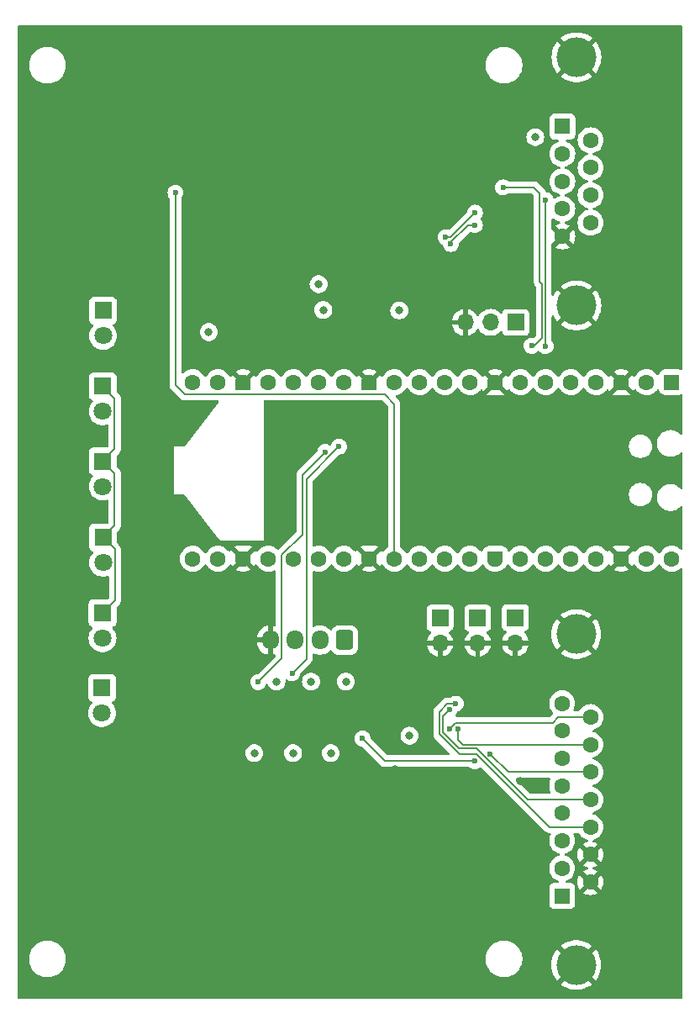
<source format=gbl>
G04 #@! TF.GenerationSoftware,KiCad,Pcbnew,8.0.6*
G04 #@! TF.CreationDate,2024-11-26T08:02:09+01:00*
G04 #@! TF.ProjectId,vt2_communicator,7674325f-636f-46d6-9d75-6e696361746f,rev?*
G04 #@! TF.SameCoordinates,Original*
G04 #@! TF.FileFunction,Copper,L4,Bot*
G04 #@! TF.FilePolarity,Positive*
%FSLAX46Y46*%
G04 Gerber Fmt 4.6, Leading zero omitted, Abs format (unit mm)*
G04 Created by KiCad (PCBNEW 8.0.6) date 2024-11-26 08:02:09*
%MOMM*%
%LPD*%
G01*
G04 APERTURE LIST*
G04 Aperture macros list*
%AMRoundRect*
0 Rectangle with rounded corners*
0 $1 Rounding radius*
0 $2 $3 $4 $5 $6 $7 $8 $9 X,Y pos of 4 corners*
0 Add a 4 corners polygon primitive as box body*
4,1,4,$2,$3,$4,$5,$6,$7,$8,$9,$2,$3,0*
0 Add four circle primitives for the rounded corners*
1,1,$1+$1,$2,$3*
1,1,$1+$1,$4,$5*
1,1,$1+$1,$6,$7*
1,1,$1+$1,$8,$9*
0 Add four rect primitives between the rounded corners*
20,1,$1+$1,$2,$3,$4,$5,0*
20,1,$1+$1,$4,$5,$6,$7,0*
20,1,$1+$1,$6,$7,$8,$9,0*
20,1,$1+$1,$8,$9,$2,$3,0*%
%AMFreePoly0*
4,1,28,0.605014,0.794986,0.644504,0.794986,0.724698,0.756366,0.780194,0.686777,0.800000,0.600000,0.800000,-0.600000,0.780194,-0.686777,0.724698,-0.756366,0.644504,-0.794986,0.605014,-0.794986,0.600000,-0.800000,0.000000,-0.800000,-0.178017,-0.779942,-0.347107,-0.720775,-0.498792,-0.625465,-0.625465,-0.498792,-0.720775,-0.347107,-0.779942,-0.178017,-0.800000,0.000000,-0.779942,0.178017,
-0.720775,0.347107,-0.625465,0.498792,-0.498792,0.625465,-0.347107,0.720775,-0.178017,0.779942,0.000000,0.800000,0.600000,0.800000,0.605014,0.794986,0.605014,0.794986,$1*%
%AMFreePoly1*
4,1,28,0.178017,0.779942,0.347107,0.720775,0.498792,0.625465,0.625465,0.498792,0.720775,0.347107,0.779942,0.178017,0.800000,0.000000,0.779942,-0.178017,0.720775,-0.347107,0.625465,-0.498792,0.498792,-0.625465,0.347107,-0.720775,0.178017,-0.779942,0.000000,-0.800000,-0.600000,-0.800000,-0.605014,-0.794986,-0.644504,-0.794986,-0.724698,-0.756366,-0.780194,-0.686777,-0.800000,-0.600000,
-0.800000,0.600000,-0.780194,0.686777,-0.724698,0.756366,-0.644504,0.794986,-0.605014,0.794986,-0.600000,0.800000,0.000000,0.800000,0.178017,0.779942,0.178017,0.779942,$1*%
G04 Aperture macros list end*
G04 #@! TA.AperFunction,ComponentPad*
%ADD10R,1.800000X1.800000*%
G04 #@! TD*
G04 #@! TA.AperFunction,ComponentPad*
%ADD11C,1.800000*%
G04 #@! TD*
G04 #@! TA.AperFunction,ComponentPad*
%ADD12R,1.700000X1.700000*%
G04 #@! TD*
G04 #@! TA.AperFunction,ComponentPad*
%ADD13O,1.700000X1.700000*%
G04 #@! TD*
G04 #@! TA.AperFunction,ComponentPad*
%ADD14RoundRect,0.200000X-0.600000X0.600000X-0.600000X-0.600000X0.600000X-0.600000X0.600000X0.600000X0*%
G04 #@! TD*
G04 #@! TA.AperFunction,ComponentPad*
%ADD15C,1.600000*%
G04 #@! TD*
G04 #@! TA.AperFunction,ComponentPad*
%ADD16FreePoly0,270.000000*%
G04 #@! TD*
G04 #@! TA.AperFunction,ComponentPad*
%ADD17FreePoly1,270.000000*%
G04 #@! TD*
G04 #@! TA.AperFunction,ComponentPad*
%ADD18C,4.000000*%
G04 #@! TD*
G04 #@! TA.AperFunction,ComponentPad*
%ADD19R,1.600000X1.600000*%
G04 #@! TD*
G04 #@! TA.AperFunction,ComponentPad*
%ADD20RoundRect,0.250000X0.600000X0.725000X-0.600000X0.725000X-0.600000X-0.725000X0.600000X-0.725000X0*%
G04 #@! TD*
G04 #@! TA.AperFunction,ComponentPad*
%ADD21O,1.700000X1.950000*%
G04 #@! TD*
G04 #@! TA.AperFunction,ViaPad*
%ADD22C,0.600000*%
G04 #@! TD*
G04 #@! TA.AperFunction,ViaPad*
%ADD23C,0.800000*%
G04 #@! TD*
G04 #@! TA.AperFunction,Conductor*
%ADD24C,0.200000*%
G04 #@! TD*
G04 APERTURE END LIST*
D10*
X149050000Y-99660000D03*
D11*
X149050000Y-102200000D03*
D12*
X186850000Y-100160000D03*
D13*
X186850000Y-102700000D03*
D10*
X149075000Y-76825000D03*
D11*
X149075000Y-79365000D03*
D10*
X149100000Y-69210000D03*
D11*
X149100000Y-71750000D03*
D10*
X149000000Y-107210000D03*
D11*
X149000000Y-109750000D03*
D14*
X206400000Y-76420000D03*
D15*
X203860000Y-76420000D03*
D16*
X201320000Y-76420000D03*
D15*
X198780000Y-76420000D03*
X196240000Y-76420000D03*
X193700000Y-76420000D03*
X191160000Y-76420000D03*
D16*
X188620000Y-76420000D03*
D15*
X186080000Y-76420000D03*
X183540000Y-76420000D03*
X181000000Y-76420000D03*
X178460000Y-76420000D03*
D16*
X175920000Y-76420000D03*
D15*
X173380000Y-76420000D03*
X170840000Y-76420000D03*
X168300000Y-76420000D03*
X165760000Y-76420000D03*
D16*
X163220000Y-76420000D03*
D15*
X160680000Y-76420000D03*
X158140000Y-76420000D03*
X158140000Y-94200000D03*
X160680000Y-94200000D03*
D17*
X163220000Y-94200000D03*
D15*
X165760000Y-94200000D03*
X168300000Y-94200000D03*
X170840000Y-94200000D03*
X173380000Y-94200000D03*
D17*
X175920000Y-94200000D03*
D15*
X178460000Y-94200000D03*
X181000000Y-94200000D03*
X183540000Y-94200000D03*
X186080000Y-94200000D03*
D17*
X188620000Y-94200000D03*
D15*
X191160000Y-94200000D03*
X193700000Y-94200000D03*
X196240000Y-94200000D03*
X198780000Y-94200000D03*
D17*
X201320000Y-94200000D03*
D15*
X203860000Y-94200000D03*
X206400000Y-94200000D03*
D12*
X190680000Y-70400000D03*
D13*
X188140000Y-70400000D03*
X185600000Y-70400000D03*
D12*
X190650000Y-100125000D03*
D13*
X190650000Y-102665000D03*
D18*
X196780000Y-135100000D03*
X196780000Y-101800000D03*
D19*
X195360000Y-128145000D03*
D15*
X195360000Y-125375000D03*
X195360000Y-122605000D03*
X195360000Y-119835000D03*
X195360000Y-117065000D03*
X195360000Y-114295000D03*
X195360000Y-111525000D03*
X195360000Y-108755000D03*
X198200000Y-126760000D03*
X198200000Y-123990000D03*
X198200000Y-121220000D03*
X198200000Y-118450000D03*
X198200000Y-115680000D03*
X198200000Y-112910000D03*
X198200000Y-110140000D03*
D18*
X196800000Y-68700000D03*
X196800000Y-43700000D03*
D19*
X195380000Y-50660000D03*
D15*
X195380000Y-53430000D03*
X195380000Y-56200000D03*
X195380000Y-58970000D03*
X195380000Y-61740000D03*
X198220000Y-52045000D03*
X198220000Y-54815000D03*
X198220000Y-57585000D03*
X198220000Y-60355000D03*
D10*
X149075000Y-84375000D03*
D11*
X149075000Y-86915000D03*
D12*
X183050000Y-100160000D03*
D13*
X183050000Y-102700000D03*
D20*
X173450000Y-102400000D03*
D21*
X170950000Y-102400000D03*
X168450000Y-102400000D03*
X165950000Y-102400000D03*
D10*
X149100000Y-92060000D03*
D11*
X149100000Y-94600000D03*
D22*
X168150000Y-105725000D03*
X172875000Y-82900000D03*
X193700000Y-72800000D03*
X193700000Y-58075000D03*
X186575000Y-59350000D03*
X183600000Y-61825000D03*
D23*
X168250000Y-113775000D03*
X179975000Y-112025000D03*
X172050000Y-113775000D03*
X164350000Y-113775000D03*
X159750000Y-71375000D03*
X178550000Y-115375000D03*
X191225000Y-55100000D03*
X176875000Y-55700000D03*
X167425000Y-69200000D03*
X191125000Y-116575000D03*
X159475000Y-58450000D03*
X166450000Y-58450000D03*
X192650000Y-51750000D03*
X178950000Y-69200000D03*
X170050000Y-106575000D03*
X171300000Y-69150000D03*
X173575000Y-106575000D03*
X166575000Y-106575000D03*
X170825000Y-66550000D03*
D22*
X184140000Y-62500000D03*
X186575000Y-60600000D03*
X164725000Y-106625000D03*
X171475735Y-83450735D03*
X192275000Y-72750000D03*
X189400000Y-56800000D03*
X156400000Y-57350000D03*
X184650000Y-108800000D03*
X188100000Y-113850000D03*
X184823527Y-111325000D03*
X184000000Y-109425000D03*
X183975000Y-111325000D03*
X175250000Y-112300000D03*
X186562258Y-114575000D03*
D24*
X169600000Y-86175000D02*
X169600000Y-104275000D01*
X172875000Y-82900000D02*
X169600000Y-86175000D01*
X169600000Y-104275000D02*
X168150000Y-105725000D01*
X193700000Y-72800000D02*
X193700000Y-58075000D01*
X183600000Y-61825000D02*
X184100000Y-61825000D01*
X184100000Y-61825000D02*
X186575000Y-59350000D01*
X185890686Y-60600000D02*
X184140000Y-62350686D01*
X184140000Y-62350686D02*
X184140000Y-62500000D01*
X186575000Y-60600000D02*
X185890686Y-60600000D01*
X167100000Y-104250000D02*
X164725000Y-106625000D01*
X169200000Y-85726470D02*
X171475735Y-83450735D01*
X167100000Y-94550000D02*
X167100000Y-93844365D01*
X169200000Y-91744365D02*
X169200000Y-85726470D01*
X167100000Y-93844365D02*
X169200000Y-91744365D01*
X167100000Y-94550000D02*
X167100000Y-104250000D01*
X193300000Y-72000000D02*
X193300000Y-66525000D01*
X193300000Y-66525000D02*
X193100000Y-66325000D01*
X189400000Y-56800000D02*
X192525000Y-56800000D01*
X192550000Y-72750000D02*
X193300000Y-72000000D01*
X192275000Y-72750000D02*
X192550000Y-72750000D01*
X193100000Y-66325000D02*
X193100000Y-57375000D01*
X192525000Y-56800000D02*
X193100000Y-57375000D01*
X156400000Y-57350000D02*
X156400000Y-76725000D01*
X156400000Y-76725000D02*
X157325000Y-77650000D01*
X157325000Y-77650000D02*
X177475000Y-77650000D01*
X177475000Y-77650000D02*
X178460000Y-78635000D01*
X178460000Y-78635000D02*
X178460000Y-94200000D01*
X150275000Y-90885000D02*
X149100000Y-92060000D01*
X149075000Y-84375000D02*
X150275000Y-85575000D01*
X150300000Y-98410000D02*
X149050000Y-99660000D01*
X150275000Y-78025000D02*
X150275000Y-83175000D01*
X150275000Y-85575000D02*
X150275000Y-90885000D01*
X150300000Y-93260000D02*
X150300000Y-98410000D01*
X150275000Y-83175000D02*
X149075000Y-84375000D01*
X149075000Y-76825000D02*
X150275000Y-78025000D01*
X149100000Y-92060000D02*
X150300000Y-93260000D01*
X183776471Y-108800000D02*
X182975000Y-109601471D01*
X186730393Y-113894608D02*
X194055785Y-121220000D01*
X185003922Y-113894608D02*
X186730393Y-113894608D01*
X182975000Y-111865686D02*
X185003922Y-113894608D01*
X184650000Y-108800000D02*
X183776471Y-108800000D01*
X182975000Y-109601471D02*
X182975000Y-111865686D01*
X194055785Y-121220000D02*
X198200000Y-121220000D01*
X188100000Y-113850000D02*
X189930000Y-115680000D01*
X189930000Y-115680000D02*
X198200000Y-115680000D01*
X184823527Y-111325000D02*
X184823527Y-112398527D01*
X185335000Y-112910000D02*
X198200000Y-112910000D01*
X184823527Y-112398527D02*
X185335000Y-112910000D01*
X184000000Y-109425000D02*
X183375000Y-110050000D01*
X191851471Y-118450000D02*
X198200000Y-118450000D01*
X186711471Y-113310000D02*
X191851471Y-118450000D01*
X183375000Y-110050000D02*
X183375000Y-111700000D01*
X183375000Y-111700000D02*
X184985000Y-113310000D01*
X184985000Y-113310000D02*
X186711471Y-113310000D01*
X184575000Y-110725000D02*
X194390000Y-110725000D01*
X194975000Y-110140000D02*
X198200000Y-110140000D01*
X194390000Y-110725000D02*
X194975000Y-110140000D01*
X183975000Y-111325000D02*
X184575000Y-110725000D01*
X186562258Y-114575000D02*
X177525000Y-114575000D01*
X177525000Y-114575000D02*
X175250000Y-112300000D01*
G04 #@! TA.AperFunction,Conductor*
G36*
X194163273Y-116300185D02*
G01*
X194209028Y-116352989D01*
X194218972Y-116422147D01*
X194208616Y-116456905D01*
X194133262Y-116618502D01*
X194133258Y-116618511D01*
X194074366Y-116838302D01*
X194074364Y-116838313D01*
X194054532Y-117064998D01*
X194054532Y-117065001D01*
X194074364Y-117291686D01*
X194074366Y-117291697D01*
X194133258Y-117511488D01*
X194133260Y-117511492D01*
X194133261Y-117511496D01*
X194178582Y-117608688D01*
X194208616Y-117673095D01*
X194219108Y-117742173D01*
X194190588Y-117805957D01*
X194132112Y-117844196D01*
X194096234Y-117849500D01*
X192151569Y-117849500D01*
X192084530Y-117829815D01*
X192063888Y-117813181D01*
X190742888Y-116492181D01*
X190709403Y-116430858D01*
X190714387Y-116361166D01*
X190756259Y-116305233D01*
X190821723Y-116280816D01*
X190830569Y-116280500D01*
X194096234Y-116280500D01*
X194163273Y-116300185D01*
G37*
G04 #@! TD.AperFunction*
G04 #@! TA.AperFunction,Conductor*
G36*
X194505703Y-59935336D02*
G01*
X194512181Y-59941368D01*
X194540858Y-59970045D01*
X194540861Y-59970047D01*
X194727266Y-60100568D01*
X194933504Y-60196739D01*
X195078102Y-60235483D01*
X195137761Y-60271848D01*
X195168291Y-60334694D01*
X195159997Y-60404070D01*
X195115512Y-60457948D01*
X195078102Y-60475033D01*
X194933680Y-60513731D01*
X194933673Y-60513734D01*
X194727516Y-60609866D01*
X194727512Y-60609868D01*
X194654526Y-60660973D01*
X194654526Y-60660974D01*
X195250590Y-61257037D01*
X195187007Y-61274075D01*
X195072993Y-61339901D01*
X194979901Y-61432993D01*
X194914075Y-61547007D01*
X194897037Y-61610589D01*
X194336819Y-61050371D01*
X194303334Y-60989048D01*
X194300500Y-60962690D01*
X194300500Y-60029049D01*
X194320185Y-59962010D01*
X194372989Y-59916255D01*
X194442147Y-59906311D01*
X194505703Y-59935336D01*
G37*
G04 #@! TD.AperFunction*
G04 #@! TA.AperFunction,Conductor*
G36*
X207442539Y-40520185D02*
G01*
X207488294Y-40572989D01*
X207499500Y-40624500D01*
X207499500Y-75083550D01*
X207479815Y-75150589D01*
X207427011Y-75196344D01*
X207357853Y-75206288D01*
X207311350Y-75189667D01*
X207289606Y-75176522D01*
X207231645Y-75158461D01*
X207127196Y-75125914D01*
X207127194Y-75125913D01*
X207127192Y-75125913D01*
X207077778Y-75121423D01*
X207056616Y-75119500D01*
X205743384Y-75119500D01*
X205724145Y-75121248D01*
X205672807Y-75125913D01*
X205510393Y-75176522D01*
X205364811Y-75264530D01*
X205244530Y-75384811D01*
X205156521Y-75530396D01*
X205129456Y-75617251D01*
X205090719Y-75675398D01*
X205026693Y-75703372D01*
X204957708Y-75692290D01*
X204909497Y-75651483D01*
X204860047Y-75580861D01*
X204860046Y-75580860D01*
X204860044Y-75580857D01*
X204699141Y-75419954D01*
X204512734Y-75289432D01*
X204512732Y-75289431D01*
X204306497Y-75193261D01*
X204306488Y-75193258D01*
X204086697Y-75134366D01*
X204086693Y-75134365D01*
X204086692Y-75134365D01*
X204086691Y-75134364D01*
X204086686Y-75134364D01*
X203860002Y-75114532D01*
X203859998Y-75114532D01*
X203633313Y-75134364D01*
X203633302Y-75134366D01*
X203413511Y-75193258D01*
X203413502Y-75193261D01*
X203207267Y-75289431D01*
X203207265Y-75289432D01*
X203020858Y-75419954D01*
X202859954Y-75580858D01*
X202729432Y-75767265D01*
X202729430Y-75767269D01*
X202705589Y-75818395D01*
X202659416Y-75870833D01*
X202592222Y-75889984D01*
X202525341Y-75869767D01*
X202481487Y-75819788D01*
X202472928Y-75802015D01*
X202472926Y-75802012D01*
X202402932Y-75690619D01*
X201802962Y-76290589D01*
X201785925Y-76227007D01*
X201720099Y-76112993D01*
X201627007Y-76019901D01*
X201512993Y-75954075D01*
X201449409Y-75937037D01*
X202049380Y-75337065D01*
X202049379Y-75337064D01*
X201937981Y-75267069D01*
X201937980Y-75267068D01*
X201836094Y-75218002D01*
X201665933Y-75158461D01*
X201665927Y-75158459D01*
X201555689Y-75133298D01*
X201555673Y-75133296D01*
X201376547Y-75113113D01*
X201263453Y-75113113D01*
X201084326Y-75133296D01*
X201084310Y-75133298D01*
X200974072Y-75158459D01*
X200974066Y-75158461D01*
X200803905Y-75218002D01*
X200702029Y-75267063D01*
X200590618Y-75337065D01*
X201190591Y-75937037D01*
X201127007Y-75954075D01*
X201012993Y-76019901D01*
X200919901Y-76112993D01*
X200854075Y-76227007D01*
X200837037Y-76290589D01*
X200237066Y-75690618D01*
X200167065Y-75802024D01*
X200158508Y-75819793D01*
X200111683Y-75871651D01*
X200044255Y-75889961D01*
X199977632Y-75868910D01*
X199934408Y-75818391D01*
X199910568Y-75767266D01*
X199780047Y-75580861D01*
X199780045Y-75580858D01*
X199619141Y-75419954D01*
X199432734Y-75289432D01*
X199432732Y-75289431D01*
X199226497Y-75193261D01*
X199226488Y-75193258D01*
X199006697Y-75134366D01*
X199006693Y-75134365D01*
X199006692Y-75134365D01*
X199006691Y-75134364D01*
X199006686Y-75134364D01*
X198780002Y-75114532D01*
X198779998Y-75114532D01*
X198553313Y-75134364D01*
X198553302Y-75134366D01*
X198333511Y-75193258D01*
X198333502Y-75193261D01*
X198127267Y-75289431D01*
X198127265Y-75289432D01*
X197940858Y-75419954D01*
X197779954Y-75580858D01*
X197649432Y-75767265D01*
X197649431Y-75767267D01*
X197633228Y-75802015D01*
X197624941Y-75819788D01*
X197622382Y-75825275D01*
X197576209Y-75877714D01*
X197509016Y-75896866D01*
X197442135Y-75876650D01*
X197397618Y-75825275D01*
X197395062Y-75819793D01*
X197370568Y-75767266D01*
X197240047Y-75580861D01*
X197240045Y-75580858D01*
X197079141Y-75419954D01*
X196892734Y-75289432D01*
X196892732Y-75289431D01*
X196686497Y-75193261D01*
X196686488Y-75193258D01*
X196466697Y-75134366D01*
X196466693Y-75134365D01*
X196466692Y-75134365D01*
X196466691Y-75134364D01*
X196466686Y-75134364D01*
X196240002Y-75114532D01*
X196239998Y-75114532D01*
X196013313Y-75134364D01*
X196013302Y-75134366D01*
X195793511Y-75193258D01*
X195793502Y-75193261D01*
X195587267Y-75289431D01*
X195587265Y-75289432D01*
X195400858Y-75419954D01*
X195239954Y-75580858D01*
X195109432Y-75767265D01*
X195109431Y-75767267D01*
X195093228Y-75802015D01*
X195084941Y-75819788D01*
X195082382Y-75825275D01*
X195036209Y-75877714D01*
X194969016Y-75896866D01*
X194902135Y-75876650D01*
X194857618Y-75825275D01*
X194855062Y-75819793D01*
X194830568Y-75767266D01*
X194700047Y-75580861D01*
X194700045Y-75580858D01*
X194539141Y-75419954D01*
X194352734Y-75289432D01*
X194352732Y-75289431D01*
X194146497Y-75193261D01*
X194146488Y-75193258D01*
X193926697Y-75134366D01*
X193926693Y-75134365D01*
X193926692Y-75134365D01*
X193926691Y-75134364D01*
X193926686Y-75134364D01*
X193700002Y-75114532D01*
X193699998Y-75114532D01*
X193473313Y-75134364D01*
X193473302Y-75134366D01*
X193253511Y-75193258D01*
X193253502Y-75193261D01*
X193047267Y-75289431D01*
X193047265Y-75289432D01*
X192860858Y-75419954D01*
X192699954Y-75580858D01*
X192569432Y-75767265D01*
X192569431Y-75767267D01*
X192553228Y-75802015D01*
X192544941Y-75819788D01*
X192542382Y-75825275D01*
X192496209Y-75877714D01*
X192429016Y-75896866D01*
X192362135Y-75876650D01*
X192317618Y-75825275D01*
X192315062Y-75819793D01*
X192290568Y-75767266D01*
X192160047Y-75580861D01*
X192160045Y-75580858D01*
X191999141Y-75419954D01*
X191812734Y-75289432D01*
X191812732Y-75289431D01*
X191606497Y-75193261D01*
X191606488Y-75193258D01*
X191386697Y-75134366D01*
X191386693Y-75134365D01*
X191386692Y-75134365D01*
X191386691Y-75134364D01*
X191386686Y-75134364D01*
X191160002Y-75114532D01*
X191159998Y-75114532D01*
X190933313Y-75134364D01*
X190933302Y-75134366D01*
X190713511Y-75193258D01*
X190713502Y-75193261D01*
X190507267Y-75289431D01*
X190507265Y-75289432D01*
X190320858Y-75419954D01*
X190159954Y-75580858D01*
X190029432Y-75767265D01*
X190029430Y-75767269D01*
X190005589Y-75818395D01*
X189959416Y-75870833D01*
X189892222Y-75889984D01*
X189825341Y-75869767D01*
X189781487Y-75819788D01*
X189772928Y-75802015D01*
X189772926Y-75802012D01*
X189702932Y-75690619D01*
X189102962Y-76290589D01*
X189085925Y-76227007D01*
X189020099Y-76112993D01*
X188927007Y-76019901D01*
X188812993Y-75954075D01*
X188749409Y-75937037D01*
X189349380Y-75337065D01*
X189349379Y-75337064D01*
X189237981Y-75267069D01*
X189237980Y-75267068D01*
X189136094Y-75218002D01*
X188965933Y-75158461D01*
X188965927Y-75158459D01*
X188855689Y-75133298D01*
X188855673Y-75133296D01*
X188676547Y-75113113D01*
X188563453Y-75113113D01*
X188384326Y-75133296D01*
X188384310Y-75133298D01*
X188274072Y-75158459D01*
X188274066Y-75158461D01*
X188103905Y-75218002D01*
X188002029Y-75267063D01*
X187890618Y-75337065D01*
X188490591Y-75937037D01*
X188427007Y-75954075D01*
X188312993Y-76019901D01*
X188219901Y-76112993D01*
X188154075Y-76227007D01*
X188137037Y-76290590D01*
X187537066Y-75690619D01*
X187467065Y-75802024D01*
X187458508Y-75819793D01*
X187411683Y-75871651D01*
X187344255Y-75889961D01*
X187277632Y-75868910D01*
X187234408Y-75818391D01*
X187210568Y-75767266D01*
X187080047Y-75580861D01*
X187080045Y-75580858D01*
X186919141Y-75419954D01*
X186732734Y-75289432D01*
X186732732Y-75289431D01*
X186526497Y-75193261D01*
X186526488Y-75193258D01*
X186306697Y-75134366D01*
X186306693Y-75134365D01*
X186306692Y-75134365D01*
X186306691Y-75134364D01*
X186306686Y-75134364D01*
X186080002Y-75114532D01*
X186079998Y-75114532D01*
X185853313Y-75134364D01*
X185853302Y-75134366D01*
X185633511Y-75193258D01*
X185633502Y-75193261D01*
X185427267Y-75289431D01*
X185427265Y-75289432D01*
X185240858Y-75419954D01*
X185079954Y-75580858D01*
X184949432Y-75767265D01*
X184949431Y-75767267D01*
X184933228Y-75802015D01*
X184924941Y-75819788D01*
X184922382Y-75825275D01*
X184876209Y-75877714D01*
X184809016Y-75896866D01*
X184742135Y-75876650D01*
X184697618Y-75825275D01*
X184695062Y-75819793D01*
X184670568Y-75767266D01*
X184540047Y-75580861D01*
X184540045Y-75580858D01*
X184379141Y-75419954D01*
X184192734Y-75289432D01*
X184192732Y-75289431D01*
X183986497Y-75193261D01*
X183986488Y-75193258D01*
X183766697Y-75134366D01*
X183766693Y-75134365D01*
X183766692Y-75134365D01*
X183766691Y-75134364D01*
X183766686Y-75134364D01*
X183540002Y-75114532D01*
X183539998Y-75114532D01*
X183313313Y-75134364D01*
X183313302Y-75134366D01*
X183093511Y-75193258D01*
X183093502Y-75193261D01*
X182887267Y-75289431D01*
X182887265Y-75289432D01*
X182700858Y-75419954D01*
X182539954Y-75580858D01*
X182409432Y-75767265D01*
X182409431Y-75767267D01*
X182393228Y-75802015D01*
X182384941Y-75819788D01*
X182382382Y-75825275D01*
X182336209Y-75877714D01*
X182269016Y-75896866D01*
X182202135Y-75876650D01*
X182157618Y-75825275D01*
X182155062Y-75819793D01*
X182130568Y-75767266D01*
X182000047Y-75580861D01*
X182000045Y-75580858D01*
X181839141Y-75419954D01*
X181652734Y-75289432D01*
X181652732Y-75289431D01*
X181446497Y-75193261D01*
X181446488Y-75193258D01*
X181226697Y-75134366D01*
X181226693Y-75134365D01*
X181226692Y-75134365D01*
X181226691Y-75134364D01*
X181226686Y-75134364D01*
X181000002Y-75114532D01*
X180999998Y-75114532D01*
X180773313Y-75134364D01*
X180773302Y-75134366D01*
X180553511Y-75193258D01*
X180553502Y-75193261D01*
X180347267Y-75289431D01*
X180347265Y-75289432D01*
X180160858Y-75419954D01*
X179999954Y-75580858D01*
X179869432Y-75767265D01*
X179869431Y-75767267D01*
X179853228Y-75802015D01*
X179844941Y-75819788D01*
X179842382Y-75825275D01*
X179796209Y-75877714D01*
X179729016Y-75896866D01*
X179662135Y-75876650D01*
X179617618Y-75825275D01*
X179615062Y-75819793D01*
X179590568Y-75767266D01*
X179460047Y-75580861D01*
X179460045Y-75580858D01*
X179299141Y-75419954D01*
X179112734Y-75289432D01*
X179112732Y-75289431D01*
X178906497Y-75193261D01*
X178906488Y-75193258D01*
X178686697Y-75134366D01*
X178686693Y-75134365D01*
X178686692Y-75134365D01*
X178686691Y-75134364D01*
X178686686Y-75134364D01*
X178460002Y-75114532D01*
X178459998Y-75114532D01*
X178233313Y-75134364D01*
X178233302Y-75134366D01*
X178013511Y-75193258D01*
X178013502Y-75193261D01*
X177807267Y-75289431D01*
X177807265Y-75289432D01*
X177620858Y-75419954D01*
X177459954Y-75580858D01*
X177329432Y-75767265D01*
X177329430Y-75767269D01*
X177305589Y-75818395D01*
X177259416Y-75870833D01*
X177192222Y-75889984D01*
X177125341Y-75869767D01*
X177081487Y-75819788D01*
X177072928Y-75802015D01*
X177072926Y-75802012D01*
X177002932Y-75690619D01*
X176402962Y-76290588D01*
X176385925Y-76227007D01*
X176320099Y-76112993D01*
X176227007Y-76019901D01*
X176112993Y-75954075D01*
X176049409Y-75937037D01*
X176649380Y-75337065D01*
X176649379Y-75337064D01*
X176537981Y-75267069D01*
X176537980Y-75267068D01*
X176436094Y-75218002D01*
X176265933Y-75158461D01*
X176265927Y-75158459D01*
X176155689Y-75133298D01*
X176155673Y-75133296D01*
X175976547Y-75113113D01*
X175863453Y-75113113D01*
X175684326Y-75133296D01*
X175684310Y-75133298D01*
X175574072Y-75158459D01*
X175574066Y-75158461D01*
X175403905Y-75218002D01*
X175302029Y-75267063D01*
X175190618Y-75337065D01*
X175790591Y-75937037D01*
X175727007Y-75954075D01*
X175612993Y-76019901D01*
X175519901Y-76112993D01*
X175454075Y-76227007D01*
X175437037Y-76290590D01*
X174837066Y-75690619D01*
X174767065Y-75802024D01*
X174758508Y-75819793D01*
X174711683Y-75871651D01*
X174644255Y-75889961D01*
X174577632Y-75868910D01*
X174534408Y-75818391D01*
X174510568Y-75767266D01*
X174380047Y-75580861D01*
X174380045Y-75580858D01*
X174219141Y-75419954D01*
X174032734Y-75289432D01*
X174032732Y-75289431D01*
X173826497Y-75193261D01*
X173826488Y-75193258D01*
X173606697Y-75134366D01*
X173606693Y-75134365D01*
X173606692Y-75134365D01*
X173606691Y-75134364D01*
X173606686Y-75134364D01*
X173380002Y-75114532D01*
X173379998Y-75114532D01*
X173153313Y-75134364D01*
X173153302Y-75134366D01*
X172933511Y-75193258D01*
X172933502Y-75193261D01*
X172727267Y-75289431D01*
X172727265Y-75289432D01*
X172540858Y-75419954D01*
X172379954Y-75580858D01*
X172249432Y-75767265D01*
X172249431Y-75767267D01*
X172233228Y-75802015D01*
X172224941Y-75819788D01*
X172222382Y-75825275D01*
X172176209Y-75877714D01*
X172109016Y-75896866D01*
X172042135Y-75876650D01*
X171997618Y-75825275D01*
X171995062Y-75819793D01*
X171970568Y-75767266D01*
X171840047Y-75580861D01*
X171840045Y-75580858D01*
X171679141Y-75419954D01*
X171492734Y-75289432D01*
X171492732Y-75289431D01*
X171286497Y-75193261D01*
X171286488Y-75193258D01*
X171066697Y-75134366D01*
X171066693Y-75134365D01*
X171066692Y-75134365D01*
X171066691Y-75134364D01*
X171066686Y-75134364D01*
X170840002Y-75114532D01*
X170839998Y-75114532D01*
X170613313Y-75134364D01*
X170613302Y-75134366D01*
X170393511Y-75193258D01*
X170393502Y-75193261D01*
X170187267Y-75289431D01*
X170187265Y-75289432D01*
X170000858Y-75419954D01*
X169839954Y-75580858D01*
X169709432Y-75767265D01*
X169709431Y-75767267D01*
X169693228Y-75802015D01*
X169684941Y-75819788D01*
X169682382Y-75825275D01*
X169636209Y-75877714D01*
X169569016Y-75896866D01*
X169502135Y-75876650D01*
X169457618Y-75825275D01*
X169455062Y-75819793D01*
X169430568Y-75767266D01*
X169300047Y-75580861D01*
X169300045Y-75580858D01*
X169139141Y-75419954D01*
X168952734Y-75289432D01*
X168952732Y-75289431D01*
X168746497Y-75193261D01*
X168746488Y-75193258D01*
X168526697Y-75134366D01*
X168526693Y-75134365D01*
X168526692Y-75134365D01*
X168526691Y-75134364D01*
X168526686Y-75134364D01*
X168300002Y-75114532D01*
X168299998Y-75114532D01*
X168073313Y-75134364D01*
X168073302Y-75134366D01*
X167853511Y-75193258D01*
X167853502Y-75193261D01*
X167647267Y-75289431D01*
X167647265Y-75289432D01*
X167460858Y-75419954D01*
X167299954Y-75580858D01*
X167169432Y-75767265D01*
X167169431Y-75767267D01*
X167153228Y-75802015D01*
X167144941Y-75819788D01*
X167142382Y-75825275D01*
X167096209Y-75877714D01*
X167029016Y-75896866D01*
X166962135Y-75876650D01*
X166917618Y-75825275D01*
X166915062Y-75819793D01*
X166890568Y-75767266D01*
X166760047Y-75580861D01*
X166760045Y-75580858D01*
X166599141Y-75419954D01*
X166412734Y-75289432D01*
X166412732Y-75289431D01*
X166206497Y-75193261D01*
X166206488Y-75193258D01*
X165986697Y-75134366D01*
X165986693Y-75134365D01*
X165986692Y-75134365D01*
X165986691Y-75134364D01*
X165986686Y-75134364D01*
X165760002Y-75114532D01*
X165759998Y-75114532D01*
X165533313Y-75134364D01*
X165533302Y-75134366D01*
X165313511Y-75193258D01*
X165313502Y-75193261D01*
X165107267Y-75289431D01*
X165107265Y-75289432D01*
X164920858Y-75419954D01*
X164759954Y-75580858D01*
X164629432Y-75767265D01*
X164629430Y-75767269D01*
X164605589Y-75818395D01*
X164559416Y-75870833D01*
X164492222Y-75889984D01*
X164425341Y-75869767D01*
X164381487Y-75819788D01*
X164372928Y-75802015D01*
X164372926Y-75802012D01*
X164302932Y-75690619D01*
X163702962Y-76290588D01*
X163685925Y-76227007D01*
X163620099Y-76112993D01*
X163527007Y-76019901D01*
X163412993Y-75954075D01*
X163349409Y-75937037D01*
X163949380Y-75337065D01*
X163949379Y-75337064D01*
X163837981Y-75267069D01*
X163837980Y-75267068D01*
X163736094Y-75218002D01*
X163565933Y-75158461D01*
X163565927Y-75158459D01*
X163455689Y-75133298D01*
X163455673Y-75133296D01*
X163276547Y-75113113D01*
X163163453Y-75113113D01*
X162984326Y-75133296D01*
X162984310Y-75133298D01*
X162874072Y-75158459D01*
X162874066Y-75158461D01*
X162703905Y-75218002D01*
X162602029Y-75267063D01*
X162490618Y-75337065D01*
X163090591Y-75937037D01*
X163027007Y-75954075D01*
X162912993Y-76019901D01*
X162819901Y-76112993D01*
X162754075Y-76227007D01*
X162737037Y-76290590D01*
X162137066Y-75690619D01*
X162067065Y-75802024D01*
X162058508Y-75819793D01*
X162011683Y-75871651D01*
X161944255Y-75889961D01*
X161877632Y-75868910D01*
X161834408Y-75818391D01*
X161810568Y-75767266D01*
X161680047Y-75580861D01*
X161680045Y-75580858D01*
X161519141Y-75419954D01*
X161332734Y-75289432D01*
X161332732Y-75289431D01*
X161126497Y-75193261D01*
X161126488Y-75193258D01*
X160906697Y-75134366D01*
X160906693Y-75134365D01*
X160906692Y-75134365D01*
X160906691Y-75134364D01*
X160906686Y-75134364D01*
X160680002Y-75114532D01*
X160679998Y-75114532D01*
X160453313Y-75134364D01*
X160453302Y-75134366D01*
X160233511Y-75193258D01*
X160233502Y-75193261D01*
X160027267Y-75289431D01*
X160027265Y-75289432D01*
X159840858Y-75419954D01*
X159679954Y-75580858D01*
X159549432Y-75767265D01*
X159549431Y-75767267D01*
X159533228Y-75802015D01*
X159524941Y-75819788D01*
X159522382Y-75825275D01*
X159476209Y-75877714D01*
X159409016Y-75896866D01*
X159342135Y-75876650D01*
X159297618Y-75825275D01*
X159295062Y-75819793D01*
X159270568Y-75767266D01*
X159140047Y-75580861D01*
X159140045Y-75580858D01*
X158979141Y-75419954D01*
X158792734Y-75289432D01*
X158792732Y-75289431D01*
X158586497Y-75193261D01*
X158586488Y-75193258D01*
X158366697Y-75134366D01*
X158366693Y-75134365D01*
X158366692Y-75134365D01*
X158366691Y-75134364D01*
X158366686Y-75134364D01*
X158140002Y-75114532D01*
X158139998Y-75114532D01*
X157913313Y-75134364D01*
X157913302Y-75134366D01*
X157693511Y-75193258D01*
X157693502Y-75193261D01*
X157487267Y-75289431D01*
X157487265Y-75289432D01*
X157300858Y-75419954D01*
X157212181Y-75508632D01*
X157150858Y-75542117D01*
X157081166Y-75537133D01*
X157025233Y-75495261D01*
X157000816Y-75429797D01*
X157000500Y-75420951D01*
X157000500Y-71375000D01*
X158844540Y-71375000D01*
X158864326Y-71563256D01*
X158864327Y-71563259D01*
X158922818Y-71743277D01*
X158922821Y-71743284D01*
X159017467Y-71907216D01*
X159084180Y-71981308D01*
X159144129Y-72047888D01*
X159297265Y-72159148D01*
X159297270Y-72159151D01*
X159470192Y-72236142D01*
X159470197Y-72236144D01*
X159655354Y-72275500D01*
X159655355Y-72275500D01*
X159844644Y-72275500D01*
X159844646Y-72275500D01*
X160029803Y-72236144D01*
X160202730Y-72159151D01*
X160355871Y-72047888D01*
X160482533Y-71907216D01*
X160577179Y-71743284D01*
X160635674Y-71563256D01*
X160655460Y-71375000D01*
X160635674Y-71186744D01*
X160577179Y-71006716D01*
X160482533Y-70842784D01*
X160355871Y-70702112D01*
X160340655Y-70691057D01*
X160202734Y-70590851D01*
X160202729Y-70590848D01*
X160029807Y-70513857D01*
X160029802Y-70513855D01*
X159884001Y-70482865D01*
X159844646Y-70474500D01*
X159655354Y-70474500D01*
X159622897Y-70481398D01*
X159470197Y-70513855D01*
X159470192Y-70513857D01*
X159297270Y-70590848D01*
X159297265Y-70590851D01*
X159144129Y-70702111D01*
X159017466Y-70842785D01*
X158922821Y-71006715D01*
X158922818Y-71006722D01*
X158864327Y-71186740D01*
X158864326Y-71186744D01*
X158844540Y-71375000D01*
X157000500Y-71375000D01*
X157000500Y-70149999D01*
X184269364Y-70149999D01*
X184269364Y-70150000D01*
X185166988Y-70150000D01*
X185134075Y-70207007D01*
X185100000Y-70334174D01*
X185100000Y-70465826D01*
X185134075Y-70592993D01*
X185166988Y-70650000D01*
X184269364Y-70650000D01*
X184326567Y-70863486D01*
X184326570Y-70863492D01*
X184426399Y-71077578D01*
X184561894Y-71271082D01*
X184728917Y-71438105D01*
X184922421Y-71573600D01*
X185136507Y-71673429D01*
X185136516Y-71673433D01*
X185350000Y-71730634D01*
X185350000Y-70833012D01*
X185407007Y-70865925D01*
X185534174Y-70900000D01*
X185665826Y-70900000D01*
X185792993Y-70865925D01*
X185850000Y-70833012D01*
X185850000Y-71730633D01*
X186063483Y-71673433D01*
X186063492Y-71673429D01*
X186277578Y-71573600D01*
X186471082Y-71438105D01*
X186638105Y-71271082D01*
X186768119Y-71085405D01*
X186822696Y-71041781D01*
X186892195Y-71034588D01*
X186954549Y-71066110D01*
X186971269Y-71085405D01*
X187101505Y-71271401D01*
X187268599Y-71438495D01*
X187365384Y-71506265D01*
X187462165Y-71574032D01*
X187462167Y-71574033D01*
X187462170Y-71574035D01*
X187676337Y-71673903D01*
X187904592Y-71735063D01*
X188092918Y-71751539D01*
X188139999Y-71755659D01*
X188140000Y-71755659D01*
X188140001Y-71755659D01*
X188179234Y-71752226D01*
X188375408Y-71735063D01*
X188603663Y-71673903D01*
X188817830Y-71574035D01*
X189011401Y-71438495D01*
X189133329Y-71316566D01*
X189194648Y-71283084D01*
X189264340Y-71288068D01*
X189320274Y-71329939D01*
X189337189Y-71360917D01*
X189386202Y-71492328D01*
X189386206Y-71492335D01*
X189472452Y-71607544D01*
X189472455Y-71607547D01*
X189587664Y-71693793D01*
X189587671Y-71693797D01*
X189722517Y-71744091D01*
X189722516Y-71744091D01*
X189729444Y-71744835D01*
X189782127Y-71750500D01*
X191577872Y-71750499D01*
X191637483Y-71744091D01*
X191772331Y-71693796D01*
X191887546Y-71607546D01*
X191973796Y-71492331D01*
X192024091Y-71357483D01*
X192030500Y-71297873D01*
X192030499Y-69502128D01*
X192024091Y-69442517D01*
X192022810Y-69439083D01*
X191973797Y-69307671D01*
X191973793Y-69307664D01*
X191887547Y-69192455D01*
X191887544Y-69192452D01*
X191772335Y-69106206D01*
X191772328Y-69106202D01*
X191637482Y-69055908D01*
X191637483Y-69055908D01*
X191577883Y-69049501D01*
X191577881Y-69049500D01*
X191577873Y-69049500D01*
X191577864Y-69049500D01*
X189782129Y-69049500D01*
X189782123Y-69049501D01*
X189722516Y-69055908D01*
X189587671Y-69106202D01*
X189587664Y-69106206D01*
X189472455Y-69192452D01*
X189472452Y-69192455D01*
X189386206Y-69307664D01*
X189386203Y-69307669D01*
X189337189Y-69439083D01*
X189295317Y-69495016D01*
X189229853Y-69519433D01*
X189161580Y-69504581D01*
X189133326Y-69483430D01*
X189011402Y-69361506D01*
X189011395Y-69361501D01*
X188817834Y-69225967D01*
X188817830Y-69225965D01*
X188762148Y-69200000D01*
X188603663Y-69126097D01*
X188603659Y-69126096D01*
X188603655Y-69126094D01*
X188375413Y-69064938D01*
X188375403Y-69064936D01*
X188140001Y-69044341D01*
X188139999Y-69044341D01*
X187904596Y-69064936D01*
X187904586Y-69064938D01*
X187676344Y-69126094D01*
X187676335Y-69126098D01*
X187462171Y-69225964D01*
X187462169Y-69225965D01*
X187268597Y-69361505D01*
X187101508Y-69528594D01*
X186971269Y-69714595D01*
X186916692Y-69758219D01*
X186847193Y-69765412D01*
X186784839Y-69733890D01*
X186768119Y-69714594D01*
X186638113Y-69528926D01*
X186638108Y-69528920D01*
X186471082Y-69361894D01*
X186277578Y-69226399D01*
X186063492Y-69126570D01*
X186063486Y-69126567D01*
X185850000Y-69069364D01*
X185850000Y-69966988D01*
X185792993Y-69934075D01*
X185665826Y-69900000D01*
X185534174Y-69900000D01*
X185407007Y-69934075D01*
X185350000Y-69966988D01*
X185350000Y-69069364D01*
X185349999Y-69069364D01*
X185136513Y-69126567D01*
X185136507Y-69126570D01*
X184922422Y-69226399D01*
X184922420Y-69226400D01*
X184728926Y-69361886D01*
X184728920Y-69361891D01*
X184561891Y-69528920D01*
X184561886Y-69528926D01*
X184426400Y-69722420D01*
X184426399Y-69722422D01*
X184326570Y-69936507D01*
X184326567Y-69936513D01*
X184269364Y-70149999D01*
X157000500Y-70149999D01*
X157000500Y-69150000D01*
X170394540Y-69150000D01*
X170414326Y-69338256D01*
X170414327Y-69338259D01*
X170472818Y-69518277D01*
X170472821Y-69518284D01*
X170567467Y-69682216D01*
X170686686Y-69814622D01*
X170694129Y-69822888D01*
X170847265Y-69934148D01*
X170847270Y-69934151D01*
X171020192Y-70011142D01*
X171020197Y-70011144D01*
X171205354Y-70050500D01*
X171205355Y-70050500D01*
X171394644Y-70050500D01*
X171394646Y-70050500D01*
X171579803Y-70011144D01*
X171752730Y-69934151D01*
X171905871Y-69822888D01*
X172032533Y-69682216D01*
X172127179Y-69518284D01*
X172185674Y-69338256D01*
X172200205Y-69200000D01*
X178044540Y-69200000D01*
X178064326Y-69388256D01*
X178064327Y-69388259D01*
X178122818Y-69568277D01*
X178122821Y-69568284D01*
X178217467Y-69732216D01*
X178291666Y-69814622D01*
X178344129Y-69872888D01*
X178497265Y-69984148D01*
X178497270Y-69984151D01*
X178670192Y-70061142D01*
X178670197Y-70061144D01*
X178855354Y-70100500D01*
X178855355Y-70100500D01*
X179044644Y-70100500D01*
X179044646Y-70100500D01*
X179229803Y-70061144D01*
X179402730Y-69984151D01*
X179555871Y-69872888D01*
X179682533Y-69732216D01*
X179777179Y-69568284D01*
X179835674Y-69388256D01*
X179855460Y-69200000D01*
X179835674Y-69011744D01*
X179777179Y-68831716D01*
X179682533Y-68667784D01*
X179555871Y-68527112D01*
X179487052Y-68477112D01*
X179402734Y-68415851D01*
X179402729Y-68415848D01*
X179229807Y-68338857D01*
X179229802Y-68338855D01*
X179084001Y-68307865D01*
X179044646Y-68299500D01*
X178855354Y-68299500D01*
X178822897Y-68306398D01*
X178670197Y-68338855D01*
X178670192Y-68338857D01*
X178497270Y-68415848D01*
X178497265Y-68415851D01*
X178344129Y-68527111D01*
X178217466Y-68667785D01*
X178122821Y-68831715D01*
X178122818Y-68831722D01*
X178080573Y-68961740D01*
X178064326Y-69011744D01*
X178044540Y-69200000D01*
X172200205Y-69200000D01*
X172205460Y-69150000D01*
X172185674Y-68961744D01*
X172127179Y-68781716D01*
X172032533Y-68617784D01*
X171905871Y-68477112D01*
X171905870Y-68477111D01*
X171752734Y-68365851D01*
X171752729Y-68365848D01*
X171579807Y-68288857D01*
X171579802Y-68288855D01*
X171434001Y-68257865D01*
X171394646Y-68249500D01*
X171205354Y-68249500D01*
X171172897Y-68256398D01*
X171020197Y-68288855D01*
X171020192Y-68288857D01*
X170847270Y-68365848D01*
X170847265Y-68365851D01*
X170694129Y-68477111D01*
X170567466Y-68617785D01*
X170472821Y-68781715D01*
X170472818Y-68781722D01*
X170414327Y-68961740D01*
X170414326Y-68961744D01*
X170394540Y-69150000D01*
X157000500Y-69150000D01*
X157000500Y-66550000D01*
X169919540Y-66550000D01*
X169939326Y-66738256D01*
X169939327Y-66738259D01*
X169997818Y-66918277D01*
X169997821Y-66918284D01*
X170092467Y-67082216D01*
X170214026Y-67217221D01*
X170219129Y-67222888D01*
X170372265Y-67334148D01*
X170372270Y-67334151D01*
X170545192Y-67411142D01*
X170545197Y-67411144D01*
X170730354Y-67450500D01*
X170730355Y-67450500D01*
X170919644Y-67450500D01*
X170919646Y-67450500D01*
X171104803Y-67411144D01*
X171277730Y-67334151D01*
X171430871Y-67222888D01*
X171557533Y-67082216D01*
X171652179Y-66918284D01*
X171710674Y-66738256D01*
X171730460Y-66550000D01*
X171710674Y-66361744D01*
X171652179Y-66181716D01*
X171557533Y-66017784D01*
X171430871Y-65877112D01*
X171430870Y-65877111D01*
X171277734Y-65765851D01*
X171277729Y-65765848D01*
X171104807Y-65688857D01*
X171104802Y-65688855D01*
X170959001Y-65657865D01*
X170919646Y-65649500D01*
X170730354Y-65649500D01*
X170697897Y-65656398D01*
X170545197Y-65688855D01*
X170545192Y-65688857D01*
X170372270Y-65765848D01*
X170372265Y-65765851D01*
X170219129Y-65877111D01*
X170092466Y-66017785D01*
X169997821Y-66181715D01*
X169997818Y-66181722D01*
X169953650Y-66317659D01*
X169939326Y-66361744D01*
X169919540Y-66550000D01*
X157000500Y-66550000D01*
X157000500Y-61824996D01*
X182794435Y-61824996D01*
X182794435Y-61825003D01*
X182814630Y-62004249D01*
X182814631Y-62004254D01*
X182874211Y-62174523D01*
X182970184Y-62327262D01*
X183097738Y-62454816D01*
X183250478Y-62550789D01*
X183270295Y-62557723D01*
X183327071Y-62598444D01*
X183352561Y-62660881D01*
X183354630Y-62679249D01*
X183414210Y-62849521D01*
X183487565Y-62966264D01*
X183510184Y-63002262D01*
X183637738Y-63129816D01*
X183790478Y-63225789D01*
X183960745Y-63285368D01*
X183960750Y-63285369D01*
X184139996Y-63305565D01*
X184140000Y-63305565D01*
X184140004Y-63305565D01*
X184319249Y-63285369D01*
X184319252Y-63285368D01*
X184319255Y-63285368D01*
X184489522Y-63225789D01*
X184642262Y-63129816D01*
X184769816Y-63002262D01*
X184865789Y-62849522D01*
X184925368Y-62679255D01*
X184925369Y-62679249D01*
X184945565Y-62500003D01*
X184945565Y-62499997D01*
X184941553Y-62464392D01*
X184953607Y-62395570D01*
X184977089Y-62362830D01*
X186025763Y-61314156D01*
X186087084Y-61280673D01*
X186156776Y-61285657D01*
X186179412Y-61296844D01*
X186225478Y-61325789D01*
X186225481Y-61325790D01*
X186395737Y-61385366D01*
X186395743Y-61385367D01*
X186395745Y-61385368D01*
X186395746Y-61385368D01*
X186395750Y-61385369D01*
X186574996Y-61405565D01*
X186575000Y-61405565D01*
X186575004Y-61405565D01*
X186754249Y-61385369D01*
X186754252Y-61385368D01*
X186754255Y-61385368D01*
X186924522Y-61325789D01*
X187077262Y-61229816D01*
X187204816Y-61102262D01*
X187300789Y-60949522D01*
X187360368Y-60779255D01*
X187379453Y-60609868D01*
X187380565Y-60600003D01*
X187380565Y-60599996D01*
X187360369Y-60420750D01*
X187360368Y-60420745D01*
X187330257Y-60334694D01*
X187300789Y-60250478D01*
X187204816Y-60097738D01*
X187169759Y-60062681D01*
X187136274Y-60001358D01*
X187141258Y-59931666D01*
X187169759Y-59887319D01*
X187204816Y-59852262D01*
X187300789Y-59699522D01*
X187360368Y-59529255D01*
X187361877Y-59515861D01*
X187380565Y-59350003D01*
X187380565Y-59349996D01*
X187360369Y-59170750D01*
X187360368Y-59170745D01*
X187326057Y-59072690D01*
X187300789Y-59000478D01*
X187281638Y-58970000D01*
X187217114Y-58867310D01*
X187204816Y-58847738D01*
X187077262Y-58720184D01*
X187069914Y-58715567D01*
X186924523Y-58624211D01*
X186754254Y-58564631D01*
X186754249Y-58564630D01*
X186575004Y-58544435D01*
X186574996Y-58544435D01*
X186395750Y-58564630D01*
X186395745Y-58564631D01*
X186225476Y-58624211D01*
X186072737Y-58720184D01*
X185945184Y-58847737D01*
X185849210Y-59000478D01*
X185789630Y-59170750D01*
X185779837Y-59257667D01*
X185752770Y-59322081D01*
X185744298Y-59331464D01*
X184024640Y-61051123D01*
X183963317Y-61084608D01*
X183896005Y-61080484D01*
X183779257Y-61039632D01*
X183779249Y-61039630D01*
X183600004Y-61019435D01*
X183599996Y-61019435D01*
X183420750Y-61039630D01*
X183420745Y-61039631D01*
X183250476Y-61099211D01*
X183097737Y-61195184D01*
X182970184Y-61322737D01*
X182874211Y-61475476D01*
X182814631Y-61645745D01*
X182814630Y-61645750D01*
X182794435Y-61824996D01*
X157000500Y-61824996D01*
X157000500Y-57932412D01*
X157020185Y-57865373D01*
X157027555Y-57855097D01*
X157029810Y-57852267D01*
X157029816Y-57852262D01*
X157125789Y-57699522D01*
X157185368Y-57529255D01*
X157190283Y-57485635D01*
X157205565Y-57350003D01*
X157205565Y-57349996D01*
X157185369Y-57170750D01*
X157185368Y-57170745D01*
X157139317Y-57039139D01*
X157125789Y-57000478D01*
X157029816Y-56847738D01*
X156982074Y-56799996D01*
X188594435Y-56799996D01*
X188594435Y-56800003D01*
X188614630Y-56979249D01*
X188614631Y-56979254D01*
X188674211Y-57149523D01*
X188705958Y-57200047D01*
X188770184Y-57302262D01*
X188897738Y-57429816D01*
X188922196Y-57445184D01*
X189011965Y-57501590D01*
X189050478Y-57525789D01*
X189080197Y-57536188D01*
X189220745Y-57585368D01*
X189220750Y-57585369D01*
X189399996Y-57605565D01*
X189400000Y-57605565D01*
X189400004Y-57605565D01*
X189579249Y-57585369D01*
X189579252Y-57585368D01*
X189579255Y-57585368D01*
X189749522Y-57525789D01*
X189902262Y-57429816D01*
X189902267Y-57429810D01*
X189905097Y-57427555D01*
X189907275Y-57426665D01*
X189908158Y-57426111D01*
X189908255Y-57426265D01*
X189969783Y-57401145D01*
X189982412Y-57400500D01*
X192224903Y-57400500D01*
X192291942Y-57420185D01*
X192312584Y-57436819D01*
X192463181Y-57587416D01*
X192496666Y-57648739D01*
X192499500Y-57675097D01*
X192499500Y-66238330D01*
X192499499Y-66238348D01*
X192499499Y-66404054D01*
X192499498Y-66404054D01*
X192540423Y-66556786D01*
X192540424Y-66556787D01*
X192567716Y-66604058D01*
X192619481Y-66693717D01*
X192663181Y-66737417D01*
X192696666Y-66798740D01*
X192699500Y-66825098D01*
X192699500Y-71699902D01*
X192679815Y-71766941D01*
X192663181Y-71787584D01*
X192525129Y-71925635D01*
X192463806Y-71959119D01*
X192423565Y-71961173D01*
X192275004Y-71944435D01*
X192274996Y-71944435D01*
X192095750Y-71964630D01*
X192095745Y-71964631D01*
X191925476Y-72024211D01*
X191772737Y-72120184D01*
X191645184Y-72247737D01*
X191549211Y-72400476D01*
X191489631Y-72570745D01*
X191489630Y-72570750D01*
X191469435Y-72749996D01*
X191469435Y-72750003D01*
X191489630Y-72929249D01*
X191489631Y-72929254D01*
X191549211Y-73099523D01*
X191631658Y-73230736D01*
X191645184Y-73252262D01*
X191772738Y-73379816D01*
X191925478Y-73475789D01*
X192068367Y-73525788D01*
X192095745Y-73535368D01*
X192095750Y-73535369D01*
X192274996Y-73555565D01*
X192275000Y-73555565D01*
X192275004Y-73555565D01*
X192454249Y-73535369D01*
X192454252Y-73535368D01*
X192454255Y-73535368D01*
X192624522Y-73475789D01*
X192777262Y-73379816D01*
X192877132Y-73279945D01*
X192938451Y-73246463D01*
X193008143Y-73251447D01*
X193064077Y-73293318D01*
X193069798Y-73301648D01*
X193070184Y-73302262D01*
X193197738Y-73429816D01*
X193350478Y-73525789D01*
X193435573Y-73555565D01*
X193520745Y-73585368D01*
X193520750Y-73585369D01*
X193699996Y-73605565D01*
X193700000Y-73605565D01*
X193700004Y-73605565D01*
X193879249Y-73585369D01*
X193879252Y-73585368D01*
X193879255Y-73585368D01*
X194049522Y-73525789D01*
X194202262Y-73429816D01*
X194329816Y-73302262D01*
X194425789Y-73149522D01*
X194485368Y-72979255D01*
X194491002Y-72929254D01*
X194505565Y-72800003D01*
X194505565Y-72799996D01*
X194485369Y-72620750D01*
X194485368Y-72620745D01*
X194425788Y-72450476D01*
X194329813Y-72297734D01*
X194327550Y-72294896D01*
X194326659Y-72292715D01*
X194326111Y-72291842D01*
X194326264Y-72291745D01*
X194301144Y-72230209D01*
X194300500Y-72217587D01*
X194300500Y-69814622D01*
X194320185Y-69747583D01*
X194372989Y-69701828D01*
X194442147Y-69691884D01*
X194505703Y-69720909D01*
X194536698Y-69761825D01*
X194604900Y-69906761D01*
X194604903Y-69906767D01*
X194773457Y-70172367D01*
X194773460Y-70172371D01*
X194864286Y-70282160D01*
X195505748Y-69640698D01*
X195579588Y-69742330D01*
X195757670Y-69920412D01*
X195859300Y-69994250D01*
X195214971Y-70638579D01*
X195214972Y-70638581D01*
X195457772Y-70814985D01*
X195457790Y-70814996D01*
X195733447Y-70966540D01*
X195733455Y-70966544D01*
X196025926Y-71082340D01*
X196330620Y-71160573D01*
X196330629Y-71160575D01*
X196642701Y-71199999D01*
X196642715Y-71200000D01*
X196957285Y-71200000D01*
X196957298Y-71199999D01*
X197269370Y-71160575D01*
X197269379Y-71160573D01*
X197574073Y-71082340D01*
X197866544Y-70966544D01*
X197866552Y-70966540D01*
X198142209Y-70814996D01*
X198142219Y-70814990D01*
X198385026Y-70638579D01*
X198385027Y-70638579D01*
X197740698Y-69994251D01*
X197842330Y-69920412D01*
X198020412Y-69742330D01*
X198094251Y-69640699D01*
X198735712Y-70282160D01*
X198826544Y-70172364D01*
X198995096Y-69906767D01*
X198995099Y-69906761D01*
X199129034Y-69622137D01*
X199129036Y-69622132D01*
X199226244Y-69322958D01*
X199285191Y-69013949D01*
X199285192Y-69013942D01*
X199304943Y-68700005D01*
X199304943Y-68699994D01*
X199285192Y-68386057D01*
X199285191Y-68386050D01*
X199226244Y-68077041D01*
X199129036Y-67777867D01*
X199129034Y-67777862D01*
X198995099Y-67493238D01*
X198995096Y-67493232D01*
X198826542Y-67227632D01*
X198826539Y-67227628D01*
X198735712Y-67117838D01*
X198094250Y-67759299D01*
X198020412Y-67657670D01*
X197842330Y-67479588D01*
X197740698Y-67405748D01*
X198385027Y-66761419D01*
X198385026Y-66761417D01*
X198142227Y-66585014D01*
X198142209Y-66585003D01*
X197866552Y-66433459D01*
X197866544Y-66433455D01*
X197574073Y-66317659D01*
X197269379Y-66239426D01*
X197269370Y-66239424D01*
X196957298Y-66200000D01*
X196642701Y-66200000D01*
X196330629Y-66239424D01*
X196330620Y-66239426D01*
X196025926Y-66317659D01*
X195733455Y-66433455D01*
X195733447Y-66433459D01*
X195457787Y-66585004D01*
X195457782Y-66585007D01*
X195214972Y-66761418D01*
X195214971Y-66761419D01*
X195859301Y-67405748D01*
X195757670Y-67479588D01*
X195579588Y-67657670D01*
X195505748Y-67759300D01*
X194864286Y-67117838D01*
X194864285Y-67117838D01*
X194773459Y-67227629D01*
X194773457Y-67227632D01*
X194604903Y-67493232D01*
X194604899Y-67493238D01*
X194536698Y-67638174D01*
X194490343Y-67690452D01*
X194423083Y-67709369D01*
X194356273Y-67688920D01*
X194311124Y-67635596D01*
X194300500Y-67585377D01*
X194300500Y-62517309D01*
X194320185Y-62450270D01*
X194336819Y-62429628D01*
X194897037Y-61869409D01*
X194914075Y-61932993D01*
X194979901Y-62047007D01*
X195072993Y-62140099D01*
X195187007Y-62205925D01*
X195250590Y-62222962D01*
X194654526Y-62819025D01*
X194727513Y-62870132D01*
X194727521Y-62870136D01*
X194933668Y-62966264D01*
X194933682Y-62966269D01*
X195153389Y-63025139D01*
X195153400Y-63025141D01*
X195379998Y-63044966D01*
X195380002Y-63044966D01*
X195606599Y-63025141D01*
X195606610Y-63025139D01*
X195826317Y-62966269D01*
X195826331Y-62966264D01*
X196032478Y-62870136D01*
X196105471Y-62819024D01*
X195509409Y-62222962D01*
X195572993Y-62205925D01*
X195687007Y-62140099D01*
X195780099Y-62047007D01*
X195845925Y-61932993D01*
X195862962Y-61869409D01*
X196459024Y-62465471D01*
X196510136Y-62392478D01*
X196606264Y-62186331D01*
X196606269Y-62186317D01*
X196665139Y-61966610D01*
X196665141Y-61966599D01*
X196684966Y-61740002D01*
X196684966Y-61739997D01*
X196665141Y-61513400D01*
X196665139Y-61513389D01*
X196606269Y-61293682D01*
X196606264Y-61293668D01*
X196510136Y-61087521D01*
X196510132Y-61087513D01*
X196459025Y-61014526D01*
X195862962Y-61610589D01*
X195845925Y-61547007D01*
X195780099Y-61432993D01*
X195687007Y-61339901D01*
X195572993Y-61274075D01*
X195509410Y-61257037D01*
X196105472Y-60660974D01*
X196032478Y-60609863D01*
X195826331Y-60513735D01*
X195826319Y-60513731D01*
X195681897Y-60475033D01*
X195622237Y-60438668D01*
X195591708Y-60375821D01*
X195600003Y-60306445D01*
X195644488Y-60252567D01*
X195681894Y-60235484D01*
X195826496Y-60196739D01*
X196032734Y-60100568D01*
X196219139Y-59970047D01*
X196380047Y-59809139D01*
X196510568Y-59622734D01*
X196606739Y-59416496D01*
X196665635Y-59196692D01*
X196685468Y-58970000D01*
X196681197Y-58921188D01*
X196665635Y-58743313D01*
X196665635Y-58743308D01*
X196606739Y-58523504D01*
X196510568Y-58317266D01*
X196380047Y-58130861D01*
X196380045Y-58130858D01*
X196219141Y-57969954D01*
X196032734Y-57839432D01*
X196032732Y-57839431D01*
X195826497Y-57743261D01*
X195826488Y-57743258D01*
X195703966Y-57710429D01*
X195682862Y-57704774D01*
X195623202Y-57668410D01*
X195592673Y-57605563D01*
X195600968Y-57536188D01*
X195645453Y-57482310D01*
X195682862Y-57465225D01*
X195826496Y-57426739D01*
X196032734Y-57330568D01*
X196219139Y-57200047D01*
X196380047Y-57039139D01*
X196510568Y-56852734D01*
X196606739Y-56646496D01*
X196665635Y-56426692D01*
X196685468Y-56200000D01*
X196682859Y-56170184D01*
X196665635Y-55973313D01*
X196665635Y-55973308D01*
X196606739Y-55753504D01*
X196510568Y-55547266D01*
X196380047Y-55360861D01*
X196380045Y-55360858D01*
X196219141Y-55199954D01*
X196032734Y-55069432D01*
X196032732Y-55069431D01*
X195826497Y-54973261D01*
X195826488Y-54973258D01*
X195703966Y-54940429D01*
X195682862Y-54934774D01*
X195623202Y-54898410D01*
X195592673Y-54835563D01*
X195600968Y-54766188D01*
X195645453Y-54712310D01*
X195682862Y-54695225D01*
X195826496Y-54656739D01*
X196032734Y-54560568D01*
X196219139Y-54430047D01*
X196380047Y-54269139D01*
X196510568Y-54082734D01*
X196606739Y-53876496D01*
X196665635Y-53656692D01*
X196685468Y-53430000D01*
X196681197Y-53381188D01*
X196665635Y-53203313D01*
X196665635Y-53203308D01*
X196606739Y-52983504D01*
X196510568Y-52777266D01*
X196380047Y-52590861D01*
X196380045Y-52590858D01*
X196219141Y-52429954D01*
X196032734Y-52299432D01*
X196032732Y-52299431D01*
X195826497Y-52203261D01*
X195821402Y-52201407D01*
X195822159Y-52199325D01*
X195770617Y-52167908D01*
X195740088Y-52105061D01*
X195747270Y-52044998D01*
X196914532Y-52044998D01*
X196914532Y-52045001D01*
X196934364Y-52271686D01*
X196934366Y-52271697D01*
X196993258Y-52491488D01*
X196993261Y-52491497D01*
X197089431Y-52697732D01*
X197089432Y-52697734D01*
X197219954Y-52884141D01*
X197380858Y-53045045D01*
X197380861Y-53045047D01*
X197567266Y-53175568D01*
X197773504Y-53271739D01*
X197773509Y-53271740D01*
X197773511Y-53271741D01*
X197917136Y-53310225D01*
X197976797Y-53346590D01*
X198007326Y-53409437D01*
X197999031Y-53478812D01*
X197954546Y-53532690D01*
X197917136Y-53549775D01*
X197773511Y-53588258D01*
X197773502Y-53588261D01*
X197567267Y-53684431D01*
X197567265Y-53684432D01*
X197380858Y-53814954D01*
X197219954Y-53975858D01*
X197089432Y-54162265D01*
X197089431Y-54162267D01*
X196993261Y-54368502D01*
X196993258Y-54368511D01*
X196934366Y-54588302D01*
X196934364Y-54588313D01*
X196914532Y-54814998D01*
X196914532Y-54815001D01*
X196934364Y-55041686D01*
X196934366Y-55041697D01*
X196993258Y-55261488D01*
X196993261Y-55261497D01*
X197089431Y-55467732D01*
X197089432Y-55467734D01*
X197219954Y-55654141D01*
X197380858Y-55815045D01*
X197380861Y-55815047D01*
X197567266Y-55945568D01*
X197773504Y-56041739D01*
X197773509Y-56041740D01*
X197773511Y-56041741D01*
X197917136Y-56080225D01*
X197976797Y-56116590D01*
X198007326Y-56179437D01*
X197999031Y-56248812D01*
X197954546Y-56302690D01*
X197917136Y-56319775D01*
X197773511Y-56358258D01*
X197773502Y-56358261D01*
X197567267Y-56454431D01*
X197567265Y-56454432D01*
X197380858Y-56584954D01*
X197219954Y-56745858D01*
X197089432Y-56932265D01*
X197089431Y-56932267D01*
X196993261Y-57138502D01*
X196993258Y-57138511D01*
X196934366Y-57358302D01*
X196934364Y-57358313D01*
X196914532Y-57584998D01*
X196914532Y-57585001D01*
X196934364Y-57811686D01*
X196934366Y-57811697D01*
X196993258Y-58031488D01*
X196993261Y-58031497D01*
X197089431Y-58237732D01*
X197089432Y-58237734D01*
X197219954Y-58424141D01*
X197380858Y-58585045D01*
X197380861Y-58585047D01*
X197567266Y-58715568D01*
X197773504Y-58811739D01*
X197773509Y-58811740D01*
X197773511Y-58811741D01*
X197917136Y-58850225D01*
X197976797Y-58886590D01*
X198007326Y-58949437D01*
X197999031Y-59018812D01*
X197954546Y-59072690D01*
X197917136Y-59089775D01*
X197773511Y-59128258D01*
X197773502Y-59128261D01*
X197567267Y-59224431D01*
X197567265Y-59224432D01*
X197380858Y-59354954D01*
X197219954Y-59515858D01*
X197089432Y-59702265D01*
X197089431Y-59702267D01*
X196993261Y-59908502D01*
X196993258Y-59908511D01*
X196934366Y-60128302D01*
X196934364Y-60128313D01*
X196914532Y-60354998D01*
X196914532Y-60355001D01*
X196934364Y-60581686D01*
X196934366Y-60581697D01*
X196993258Y-60801488D01*
X196993261Y-60801497D01*
X197089431Y-61007732D01*
X197089432Y-61007734D01*
X197219954Y-61194141D01*
X197380858Y-61355045D01*
X197380861Y-61355047D01*
X197567266Y-61485568D01*
X197773504Y-61581739D01*
X197993308Y-61640635D01*
X198155230Y-61654801D01*
X198219998Y-61660468D01*
X198220000Y-61660468D01*
X198220002Y-61660468D01*
X198276673Y-61655509D01*
X198446692Y-61640635D01*
X198666496Y-61581739D01*
X198872734Y-61485568D01*
X199059139Y-61355047D01*
X199220047Y-61194139D01*
X199350568Y-61007734D01*
X199446739Y-60801496D01*
X199505635Y-60581692D01*
X199525468Y-60355000D01*
X199523691Y-60334694D01*
X199516506Y-60252567D01*
X199505635Y-60128308D01*
X199446739Y-59908504D01*
X199350568Y-59702266D01*
X199252839Y-59562693D01*
X199220045Y-59515858D01*
X199059141Y-59354954D01*
X198872734Y-59224432D01*
X198872732Y-59224431D01*
X198666497Y-59128261D01*
X198666488Y-59128258D01*
X198543966Y-59095429D01*
X198522862Y-59089774D01*
X198463202Y-59053410D01*
X198432673Y-58990563D01*
X198440968Y-58921188D01*
X198485453Y-58867310D01*
X198522862Y-58850225D01*
X198666496Y-58811739D01*
X198872734Y-58715568D01*
X199059139Y-58585047D01*
X199220047Y-58424139D01*
X199350568Y-58237734D01*
X199446739Y-58031496D01*
X199505635Y-57811692D01*
X199525468Y-57585000D01*
X199521197Y-57536188D01*
X199514989Y-57465225D01*
X199505635Y-57358308D01*
X199448001Y-57143214D01*
X199446741Y-57138511D01*
X199446738Y-57138502D01*
X199372479Y-56979254D01*
X199350568Y-56932266D01*
X199220047Y-56745861D01*
X199220045Y-56745858D01*
X199059141Y-56584954D01*
X198872734Y-56454432D01*
X198872732Y-56454431D01*
X198666497Y-56358261D01*
X198666488Y-56358258D01*
X198543966Y-56325429D01*
X198522862Y-56319774D01*
X198463202Y-56283410D01*
X198432673Y-56220563D01*
X198440968Y-56151188D01*
X198485453Y-56097310D01*
X198522862Y-56080225D01*
X198666496Y-56041739D01*
X198872734Y-55945568D01*
X199059139Y-55815047D01*
X199220047Y-55654139D01*
X199350568Y-55467734D01*
X199446739Y-55261496D01*
X199505635Y-55041692D01*
X199525468Y-54815000D01*
X199521197Y-54766188D01*
X199505635Y-54588313D01*
X199505635Y-54588308D01*
X199446739Y-54368504D01*
X199350568Y-54162266D01*
X199220047Y-53975861D01*
X199220045Y-53975858D01*
X199059141Y-53814954D01*
X198872734Y-53684432D01*
X198872732Y-53684431D01*
X198666497Y-53588261D01*
X198666488Y-53588258D01*
X198543966Y-53555429D01*
X198522862Y-53549774D01*
X198463202Y-53513410D01*
X198432673Y-53450563D01*
X198440968Y-53381188D01*
X198485453Y-53327310D01*
X198522862Y-53310225D01*
X198666496Y-53271739D01*
X198872734Y-53175568D01*
X199059139Y-53045047D01*
X199220047Y-52884139D01*
X199350568Y-52697734D01*
X199446739Y-52491496D01*
X199505635Y-52271692D01*
X199525468Y-52045000D01*
X199505635Y-51818308D01*
X199446739Y-51598504D01*
X199350568Y-51392266D01*
X199228396Y-51217785D01*
X199220045Y-51205858D01*
X199059141Y-51044954D01*
X198872734Y-50914432D01*
X198872732Y-50914431D01*
X198666497Y-50818261D01*
X198666488Y-50818258D01*
X198446697Y-50759366D01*
X198446693Y-50759365D01*
X198446692Y-50759365D01*
X198446691Y-50759364D01*
X198446686Y-50759364D01*
X198220002Y-50739532D01*
X198219998Y-50739532D01*
X197993313Y-50759364D01*
X197993302Y-50759366D01*
X197773511Y-50818258D01*
X197773502Y-50818261D01*
X197567267Y-50914431D01*
X197567265Y-50914432D01*
X197380858Y-51044954D01*
X197219954Y-51205858D01*
X197089432Y-51392265D01*
X197089431Y-51392267D01*
X196993261Y-51598502D01*
X196993258Y-51598511D01*
X196934366Y-51818302D01*
X196934364Y-51818313D01*
X196914532Y-52044998D01*
X195747270Y-52044998D01*
X195748383Y-52035686D01*
X195792869Y-51981808D01*
X195859421Y-51960534D01*
X195862352Y-51960499D01*
X196227872Y-51960499D01*
X196287483Y-51954091D01*
X196422331Y-51903796D01*
X196537546Y-51817546D01*
X196623796Y-51702331D01*
X196674091Y-51567483D01*
X196680500Y-51507873D01*
X196680499Y-49812128D01*
X196674091Y-49752517D01*
X196623796Y-49617669D01*
X196623795Y-49617668D01*
X196623793Y-49617664D01*
X196537547Y-49502455D01*
X196537544Y-49502452D01*
X196422335Y-49416206D01*
X196422328Y-49416202D01*
X196287482Y-49365908D01*
X196287483Y-49365908D01*
X196227883Y-49359501D01*
X196227881Y-49359500D01*
X196227873Y-49359500D01*
X196227864Y-49359500D01*
X194532129Y-49359500D01*
X194532123Y-49359501D01*
X194472516Y-49365908D01*
X194337671Y-49416202D01*
X194337664Y-49416206D01*
X194222455Y-49502452D01*
X194222452Y-49502455D01*
X194136206Y-49617664D01*
X194136202Y-49617671D01*
X194085908Y-49752517D01*
X194079501Y-49812116D01*
X194079501Y-49812123D01*
X194079500Y-49812135D01*
X194079500Y-51507870D01*
X194079501Y-51507876D01*
X194085908Y-51567483D01*
X194136202Y-51702328D01*
X194136206Y-51702335D01*
X194222452Y-51817544D01*
X194222455Y-51817547D01*
X194337664Y-51903793D01*
X194337671Y-51903797D01*
X194472517Y-51954091D01*
X194472516Y-51954091D01*
X194479444Y-51954835D01*
X194532127Y-51960500D01*
X194897628Y-51960499D01*
X194964665Y-51980183D01*
X195010420Y-52032987D01*
X195020364Y-52102146D01*
X194991339Y-52165701D01*
X194938063Y-52199939D01*
X194938598Y-52201407D01*
X194933502Y-52203261D01*
X194727267Y-52299431D01*
X194727265Y-52299432D01*
X194540858Y-52429954D01*
X194379954Y-52590858D01*
X194249432Y-52777265D01*
X194249431Y-52777267D01*
X194153261Y-52983502D01*
X194153258Y-52983511D01*
X194094366Y-53203302D01*
X194094364Y-53203313D01*
X194074532Y-53429998D01*
X194074532Y-53430001D01*
X194094364Y-53656686D01*
X194094366Y-53656697D01*
X194153258Y-53876488D01*
X194153261Y-53876497D01*
X194249431Y-54082732D01*
X194249432Y-54082734D01*
X194379954Y-54269141D01*
X194540858Y-54430045D01*
X194540861Y-54430047D01*
X194727266Y-54560568D01*
X194933504Y-54656739D01*
X194933509Y-54656740D01*
X194933511Y-54656741D01*
X195077136Y-54695225D01*
X195136797Y-54731590D01*
X195167326Y-54794437D01*
X195159031Y-54863812D01*
X195114546Y-54917690D01*
X195077136Y-54934775D01*
X194933511Y-54973258D01*
X194933502Y-54973261D01*
X194727267Y-55069431D01*
X194727265Y-55069432D01*
X194540858Y-55199954D01*
X194379954Y-55360858D01*
X194249432Y-55547265D01*
X194249431Y-55547267D01*
X194153261Y-55753502D01*
X194153258Y-55753511D01*
X194094366Y-55973302D01*
X194094364Y-55973313D01*
X194074532Y-56199998D01*
X194074532Y-56200001D01*
X194094364Y-56426686D01*
X194094366Y-56426697D01*
X194153258Y-56646488D01*
X194153261Y-56646497D01*
X194249431Y-56852732D01*
X194249432Y-56852734D01*
X194379954Y-57039141D01*
X194540858Y-57200045D01*
X194540861Y-57200047D01*
X194727266Y-57330568D01*
X194933504Y-57426739D01*
X194933509Y-57426740D01*
X194933511Y-57426741D01*
X195077136Y-57465225D01*
X195136797Y-57501590D01*
X195167326Y-57564437D01*
X195159031Y-57633812D01*
X195114546Y-57687690D01*
X195077136Y-57704775D01*
X194933511Y-57743258D01*
X194933502Y-57743261D01*
X194727267Y-57839431D01*
X194651241Y-57892664D01*
X194585034Y-57914991D01*
X194517267Y-57897979D01*
X194469455Y-57847030D01*
X194463077Y-57832042D01*
X194455956Y-57811692D01*
X194425789Y-57725478D01*
X194329816Y-57572738D01*
X194202262Y-57445184D01*
X194177804Y-57429816D01*
X194049523Y-57349211D01*
X193879254Y-57289631D01*
X193879249Y-57289630D01*
X193777202Y-57278133D01*
X193712788Y-57251067D01*
X193673233Y-57193472D01*
X193671317Y-57187031D01*
X193659577Y-57143215D01*
X193580520Y-57006284D01*
X193005521Y-56431285D01*
X193005520Y-56431284D01*
X192893716Y-56319480D01*
X192893714Y-56319479D01*
X192893709Y-56319475D01*
X192791936Y-56260717D01*
X192791934Y-56260716D01*
X192756790Y-56240425D01*
X192756789Y-56240424D01*
X192744263Y-56237067D01*
X192604057Y-56199499D01*
X192445943Y-56199499D01*
X192438347Y-56199499D01*
X192438331Y-56199500D01*
X189982412Y-56199500D01*
X189915373Y-56179815D01*
X189905097Y-56172445D01*
X189902263Y-56170185D01*
X189902262Y-56170184D01*
X189786284Y-56097310D01*
X189749523Y-56074211D01*
X189579254Y-56014631D01*
X189579249Y-56014630D01*
X189400004Y-55994435D01*
X189399996Y-55994435D01*
X189220750Y-56014630D01*
X189220745Y-56014631D01*
X189050476Y-56074211D01*
X188897737Y-56170184D01*
X188770184Y-56297737D01*
X188674211Y-56450476D01*
X188614631Y-56620745D01*
X188614630Y-56620750D01*
X188594435Y-56799996D01*
X156982074Y-56799996D01*
X156902262Y-56720184D01*
X156749523Y-56624211D01*
X156579254Y-56564631D01*
X156579249Y-56564630D01*
X156400004Y-56544435D01*
X156399996Y-56544435D01*
X156220750Y-56564630D01*
X156220745Y-56564631D01*
X156050476Y-56624211D01*
X155897737Y-56720184D01*
X155770184Y-56847737D01*
X155674211Y-57000476D01*
X155614631Y-57170745D01*
X155614630Y-57170750D01*
X155594435Y-57349996D01*
X155594435Y-57350003D01*
X155614630Y-57529249D01*
X155614631Y-57529254D01*
X155674211Y-57699523D01*
X155690520Y-57725478D01*
X155762122Y-57839432D01*
X155770185Y-57852263D01*
X155772445Y-57855097D01*
X155773334Y-57857275D01*
X155773889Y-57858158D01*
X155773734Y-57858255D01*
X155798855Y-57919783D01*
X155799500Y-57932412D01*
X155799500Y-76638330D01*
X155799499Y-76638348D01*
X155799499Y-76804054D01*
X155799498Y-76804054D01*
X155840423Y-76956785D01*
X155869358Y-77006900D01*
X155869359Y-77006904D01*
X155869360Y-77006904D01*
X155909607Y-77076616D01*
X155919479Y-77093714D01*
X155919481Y-77093717D01*
X156038349Y-77212585D01*
X156038354Y-77212589D01*
X156956284Y-78130520D01*
X156956286Y-78130521D01*
X156956290Y-78130524D01*
X157022584Y-78168798D01*
X157093216Y-78209577D01*
X157245943Y-78250501D01*
X157245945Y-78250501D01*
X157411654Y-78250501D01*
X157411670Y-78250500D01*
X160645354Y-78250500D01*
X160712393Y-78270185D01*
X160758148Y-78322989D01*
X160768092Y-78392147D01*
X160743290Y-78450556D01*
X157317338Y-82862056D01*
X157260672Y-82902931D01*
X157219402Y-82910000D01*
X156270000Y-82910000D01*
X156270000Y-87710000D01*
X157219402Y-87710000D01*
X157286441Y-87729685D01*
X157317338Y-87757944D01*
X160180121Y-91444268D01*
X160930105Y-92410000D01*
X165270000Y-92410000D01*
X165270000Y-78374500D01*
X165289685Y-78307461D01*
X165342489Y-78261706D01*
X165394000Y-78250500D01*
X177174903Y-78250500D01*
X177241942Y-78270185D01*
X177262584Y-78286819D01*
X177823181Y-78847416D01*
X177856666Y-78908739D01*
X177859500Y-78935097D01*
X177859500Y-92968306D01*
X177839815Y-93035345D01*
X177806623Y-93069881D01*
X177620859Y-93199953D01*
X177459956Y-93360856D01*
X177413285Y-93427510D01*
X177358708Y-93471134D01*
X177289209Y-93478327D01*
X177226855Y-93446805D01*
X177193470Y-93393740D01*
X177174987Y-93335236D01*
X177163066Y-93310485D01*
X176402962Y-94070589D01*
X176385925Y-94007007D01*
X176320099Y-93892993D01*
X176227007Y-93799901D01*
X176112993Y-93734075D01*
X176049409Y-93717037D01*
X176809656Y-92956789D01*
X176721383Y-92922835D01*
X176632374Y-92902518D01*
X176550887Y-92890802D01*
X176504584Y-92894588D01*
X176494480Y-92895000D01*
X176000245Y-92895000D01*
X175986358Y-92894220D01*
X175976544Y-92893114D01*
X175863456Y-92893114D01*
X175853642Y-92894220D01*
X175839755Y-92895000D01*
X175388951Y-92895000D01*
X175371305Y-92893738D01*
X175350882Y-92890801D01*
X175207626Y-92902518D01*
X175118624Y-92922833D01*
X175118617Y-92922834D01*
X175040118Y-92947635D01*
X175028185Y-92954631D01*
X175790591Y-93717037D01*
X175727007Y-93734075D01*
X175612993Y-93799901D01*
X175519901Y-93892993D01*
X175454075Y-94007007D01*
X175437037Y-94070590D01*
X174676932Y-93310485D01*
X174665014Y-93335231D01*
X174641266Y-93396969D01*
X174598825Y-93452472D01*
X174533114Y-93476218D01*
X174464997Y-93460669D01*
X174423958Y-93423573D01*
X174380045Y-93360858D01*
X174219141Y-93199954D01*
X174032734Y-93069432D01*
X174032732Y-93069431D01*
X173826497Y-92973261D01*
X173826488Y-92973258D01*
X173606697Y-92914366D01*
X173606693Y-92914365D01*
X173606692Y-92914365D01*
X173606691Y-92914364D01*
X173606686Y-92914364D01*
X173380002Y-92894532D01*
X173379998Y-92894532D01*
X173153313Y-92914364D01*
X173153302Y-92914366D01*
X172933511Y-92973258D01*
X172933502Y-92973261D01*
X172727267Y-93069431D01*
X172727265Y-93069432D01*
X172540858Y-93199954D01*
X172379954Y-93360858D01*
X172249432Y-93547265D01*
X172249431Y-93547267D01*
X172222382Y-93605275D01*
X172176209Y-93657714D01*
X172109016Y-93676866D01*
X172042135Y-93656650D01*
X171997618Y-93605275D01*
X171979344Y-93566087D01*
X171970568Y-93547266D01*
X171840047Y-93360861D01*
X171840045Y-93360858D01*
X171679141Y-93199954D01*
X171492734Y-93069432D01*
X171492732Y-93069431D01*
X171286497Y-92973261D01*
X171286488Y-92973258D01*
X171066697Y-92914366D01*
X171066693Y-92914365D01*
X171066692Y-92914365D01*
X171066691Y-92914364D01*
X171066686Y-92914364D01*
X170840002Y-92894532D01*
X170839998Y-92894532D01*
X170613313Y-92914364D01*
X170613302Y-92914366D01*
X170393511Y-92973258D01*
X170393501Y-92973262D01*
X170376903Y-92981002D01*
X170307825Y-92991493D01*
X170244042Y-92962972D01*
X170205803Y-92904495D01*
X170200500Y-92868619D01*
X170200500Y-86475096D01*
X170220185Y-86408057D01*
X170236814Y-86387420D01*
X172893535Y-83730698D01*
X172954856Y-83697215D01*
X172967311Y-83695163D01*
X173054255Y-83685368D01*
X173224522Y-83625789D01*
X173377262Y-83529816D01*
X173504816Y-83402262D01*
X173600789Y-83249522D01*
X173660368Y-83079255D01*
X173665782Y-83031204D01*
X173680565Y-82900003D01*
X173680565Y-82899996D01*
X173660369Y-82720750D01*
X173660368Y-82720745D01*
X173621524Y-82609736D01*
X173600789Y-82550478D01*
X173504816Y-82397738D01*
X173377262Y-82270184D01*
X173374991Y-82268757D01*
X173224523Y-82174211D01*
X173054254Y-82114631D01*
X173054249Y-82114630D01*
X172875004Y-82094435D01*
X172874996Y-82094435D01*
X172695750Y-82114630D01*
X172695745Y-82114631D01*
X172525476Y-82174211D01*
X172372737Y-82270184D01*
X172245184Y-82397737D01*
X172149211Y-82550477D01*
X172092132Y-82713600D01*
X172051410Y-82770376D01*
X171986457Y-82796123D01*
X171917895Y-82782667D01*
X171909118Y-82777639D01*
X171825258Y-82724946D01*
X171654989Y-82665366D01*
X171654984Y-82665365D01*
X171475739Y-82645170D01*
X171475731Y-82645170D01*
X171296485Y-82665365D01*
X171296480Y-82665366D01*
X171126211Y-82724946D01*
X170973472Y-82820919D01*
X170845919Y-82948472D01*
X170749945Y-83101213D01*
X170690365Y-83271485D01*
X170680572Y-83358403D01*
X170653505Y-83422817D01*
X170645033Y-83432200D01*
X168831286Y-85245948D01*
X168719481Y-85357752D01*
X168719481Y-85357753D01*
X168669361Y-85444564D01*
X168669359Y-85444566D01*
X168640425Y-85494679D01*
X168640424Y-85494680D01*
X168640423Y-85494685D01*
X168599499Y-85647413D01*
X168599499Y-85647415D01*
X168599499Y-85815516D01*
X168599500Y-85815529D01*
X168599500Y-91444268D01*
X168579815Y-91511307D01*
X168563181Y-91531949D01*
X166834839Y-93260290D01*
X166773516Y-93293775D01*
X166703824Y-93288791D01*
X166659477Y-93260290D01*
X166599141Y-93199954D01*
X166412734Y-93069432D01*
X166412732Y-93069431D01*
X166206497Y-92973261D01*
X166206488Y-92973258D01*
X165986697Y-92914366D01*
X165986693Y-92914365D01*
X165986692Y-92914365D01*
X165986691Y-92914364D01*
X165986686Y-92914364D01*
X165760002Y-92894532D01*
X165759998Y-92894532D01*
X165533313Y-92914364D01*
X165533302Y-92914366D01*
X165313511Y-92973258D01*
X165313502Y-92973261D01*
X165107267Y-93069431D01*
X165107265Y-93069432D01*
X164920858Y-93199954D01*
X164759956Y-93360856D01*
X164713285Y-93427510D01*
X164658708Y-93471134D01*
X164589209Y-93478327D01*
X164526855Y-93446805D01*
X164493470Y-93393740D01*
X164474987Y-93335236D01*
X164463066Y-93310485D01*
X163702962Y-94070589D01*
X163685925Y-94007007D01*
X163620099Y-93892993D01*
X163527007Y-93799901D01*
X163412993Y-93734075D01*
X163349409Y-93717037D01*
X164109656Y-92956789D01*
X164021383Y-92922835D01*
X163932374Y-92902518D01*
X163850887Y-92890802D01*
X163804584Y-92894588D01*
X163794480Y-92895000D01*
X163300245Y-92895000D01*
X163286358Y-92894220D01*
X163276544Y-92893114D01*
X163163456Y-92893114D01*
X163153642Y-92894220D01*
X163139755Y-92895000D01*
X162688951Y-92895000D01*
X162671305Y-92893738D01*
X162650882Y-92890801D01*
X162507626Y-92902518D01*
X162418624Y-92922833D01*
X162418617Y-92922834D01*
X162340118Y-92947635D01*
X162328185Y-92954631D01*
X163090591Y-93717037D01*
X163027007Y-93734075D01*
X162912993Y-93799901D01*
X162819901Y-93892993D01*
X162754075Y-94007007D01*
X162737037Y-94070590D01*
X161976932Y-93310485D01*
X161965014Y-93335231D01*
X161941266Y-93396969D01*
X161898825Y-93452472D01*
X161833114Y-93476218D01*
X161764997Y-93460669D01*
X161723958Y-93423573D01*
X161680045Y-93360858D01*
X161519141Y-93199954D01*
X161332734Y-93069432D01*
X161332732Y-93069431D01*
X161126497Y-92973261D01*
X161126488Y-92973258D01*
X160906697Y-92914366D01*
X160906693Y-92914365D01*
X160906692Y-92914365D01*
X160906691Y-92914364D01*
X160906686Y-92914364D01*
X160680002Y-92894532D01*
X160679998Y-92894532D01*
X160453313Y-92914364D01*
X160453302Y-92914366D01*
X160233511Y-92973258D01*
X160233502Y-92973261D01*
X160027267Y-93069431D01*
X160027265Y-93069432D01*
X159840858Y-93199954D01*
X159679954Y-93360858D01*
X159549432Y-93547265D01*
X159549431Y-93547267D01*
X159522382Y-93605275D01*
X159476209Y-93657714D01*
X159409016Y-93676866D01*
X159342135Y-93656650D01*
X159297618Y-93605275D01*
X159279344Y-93566087D01*
X159270568Y-93547266D01*
X159140047Y-93360861D01*
X159140045Y-93360858D01*
X158979141Y-93199954D01*
X158792734Y-93069432D01*
X158792732Y-93069431D01*
X158586497Y-92973261D01*
X158586488Y-92973258D01*
X158366697Y-92914366D01*
X158366693Y-92914365D01*
X158366692Y-92914365D01*
X158366691Y-92914364D01*
X158366686Y-92914364D01*
X158140002Y-92894532D01*
X158139998Y-92894532D01*
X157913313Y-92914364D01*
X157913302Y-92914366D01*
X157693511Y-92973258D01*
X157693502Y-92973261D01*
X157487267Y-93069431D01*
X157487265Y-93069432D01*
X157300858Y-93199954D01*
X157139954Y-93360858D01*
X157009432Y-93547265D01*
X157009431Y-93547267D01*
X156913261Y-93753502D01*
X156913258Y-93753511D01*
X156854366Y-93973302D01*
X156854364Y-93973313D01*
X156834532Y-94199998D01*
X156834532Y-94200001D01*
X156854364Y-94426686D01*
X156854366Y-94426697D01*
X156913258Y-94646488D01*
X156913261Y-94646497D01*
X157009431Y-94852732D01*
X157009432Y-94852734D01*
X157139954Y-95039141D01*
X157300858Y-95200045D01*
X157300861Y-95200047D01*
X157487266Y-95330568D01*
X157693504Y-95426739D01*
X157913308Y-95485635D01*
X158075230Y-95499801D01*
X158139998Y-95505468D01*
X158140000Y-95505468D01*
X158140002Y-95505468D01*
X158196673Y-95500509D01*
X158366692Y-95485635D01*
X158586496Y-95426739D01*
X158792734Y-95330568D01*
X158979139Y-95200047D01*
X159140047Y-95039139D01*
X159270568Y-94852734D01*
X159297618Y-94794724D01*
X159343790Y-94742285D01*
X159410983Y-94723133D01*
X159477865Y-94743348D01*
X159522381Y-94794724D01*
X159525862Y-94802188D01*
X159549429Y-94852728D01*
X159549432Y-94852734D01*
X159679954Y-95039141D01*
X159840858Y-95200045D01*
X159840861Y-95200047D01*
X160027266Y-95330568D01*
X160233504Y-95426739D01*
X160453308Y-95485635D01*
X160615230Y-95499801D01*
X160679998Y-95505468D01*
X160680000Y-95505468D01*
X160680002Y-95505468D01*
X160736673Y-95500509D01*
X160906692Y-95485635D01*
X161126496Y-95426739D01*
X161332734Y-95330568D01*
X161519139Y-95200047D01*
X161680047Y-95039139D01*
X161810568Y-94852734D01*
X161834410Y-94801604D01*
X161880579Y-94749169D01*
X161947773Y-94730016D01*
X162014654Y-94750231D01*
X162058509Y-94800208D01*
X162067065Y-94817975D01*
X162137066Y-94929379D01*
X162737037Y-94329409D01*
X162754075Y-94392993D01*
X162819901Y-94507007D01*
X162912993Y-94600099D01*
X163027007Y-94665925D01*
X163090590Y-94682962D01*
X162490619Y-95282933D01*
X162602023Y-95352933D01*
X162703905Y-95401997D01*
X162874066Y-95461538D01*
X162874072Y-95461540D01*
X162984310Y-95486701D01*
X162984326Y-95486703D01*
X163163452Y-95506886D01*
X163163453Y-95506887D01*
X163276547Y-95506887D01*
X163276547Y-95506886D01*
X163455673Y-95486703D01*
X163455689Y-95486701D01*
X163565927Y-95461540D01*
X163565933Y-95461538D01*
X163736094Y-95401997D01*
X163837976Y-95352933D01*
X163949379Y-95282933D01*
X163349410Y-94682962D01*
X163412993Y-94665925D01*
X163527007Y-94600099D01*
X163620099Y-94507007D01*
X163685925Y-94392993D01*
X163702962Y-94329409D01*
X164302933Y-94929380D01*
X164372932Y-94817978D01*
X164381488Y-94800211D01*
X164428310Y-94748351D01*
X164495737Y-94730037D01*
X164562361Y-94751084D01*
X164605589Y-94801604D01*
X164619441Y-94831308D01*
X164629431Y-94852732D01*
X164629432Y-94852734D01*
X164759954Y-95039141D01*
X164920858Y-95200045D01*
X164920861Y-95200047D01*
X165107266Y-95330568D01*
X165313504Y-95426739D01*
X165533308Y-95485635D01*
X165695230Y-95499801D01*
X165759998Y-95505468D01*
X165760000Y-95505468D01*
X165760002Y-95505468D01*
X165816673Y-95500509D01*
X165986692Y-95485635D01*
X166206496Y-95426739D01*
X166323097Y-95372366D01*
X166392172Y-95361875D01*
X166455956Y-95390394D01*
X166494196Y-95448871D01*
X166499500Y-95484749D01*
X166499500Y-100863398D01*
X166479815Y-100930437D01*
X166427011Y-100976192D01*
X166357853Y-100986136D01*
X166337183Y-100981329D01*
X166266125Y-100958241D01*
X166200000Y-100947768D01*
X166200000Y-101995854D01*
X166133343Y-101957370D01*
X166012535Y-101925000D01*
X165887465Y-101925000D01*
X165766657Y-101957370D01*
X165700000Y-101995854D01*
X165700000Y-100947768D01*
X165699999Y-100947768D01*
X165633875Y-100958241D01*
X165431784Y-101023903D01*
X165242442Y-101120379D01*
X165070540Y-101245272D01*
X165070535Y-101245276D01*
X164920276Y-101395535D01*
X164920272Y-101395540D01*
X164795379Y-101567442D01*
X164698904Y-101756782D01*
X164633242Y-101958869D01*
X164633242Y-101958872D01*
X164602970Y-102150000D01*
X165545854Y-102150000D01*
X165507370Y-102216657D01*
X165475000Y-102337465D01*
X165475000Y-102462535D01*
X165507370Y-102583343D01*
X165545854Y-102650000D01*
X164602970Y-102650000D01*
X164633242Y-102841127D01*
X164633242Y-102841130D01*
X164698904Y-103043217D01*
X164795379Y-103232557D01*
X164920272Y-103404459D01*
X164920276Y-103404464D01*
X165070535Y-103554723D01*
X165070540Y-103554727D01*
X165242442Y-103679620D01*
X165431782Y-103776095D01*
X165633871Y-103841757D01*
X165700000Y-103852231D01*
X165700000Y-102804145D01*
X165766657Y-102842630D01*
X165887465Y-102875000D01*
X166012535Y-102875000D01*
X166133343Y-102842630D01*
X166200000Y-102804145D01*
X166200000Y-103852230D01*
X166266125Y-103841758D01*
X166337181Y-103818670D01*
X166407022Y-103816674D01*
X166466855Y-103852754D01*
X166497684Y-103915455D01*
X166499500Y-103936601D01*
X166499500Y-103949902D01*
X166479815Y-104016941D01*
X166463181Y-104037583D01*
X164706465Y-105794298D01*
X164645142Y-105827783D01*
X164632668Y-105829837D01*
X164545750Y-105839630D01*
X164375478Y-105899210D01*
X164222737Y-105995184D01*
X164095184Y-106122737D01*
X163999211Y-106275476D01*
X163939631Y-106445745D01*
X163939630Y-106445750D01*
X163919435Y-106624996D01*
X163919435Y-106625003D01*
X163939630Y-106804249D01*
X163939631Y-106804254D01*
X163999211Y-106974523D01*
X164082587Y-107107214D01*
X164095184Y-107127262D01*
X164222738Y-107254816D01*
X164375478Y-107350789D01*
X164545745Y-107410368D01*
X164545750Y-107410369D01*
X164724996Y-107430565D01*
X164725000Y-107430565D01*
X164725004Y-107430565D01*
X164904249Y-107410369D01*
X164904252Y-107410368D01*
X164904255Y-107410368D01*
X165074522Y-107350789D01*
X165227262Y-107254816D01*
X165354816Y-107127262D01*
X165450789Y-106974522D01*
X165488675Y-106866249D01*
X165529395Y-106809475D01*
X165594348Y-106783727D01*
X165662910Y-106797183D01*
X165713313Y-106845570D01*
X165723647Y-106868886D01*
X165747819Y-106943280D01*
X165747821Y-106943284D01*
X165842467Y-107107216D01*
X165860517Y-107127262D01*
X165969129Y-107247888D01*
X166122265Y-107359148D01*
X166122270Y-107359151D01*
X166295192Y-107436142D01*
X166295197Y-107436144D01*
X166480354Y-107475500D01*
X166480355Y-107475500D01*
X166669644Y-107475500D01*
X166669646Y-107475500D01*
X166854803Y-107436144D01*
X167027730Y-107359151D01*
X167180871Y-107247888D01*
X167307533Y-107107216D01*
X167402179Y-106943284D01*
X167460674Y-106763256D01*
X167480460Y-106575000D01*
X169144540Y-106575000D01*
X169164326Y-106763256D01*
X169164327Y-106763259D01*
X169222818Y-106943277D01*
X169222821Y-106943284D01*
X169317467Y-107107216D01*
X169335517Y-107127262D01*
X169444129Y-107247888D01*
X169597265Y-107359148D01*
X169597270Y-107359151D01*
X169770192Y-107436142D01*
X169770197Y-107436144D01*
X169955354Y-107475500D01*
X169955355Y-107475500D01*
X170144644Y-107475500D01*
X170144646Y-107475500D01*
X170329803Y-107436144D01*
X170502730Y-107359151D01*
X170655871Y-107247888D01*
X170782533Y-107107216D01*
X170877179Y-106943284D01*
X170935674Y-106763256D01*
X170955460Y-106575000D01*
X172669540Y-106575000D01*
X172689326Y-106763256D01*
X172689327Y-106763259D01*
X172747818Y-106943277D01*
X172747821Y-106943284D01*
X172842467Y-107107216D01*
X172860517Y-107127262D01*
X172969129Y-107247888D01*
X173122265Y-107359148D01*
X173122270Y-107359151D01*
X173295192Y-107436142D01*
X173295197Y-107436144D01*
X173480354Y-107475500D01*
X173480355Y-107475500D01*
X173669644Y-107475500D01*
X173669646Y-107475500D01*
X173854803Y-107436144D01*
X174027730Y-107359151D01*
X174180871Y-107247888D01*
X174307533Y-107107216D01*
X174402179Y-106943284D01*
X174460674Y-106763256D01*
X174480460Y-106575000D01*
X174460674Y-106386744D01*
X174402179Y-106206716D01*
X174307533Y-106042784D01*
X174180871Y-105902112D01*
X174176877Y-105899210D01*
X174027734Y-105790851D01*
X174027729Y-105790848D01*
X173854807Y-105713857D01*
X173854802Y-105713855D01*
X173709001Y-105682865D01*
X173669646Y-105674500D01*
X173480354Y-105674500D01*
X173447897Y-105681398D01*
X173295197Y-105713855D01*
X173295192Y-105713857D01*
X173122270Y-105790848D01*
X173122265Y-105790851D01*
X172969129Y-105902111D01*
X172842466Y-106042785D01*
X172747821Y-106206715D01*
X172747818Y-106206722D01*
X172689327Y-106386740D01*
X172689326Y-106386744D01*
X172669540Y-106575000D01*
X170955460Y-106575000D01*
X170935674Y-106386744D01*
X170877179Y-106206716D01*
X170782533Y-106042784D01*
X170655871Y-105902112D01*
X170651877Y-105899210D01*
X170502734Y-105790851D01*
X170502729Y-105790848D01*
X170329807Y-105713857D01*
X170329802Y-105713855D01*
X170184001Y-105682865D01*
X170144646Y-105674500D01*
X169955354Y-105674500D01*
X169922897Y-105681398D01*
X169770197Y-105713855D01*
X169770192Y-105713857D01*
X169597270Y-105790848D01*
X169597265Y-105790851D01*
X169444129Y-105902111D01*
X169317466Y-106042785D01*
X169222821Y-106206715D01*
X169222818Y-106206722D01*
X169164327Y-106386740D01*
X169164326Y-106386744D01*
X169144540Y-106575000D01*
X167480460Y-106575000D01*
X167470511Y-106480348D01*
X167483080Y-106411624D01*
X167530812Y-106360599D01*
X167598552Y-106343481D01*
X167659804Y-106362398D01*
X167800473Y-106450787D01*
X167800477Y-106450788D01*
X167800478Y-106450789D01*
X167884970Y-106480354D01*
X167970745Y-106510368D01*
X167970750Y-106510369D01*
X168149996Y-106530565D01*
X168150000Y-106530565D01*
X168150004Y-106530565D01*
X168329249Y-106510369D01*
X168329252Y-106510368D01*
X168329255Y-106510368D01*
X168499522Y-106450789D01*
X168652262Y-106354816D01*
X168779816Y-106227262D01*
X168875789Y-106074522D01*
X168935368Y-105904255D01*
X168945161Y-105817329D01*
X168972226Y-105752918D01*
X168980690Y-105743543D01*
X170080520Y-104643716D01*
X170159577Y-104506784D01*
X170200501Y-104354057D01*
X170200501Y-104195942D01*
X170200501Y-104188347D01*
X170200500Y-104188329D01*
X170200500Y-103861161D01*
X170220185Y-103794122D01*
X170272989Y-103748367D01*
X170342147Y-103738423D01*
X170380796Y-103750677D01*
X170431583Y-103776555D01*
X170431585Y-103776555D01*
X170431588Y-103776557D01*
X170633757Y-103842246D01*
X170843713Y-103875500D01*
X170843714Y-103875500D01*
X171056286Y-103875500D01*
X171056287Y-103875500D01*
X171266243Y-103842246D01*
X171468412Y-103776557D01*
X171657816Y-103680051D01*
X171829792Y-103555104D01*
X171968604Y-103416291D01*
X172029923Y-103382809D01*
X172099615Y-103387793D01*
X172155549Y-103429664D01*
X172161821Y-103438878D01*
X172165185Y-103444333D01*
X172165186Y-103444334D01*
X172257288Y-103593656D01*
X172381344Y-103717712D01*
X172530666Y-103809814D01*
X172697203Y-103864999D01*
X172799991Y-103875500D01*
X174100008Y-103875499D01*
X174202797Y-103864999D01*
X174369334Y-103809814D01*
X174518656Y-103717712D01*
X174642712Y-103593656D01*
X174734814Y-103444334D01*
X174789999Y-103277797D01*
X174800500Y-103175009D01*
X174800499Y-101624992D01*
X174789999Y-101522203D01*
X174734814Y-101355666D01*
X174642712Y-101206344D01*
X174518656Y-101082288D01*
X174391403Y-101003798D01*
X174369336Y-100990187D01*
X174369331Y-100990185D01*
X174357112Y-100986136D01*
X174202797Y-100935001D01*
X174202795Y-100935000D01*
X174100010Y-100924500D01*
X172799998Y-100924500D01*
X172799981Y-100924501D01*
X172697203Y-100935000D01*
X172697200Y-100935001D01*
X172530668Y-100990185D01*
X172530663Y-100990187D01*
X172381342Y-101082289D01*
X172257289Y-101206342D01*
X172161821Y-101361121D01*
X172109873Y-101407845D01*
X172040910Y-101419068D01*
X171976828Y-101391224D01*
X171968601Y-101383705D01*
X171829786Y-101244890D01*
X171657820Y-101119951D01*
X171468414Y-101023444D01*
X171468413Y-101023443D01*
X171468412Y-101023443D01*
X171266243Y-100957754D01*
X171266241Y-100957753D01*
X171266240Y-100957753D01*
X171090450Y-100929911D01*
X171056287Y-100924500D01*
X170843713Y-100924500D01*
X170809550Y-100929911D01*
X170633760Y-100957753D01*
X170633757Y-100957754D01*
X170433312Y-101022883D01*
X170431585Y-101023444D01*
X170380795Y-101049323D01*
X170312125Y-101062219D01*
X170247385Y-101035942D01*
X170207128Y-100978836D01*
X170200500Y-100938838D01*
X170200500Y-99262135D01*
X181699500Y-99262135D01*
X181699500Y-101057870D01*
X181699501Y-101057876D01*
X181705908Y-101117483D01*
X181756202Y-101252328D01*
X181756206Y-101252335D01*
X181842452Y-101367544D01*
X181842455Y-101367547D01*
X181957664Y-101453793D01*
X181957671Y-101453797D01*
X181957674Y-101453798D01*
X182089598Y-101503002D01*
X182145531Y-101544873D01*
X182169949Y-101610337D01*
X182155098Y-101678610D01*
X182133947Y-101706865D01*
X182011886Y-101828926D01*
X181876400Y-102022420D01*
X181876399Y-102022422D01*
X181776570Y-102236507D01*
X181776567Y-102236513D01*
X181719364Y-102449999D01*
X181719364Y-102450000D01*
X182616988Y-102450000D01*
X182584075Y-102507007D01*
X182550000Y-102634174D01*
X182550000Y-102765826D01*
X182584075Y-102892993D01*
X182616988Y-102950000D01*
X181719364Y-102950000D01*
X181776567Y-103163486D01*
X181776570Y-103163492D01*
X181876399Y-103377578D01*
X182011894Y-103571082D01*
X182178917Y-103738105D01*
X182372421Y-103873600D01*
X182586507Y-103973429D01*
X182586516Y-103973433D01*
X182800000Y-104030634D01*
X182800000Y-103133012D01*
X182857007Y-103165925D01*
X182984174Y-103200000D01*
X183115826Y-103200000D01*
X183242993Y-103165925D01*
X183300000Y-103133012D01*
X183300000Y-104030633D01*
X183513483Y-103973433D01*
X183513492Y-103973429D01*
X183727578Y-103873600D01*
X183921082Y-103738105D01*
X184088105Y-103571082D01*
X184223600Y-103377578D01*
X184323429Y-103163492D01*
X184323432Y-103163486D01*
X184380636Y-102950000D01*
X183483012Y-102950000D01*
X183515925Y-102892993D01*
X183550000Y-102765826D01*
X183550000Y-102634174D01*
X183515925Y-102507007D01*
X183483012Y-102450000D01*
X184380636Y-102450000D01*
X184380635Y-102449999D01*
X184323432Y-102236513D01*
X184323429Y-102236507D01*
X184223600Y-102022422D01*
X184223599Y-102022420D01*
X184088113Y-101828926D01*
X184088108Y-101828920D01*
X183966053Y-101706865D01*
X183932568Y-101645542D01*
X183937552Y-101575850D01*
X183979424Y-101519917D01*
X184010400Y-101503002D01*
X184142331Y-101453796D01*
X184257546Y-101367546D01*
X184343796Y-101252331D01*
X184394091Y-101117483D01*
X184400500Y-101057873D01*
X184400499Y-99262135D01*
X185499500Y-99262135D01*
X185499500Y-101057870D01*
X185499501Y-101057876D01*
X185505908Y-101117483D01*
X185556202Y-101252328D01*
X185556206Y-101252335D01*
X185642452Y-101367544D01*
X185642455Y-101367547D01*
X185757664Y-101453793D01*
X185757671Y-101453797D01*
X185757674Y-101453798D01*
X185889598Y-101503002D01*
X185945531Y-101544873D01*
X185969949Y-101610337D01*
X185955098Y-101678610D01*
X185933947Y-101706865D01*
X185811886Y-101828926D01*
X185676400Y-102022420D01*
X185676399Y-102022422D01*
X185576570Y-102236507D01*
X185576567Y-102236513D01*
X185519364Y-102449999D01*
X185519364Y-102450000D01*
X186416988Y-102450000D01*
X186384075Y-102507007D01*
X186350000Y-102634174D01*
X186350000Y-102765826D01*
X186384075Y-102892993D01*
X186416988Y-102950000D01*
X185519364Y-102950000D01*
X185576567Y-103163486D01*
X185576570Y-103163492D01*
X185676399Y-103377578D01*
X185811894Y-103571082D01*
X185978917Y-103738105D01*
X186172421Y-103873600D01*
X186386507Y-103973429D01*
X186386516Y-103973433D01*
X186600000Y-104030634D01*
X186600000Y-103133012D01*
X186657007Y-103165925D01*
X186784174Y-103200000D01*
X186915826Y-103200000D01*
X187042993Y-103165925D01*
X187100000Y-103133012D01*
X187100000Y-104030633D01*
X187313483Y-103973433D01*
X187313492Y-103973429D01*
X187527578Y-103873600D01*
X187721082Y-103738105D01*
X187888105Y-103571082D01*
X188023600Y-103377578D01*
X188123429Y-103163492D01*
X188123432Y-103163486D01*
X188180636Y-102950000D01*
X187283012Y-102950000D01*
X187315925Y-102892993D01*
X187350000Y-102765826D01*
X187350000Y-102634174D01*
X187315925Y-102507007D01*
X187283012Y-102450000D01*
X188180636Y-102450000D01*
X188180635Y-102449999D01*
X188123432Y-102236513D01*
X188123429Y-102236507D01*
X188023600Y-102022422D01*
X188023599Y-102022420D01*
X187888113Y-101828926D01*
X187888108Y-101828920D01*
X187766053Y-101706865D01*
X187732568Y-101645542D01*
X187737552Y-101575850D01*
X187779424Y-101519917D01*
X187810400Y-101503002D01*
X187942331Y-101453796D01*
X188057546Y-101367546D01*
X188143796Y-101252331D01*
X188194091Y-101117483D01*
X188200500Y-101057873D01*
X188200499Y-99262128D01*
X188196737Y-99227135D01*
X189299500Y-99227135D01*
X189299500Y-101022870D01*
X189299501Y-101022876D01*
X189305908Y-101082483D01*
X189356202Y-101217328D01*
X189356206Y-101217335D01*
X189442452Y-101332544D01*
X189442455Y-101332547D01*
X189557664Y-101418793D01*
X189557671Y-101418797D01*
X189619902Y-101442007D01*
X189689598Y-101468002D01*
X189745531Y-101509873D01*
X189769949Y-101575337D01*
X189755098Y-101643610D01*
X189733947Y-101671865D01*
X189611886Y-101793926D01*
X189476400Y-101987420D01*
X189476399Y-101987422D01*
X189376570Y-102201507D01*
X189376567Y-102201513D01*
X189319364Y-102414999D01*
X189319364Y-102415000D01*
X190216988Y-102415000D01*
X190184075Y-102472007D01*
X190150000Y-102599174D01*
X190150000Y-102730826D01*
X190184075Y-102857993D01*
X190216988Y-102915000D01*
X189319364Y-102915000D01*
X189376567Y-103128486D01*
X189376570Y-103128492D01*
X189476399Y-103342578D01*
X189611894Y-103536082D01*
X189778917Y-103703105D01*
X189972421Y-103838600D01*
X190186507Y-103938429D01*
X190186516Y-103938433D01*
X190400000Y-103995634D01*
X190400000Y-103098012D01*
X190457007Y-103130925D01*
X190584174Y-103165000D01*
X190715826Y-103165000D01*
X190842993Y-103130925D01*
X190900000Y-103098012D01*
X190900000Y-103995633D01*
X191113483Y-103938433D01*
X191113492Y-103938429D01*
X191327578Y-103838600D01*
X191521082Y-103703105D01*
X191688105Y-103536082D01*
X191823600Y-103342578D01*
X191923429Y-103128492D01*
X191923432Y-103128486D01*
X191980636Y-102915000D01*
X191083012Y-102915000D01*
X191115925Y-102857993D01*
X191150000Y-102730826D01*
X191150000Y-102599174D01*
X191115925Y-102472007D01*
X191083012Y-102415000D01*
X191980636Y-102415000D01*
X191980635Y-102414999D01*
X191923432Y-102201513D01*
X191923429Y-102201507D01*
X191823600Y-101987422D01*
X191823599Y-101987420D01*
X191692362Y-101799994D01*
X194275057Y-101799994D01*
X194275057Y-101800005D01*
X194294807Y-102113942D01*
X194294808Y-102113949D01*
X194353755Y-102422958D01*
X194450963Y-102722132D01*
X194450965Y-102722137D01*
X194584900Y-103006761D01*
X194584903Y-103006767D01*
X194753457Y-103272367D01*
X194753460Y-103272371D01*
X194844286Y-103382160D01*
X195485748Y-102740698D01*
X195559588Y-102842330D01*
X195737670Y-103020412D01*
X195839300Y-103094250D01*
X195194971Y-103738579D01*
X195194972Y-103738581D01*
X195437772Y-103914985D01*
X195437790Y-103914996D01*
X195713447Y-104066540D01*
X195713455Y-104066544D01*
X196005926Y-104182340D01*
X196310620Y-104260573D01*
X196310629Y-104260575D01*
X196622701Y-104299999D01*
X196622715Y-104300000D01*
X196937285Y-104300000D01*
X196937298Y-104299999D01*
X197249370Y-104260575D01*
X197249379Y-104260573D01*
X197554073Y-104182340D01*
X197846544Y-104066544D01*
X197846552Y-104066540D01*
X198122209Y-103914996D01*
X198122219Y-103914990D01*
X198365026Y-103738579D01*
X198365027Y-103738579D01*
X197720698Y-103094251D01*
X197822330Y-103020412D01*
X198000412Y-102842330D01*
X198074251Y-102740699D01*
X198715712Y-103382160D01*
X198806544Y-103272364D01*
X198975096Y-103006767D01*
X198975099Y-103006761D01*
X199109034Y-102722137D01*
X199109036Y-102722132D01*
X199206244Y-102422958D01*
X199265191Y-102113949D01*
X199265192Y-102113942D01*
X199284943Y-101800005D01*
X199284943Y-101799994D01*
X199265192Y-101486057D01*
X199265191Y-101486050D01*
X199206244Y-101177041D01*
X199109036Y-100877867D01*
X199109034Y-100877862D01*
X198975099Y-100593238D01*
X198975096Y-100593232D01*
X198806542Y-100327632D01*
X198806539Y-100327628D01*
X198715712Y-100217838D01*
X198074250Y-100859300D01*
X198000412Y-100757670D01*
X197822330Y-100579588D01*
X197720698Y-100505748D01*
X198365027Y-99861419D01*
X198365026Y-99861417D01*
X198122227Y-99685014D01*
X198122209Y-99685003D01*
X197846552Y-99533459D01*
X197846544Y-99533455D01*
X197554073Y-99417659D01*
X197249379Y-99339426D01*
X197249370Y-99339424D01*
X196937298Y-99300000D01*
X196622701Y-99300000D01*
X196310629Y-99339424D01*
X196310620Y-99339426D01*
X196005926Y-99417659D01*
X195713455Y-99533455D01*
X195713447Y-99533459D01*
X195437787Y-99685004D01*
X195437782Y-99685007D01*
X195194972Y-99861418D01*
X195194971Y-99861419D01*
X195839301Y-100505748D01*
X195737670Y-100579588D01*
X195559588Y-100757670D01*
X195485748Y-100859300D01*
X194844286Y-100217838D01*
X194844285Y-100217838D01*
X194753459Y-100327629D01*
X194753457Y-100327632D01*
X194584903Y-100593232D01*
X194584900Y-100593238D01*
X194450965Y-100877862D01*
X194450963Y-100877867D01*
X194353755Y-101177041D01*
X194294808Y-101486050D01*
X194294807Y-101486057D01*
X194275057Y-101799994D01*
X191692362Y-101799994D01*
X191688113Y-101793926D01*
X191688108Y-101793920D01*
X191566053Y-101671865D01*
X191532568Y-101610542D01*
X191537552Y-101540850D01*
X191579424Y-101484917D01*
X191610400Y-101468002D01*
X191742331Y-101418796D01*
X191857546Y-101332546D01*
X191943796Y-101217331D01*
X191994091Y-101082483D01*
X192000500Y-101022873D01*
X192000499Y-99227128D01*
X191994091Y-99167517D01*
X191991323Y-99160096D01*
X191943797Y-99032671D01*
X191943793Y-99032664D01*
X191857547Y-98917455D01*
X191857544Y-98917452D01*
X191742335Y-98831206D01*
X191742328Y-98831202D01*
X191607482Y-98780908D01*
X191607483Y-98780908D01*
X191547883Y-98774501D01*
X191547881Y-98774500D01*
X191547873Y-98774500D01*
X191547864Y-98774500D01*
X189752129Y-98774500D01*
X189752123Y-98774501D01*
X189692516Y-98780908D01*
X189557671Y-98831202D01*
X189557664Y-98831206D01*
X189442455Y-98917452D01*
X189442452Y-98917455D01*
X189356206Y-99032664D01*
X189356202Y-99032671D01*
X189305908Y-99167517D01*
X189299501Y-99227116D01*
X189299501Y-99227123D01*
X189299500Y-99227135D01*
X188196737Y-99227135D01*
X188194091Y-99202517D01*
X188181036Y-99167516D01*
X188143797Y-99067671D01*
X188143793Y-99067664D01*
X188057547Y-98952455D01*
X188057544Y-98952452D01*
X187942335Y-98866206D01*
X187942328Y-98866202D01*
X187807482Y-98815908D01*
X187807483Y-98815908D01*
X187747883Y-98809501D01*
X187747881Y-98809500D01*
X187747873Y-98809500D01*
X187747864Y-98809500D01*
X185952129Y-98809500D01*
X185952123Y-98809501D01*
X185892516Y-98815908D01*
X185757671Y-98866202D01*
X185757664Y-98866206D01*
X185642455Y-98952452D01*
X185642452Y-98952455D01*
X185556206Y-99067664D01*
X185556202Y-99067671D01*
X185505908Y-99202517D01*
X185503262Y-99227135D01*
X185499501Y-99262123D01*
X185499500Y-99262135D01*
X184400499Y-99262135D01*
X184400499Y-99262128D01*
X184394091Y-99202517D01*
X184381036Y-99167516D01*
X184343797Y-99067671D01*
X184343793Y-99067664D01*
X184257547Y-98952455D01*
X184257544Y-98952452D01*
X184142335Y-98866206D01*
X184142328Y-98866202D01*
X184007482Y-98815908D01*
X184007483Y-98815908D01*
X183947883Y-98809501D01*
X183947881Y-98809500D01*
X183947873Y-98809500D01*
X183947864Y-98809500D01*
X182152129Y-98809500D01*
X182152123Y-98809501D01*
X182092516Y-98815908D01*
X181957671Y-98866202D01*
X181957664Y-98866206D01*
X181842455Y-98952452D01*
X181842452Y-98952455D01*
X181756206Y-99067664D01*
X181756202Y-99067671D01*
X181705908Y-99202517D01*
X181703262Y-99227135D01*
X181699501Y-99262123D01*
X181699500Y-99262135D01*
X170200500Y-99262135D01*
X170200500Y-95531380D01*
X170220185Y-95464341D01*
X170272989Y-95418586D01*
X170342147Y-95408642D01*
X170376903Y-95418997D01*
X170393504Y-95426739D01*
X170613308Y-95485635D01*
X170775230Y-95499801D01*
X170839998Y-95505468D01*
X170840000Y-95505468D01*
X170840002Y-95505468D01*
X170896673Y-95500509D01*
X171066692Y-95485635D01*
X171286496Y-95426739D01*
X171492734Y-95330568D01*
X171679139Y-95200047D01*
X171840047Y-95039139D01*
X171970568Y-94852734D01*
X171997618Y-94794724D01*
X172043790Y-94742285D01*
X172110983Y-94723133D01*
X172177865Y-94743348D01*
X172222381Y-94794724D01*
X172225862Y-94802188D01*
X172249429Y-94852728D01*
X172249432Y-94852734D01*
X172379954Y-95039141D01*
X172540858Y-95200045D01*
X172540861Y-95200047D01*
X172727266Y-95330568D01*
X172933504Y-95426739D01*
X173153308Y-95485635D01*
X173315230Y-95499801D01*
X173379998Y-95505468D01*
X173380000Y-95505468D01*
X173380002Y-95505468D01*
X173436673Y-95500509D01*
X173606692Y-95485635D01*
X173826496Y-95426739D01*
X174032734Y-95330568D01*
X174219139Y-95200047D01*
X174380047Y-95039139D01*
X174510568Y-94852734D01*
X174534410Y-94801604D01*
X174580579Y-94749169D01*
X174647773Y-94730016D01*
X174714654Y-94750231D01*
X174758509Y-94800208D01*
X174767065Y-94817975D01*
X174837066Y-94929379D01*
X175437037Y-94329409D01*
X175454075Y-94392993D01*
X175519901Y-94507007D01*
X175612993Y-94600099D01*
X175727007Y-94665925D01*
X175790590Y-94682962D01*
X175190619Y-95282933D01*
X175302023Y-95352933D01*
X175403905Y-95401997D01*
X175574066Y-95461538D01*
X175574072Y-95461540D01*
X175684310Y-95486701D01*
X175684326Y-95486703D01*
X175863452Y-95506886D01*
X175863453Y-95506887D01*
X175976547Y-95506887D01*
X175976547Y-95506886D01*
X176155673Y-95486703D01*
X176155689Y-95486701D01*
X176265927Y-95461540D01*
X176265933Y-95461538D01*
X176436094Y-95401997D01*
X176537976Y-95352933D01*
X176649379Y-95282933D01*
X176049410Y-94682962D01*
X176112993Y-94665925D01*
X176227007Y-94600099D01*
X176320099Y-94507007D01*
X176385925Y-94392993D01*
X176402962Y-94329409D01*
X177002933Y-94929380D01*
X177072932Y-94817978D01*
X177081488Y-94800211D01*
X177128310Y-94748351D01*
X177195737Y-94730037D01*
X177262361Y-94751084D01*
X177305589Y-94801604D01*
X177319441Y-94831308D01*
X177329431Y-94852732D01*
X177329432Y-94852734D01*
X177459954Y-95039141D01*
X177620858Y-95200045D01*
X177620861Y-95200047D01*
X177807266Y-95330568D01*
X178013504Y-95426739D01*
X178233308Y-95485635D01*
X178395230Y-95499801D01*
X178459998Y-95505468D01*
X178460000Y-95505468D01*
X178460002Y-95505468D01*
X178516673Y-95500509D01*
X178686692Y-95485635D01*
X178906496Y-95426739D01*
X179112734Y-95330568D01*
X179299139Y-95200047D01*
X179460047Y-95039139D01*
X179590568Y-94852734D01*
X179617618Y-94794724D01*
X179663790Y-94742285D01*
X179730983Y-94723133D01*
X179797865Y-94743348D01*
X179842381Y-94794724D01*
X179845862Y-94802188D01*
X179869429Y-94852728D01*
X179869432Y-94852734D01*
X179999954Y-95039141D01*
X180160858Y-95200045D01*
X180160861Y-95200047D01*
X180347266Y-95330568D01*
X180553504Y-95426739D01*
X180773308Y-95485635D01*
X180935230Y-95499801D01*
X180999998Y-95505468D01*
X181000000Y-95505468D01*
X181000002Y-95505468D01*
X181056673Y-95500509D01*
X181226692Y-95485635D01*
X181446496Y-95426739D01*
X181652734Y-95330568D01*
X181839139Y-95200047D01*
X182000047Y-95039139D01*
X182130568Y-94852734D01*
X182157618Y-94794724D01*
X182203790Y-94742285D01*
X182270983Y-94723133D01*
X182337865Y-94743348D01*
X182382381Y-94794724D01*
X182385862Y-94802188D01*
X182409429Y-94852728D01*
X182409432Y-94852734D01*
X182539954Y-95039141D01*
X182700858Y-95200045D01*
X182700861Y-95200047D01*
X182887266Y-95330568D01*
X183093504Y-95426739D01*
X183313308Y-95485635D01*
X183475230Y-95499801D01*
X183539998Y-95505468D01*
X183540000Y-95505468D01*
X183540002Y-95505468D01*
X183596673Y-95500509D01*
X183766692Y-95485635D01*
X183986496Y-95426739D01*
X184192734Y-95330568D01*
X184379139Y-95200047D01*
X184540047Y-95039139D01*
X184670568Y-94852734D01*
X184697618Y-94794724D01*
X184743790Y-94742285D01*
X184810983Y-94723133D01*
X184877865Y-94743348D01*
X184922381Y-94794724D01*
X184925862Y-94802188D01*
X184949429Y-94852728D01*
X184949432Y-94852734D01*
X185079954Y-95039141D01*
X185240858Y-95200045D01*
X185240861Y-95200047D01*
X185427266Y-95330568D01*
X185633504Y-95426739D01*
X185853308Y-95485635D01*
X186015230Y-95499801D01*
X186079998Y-95505468D01*
X186080000Y-95505468D01*
X186080002Y-95505468D01*
X186136673Y-95500509D01*
X186306692Y-95485635D01*
X186526496Y-95426739D01*
X186732734Y-95330568D01*
X186919139Y-95200047D01*
X187080047Y-95039139D01*
X187210568Y-94852734D01*
X187234139Y-94802184D01*
X187280308Y-94749750D01*
X187347501Y-94730597D01*
X187414383Y-94750812D01*
X187458237Y-94800788D01*
X187466641Y-94818238D01*
X187466644Y-94818244D01*
X187488316Y-94852734D01*
X187562558Y-94970890D01*
X187633135Y-95059390D01*
X187760610Y-95186865D01*
X187849110Y-95257442D01*
X188001755Y-95353355D01*
X188079966Y-95391020D01*
X188103744Y-95402471D01*
X188149799Y-95418586D01*
X188273902Y-95462011D01*
X188273908Y-95462012D01*
X188273910Y-95462013D01*
X188298057Y-95467524D01*
X188384258Y-95487198D01*
X188384261Y-95487198D01*
X188384263Y-95487199D01*
X188473829Y-95497290D01*
X188563396Y-95507382D01*
X188563397Y-95507383D01*
X188563401Y-95507383D01*
X188676603Y-95507383D01*
X188676603Y-95507382D01*
X188789283Y-95494686D01*
X188855736Y-95487199D01*
X188855737Y-95487198D01*
X188855742Y-95487198D01*
X188966098Y-95462011D01*
X189136258Y-95402470D01*
X189238245Y-95353355D01*
X189390890Y-95257442D01*
X189479390Y-95186865D01*
X189606865Y-95059390D01*
X189677442Y-94970890D01*
X189773355Y-94818245D01*
X189781760Y-94800791D01*
X189828582Y-94748932D01*
X189896009Y-94730619D01*
X189962633Y-94751666D01*
X190005862Y-94802188D01*
X190029431Y-94852732D01*
X190029432Y-94852734D01*
X190159954Y-95039141D01*
X190320858Y-95200045D01*
X190320861Y-95200047D01*
X190507266Y-95330568D01*
X190713504Y-95426739D01*
X190933308Y-95485635D01*
X191095230Y-95499801D01*
X191159998Y-95505468D01*
X191160000Y-95505468D01*
X191160002Y-95505468D01*
X191216673Y-95500509D01*
X191386692Y-95485635D01*
X191606496Y-95426739D01*
X191812734Y-95330568D01*
X191999139Y-95200047D01*
X192160047Y-95039139D01*
X192290568Y-94852734D01*
X192317618Y-94794724D01*
X192363790Y-94742285D01*
X192430983Y-94723133D01*
X192497865Y-94743348D01*
X192542381Y-94794724D01*
X192545862Y-94802188D01*
X192569429Y-94852728D01*
X192569432Y-94852734D01*
X192699954Y-95039141D01*
X192860858Y-95200045D01*
X192860861Y-95200047D01*
X193047266Y-95330568D01*
X193253504Y-95426739D01*
X193473308Y-95485635D01*
X193635230Y-95499801D01*
X193699998Y-95505468D01*
X193700000Y-95505468D01*
X193700002Y-95505468D01*
X193756673Y-95500509D01*
X193926692Y-95485635D01*
X194146496Y-95426739D01*
X194352734Y-95330568D01*
X194539139Y-95200047D01*
X194700047Y-95039139D01*
X194830568Y-94852734D01*
X194857618Y-94794724D01*
X194903790Y-94742285D01*
X194970983Y-94723133D01*
X195037865Y-94743348D01*
X195082381Y-94794724D01*
X195085862Y-94802188D01*
X195109429Y-94852728D01*
X195109432Y-94852734D01*
X195239954Y-95039141D01*
X195400858Y-95200045D01*
X195400861Y-95200047D01*
X195587266Y-95330568D01*
X195793504Y-95426739D01*
X196013308Y-95485635D01*
X196175230Y-95499801D01*
X196239998Y-95505468D01*
X196240000Y-95505468D01*
X196240002Y-95505468D01*
X196296673Y-95500509D01*
X196466692Y-95485635D01*
X196686496Y-95426739D01*
X196892734Y-95330568D01*
X197079139Y-95200047D01*
X197240047Y-95039139D01*
X197370568Y-94852734D01*
X197397618Y-94794724D01*
X197443790Y-94742285D01*
X197510983Y-94723133D01*
X197577865Y-94743348D01*
X197622381Y-94794724D01*
X197625862Y-94802188D01*
X197649429Y-94852728D01*
X197649432Y-94852734D01*
X197779954Y-95039141D01*
X197940858Y-95200045D01*
X197940861Y-95200047D01*
X198127266Y-95330568D01*
X198333504Y-95426739D01*
X198553308Y-95485635D01*
X198715230Y-95499801D01*
X198779998Y-95505468D01*
X198780000Y-95505468D01*
X198780002Y-95505468D01*
X198836673Y-95500509D01*
X199006692Y-95485635D01*
X199226496Y-95426739D01*
X199432734Y-95330568D01*
X199619139Y-95200047D01*
X199780047Y-95039139D01*
X199910568Y-94852734D01*
X199934410Y-94801604D01*
X199980579Y-94749169D01*
X200047773Y-94730016D01*
X200114654Y-94750231D01*
X200158509Y-94800208D01*
X200167065Y-94817975D01*
X200237066Y-94929379D01*
X200837037Y-94329409D01*
X200854075Y-94392993D01*
X200919901Y-94507007D01*
X201012993Y-94600099D01*
X201127007Y-94665925D01*
X201190590Y-94682962D01*
X200590619Y-95282933D01*
X200702023Y-95352933D01*
X200803905Y-95401997D01*
X200974066Y-95461538D01*
X200974072Y-95461540D01*
X201084310Y-95486701D01*
X201084326Y-95486703D01*
X201263452Y-95506886D01*
X201263453Y-95506887D01*
X201376547Y-95506887D01*
X201376547Y-95506886D01*
X201555673Y-95486703D01*
X201555689Y-95486701D01*
X201665927Y-95461540D01*
X201665933Y-95461538D01*
X201836094Y-95401997D01*
X201937976Y-95352933D01*
X202049379Y-95282933D01*
X201449410Y-94682962D01*
X201512993Y-94665925D01*
X201627007Y-94600099D01*
X201720099Y-94507007D01*
X201785925Y-94392993D01*
X201802962Y-94329409D01*
X202402933Y-94929380D01*
X202472932Y-94817978D01*
X202481488Y-94800211D01*
X202528310Y-94748351D01*
X202595737Y-94730037D01*
X202662361Y-94751084D01*
X202705589Y-94801604D01*
X202719441Y-94831308D01*
X202729431Y-94852732D01*
X202729432Y-94852734D01*
X202859954Y-95039141D01*
X203020858Y-95200045D01*
X203020861Y-95200047D01*
X203207266Y-95330568D01*
X203413504Y-95426739D01*
X203633308Y-95485635D01*
X203795230Y-95499801D01*
X203859998Y-95505468D01*
X203860000Y-95505468D01*
X203860002Y-95505468D01*
X203916673Y-95500509D01*
X204086692Y-95485635D01*
X204306496Y-95426739D01*
X204512734Y-95330568D01*
X204699139Y-95200047D01*
X204860047Y-95039139D01*
X204990568Y-94852734D01*
X205017618Y-94794724D01*
X205063790Y-94742285D01*
X205130983Y-94723133D01*
X205197865Y-94743348D01*
X205242381Y-94794724D01*
X205245862Y-94802188D01*
X205269429Y-94852728D01*
X205269432Y-94852734D01*
X205399954Y-95039141D01*
X205560858Y-95200045D01*
X205560861Y-95200047D01*
X205747266Y-95330568D01*
X205953504Y-95426739D01*
X206173308Y-95485635D01*
X206335230Y-95499801D01*
X206399998Y-95505468D01*
X206400000Y-95505468D01*
X206400002Y-95505468D01*
X206456673Y-95500509D01*
X206626692Y-95485635D01*
X206846496Y-95426739D01*
X207052734Y-95330568D01*
X207239139Y-95200047D01*
X207252321Y-95186865D01*
X207287819Y-95151368D01*
X207349142Y-95117883D01*
X207418834Y-95122867D01*
X207474767Y-95164739D01*
X207499184Y-95230203D01*
X207499500Y-95239049D01*
X207499500Y-138375500D01*
X207479815Y-138442539D01*
X207427011Y-138488294D01*
X207375500Y-138499500D01*
X140624500Y-138499500D01*
X140557461Y-138479815D01*
X140511706Y-138427011D01*
X140500500Y-138375500D01*
X140500500Y-134378712D01*
X141649500Y-134378712D01*
X141649500Y-134621288D01*
X141681162Y-134861789D01*
X141743946Y-135096100D01*
X141836776Y-135320212D01*
X141958064Y-135530289D01*
X141958066Y-135530292D01*
X141958067Y-135530293D01*
X142105733Y-135722736D01*
X142105739Y-135722743D01*
X142277256Y-135894260D01*
X142277262Y-135894265D01*
X142469711Y-136041936D01*
X142679788Y-136163224D01*
X142903900Y-136256054D01*
X143138211Y-136318838D01*
X143318586Y-136342584D01*
X143378711Y-136350500D01*
X143378712Y-136350500D01*
X143621289Y-136350500D01*
X143669388Y-136344167D01*
X143861789Y-136318838D01*
X144096100Y-136256054D01*
X144320212Y-136163224D01*
X144530289Y-136041936D01*
X144722738Y-135894265D01*
X144894265Y-135722738D01*
X145041936Y-135530289D01*
X145163224Y-135320212D01*
X145256054Y-135096100D01*
X145318838Y-134861789D01*
X145350500Y-134621288D01*
X145350500Y-134378712D01*
X187649500Y-134378712D01*
X187649500Y-134621288D01*
X187681162Y-134861789D01*
X187743946Y-135096100D01*
X187836776Y-135320212D01*
X187958064Y-135530289D01*
X187958066Y-135530292D01*
X187958067Y-135530293D01*
X188105733Y-135722736D01*
X188105739Y-135722743D01*
X188277256Y-135894260D01*
X188277262Y-135894265D01*
X188469711Y-136041936D01*
X188679788Y-136163224D01*
X188903900Y-136256054D01*
X189138211Y-136318838D01*
X189318586Y-136342584D01*
X189378711Y-136350500D01*
X189378712Y-136350500D01*
X189621289Y-136350500D01*
X189669388Y-136344167D01*
X189861789Y-136318838D01*
X190096100Y-136256054D01*
X190320212Y-136163224D01*
X190530289Y-136041936D01*
X190722738Y-135894265D01*
X190894265Y-135722738D01*
X191041936Y-135530289D01*
X191163224Y-135320212D01*
X191254441Y-135099994D01*
X194275057Y-135099994D01*
X194275057Y-135100005D01*
X194294807Y-135413942D01*
X194294808Y-135413949D01*
X194353755Y-135722958D01*
X194450963Y-136022132D01*
X194450965Y-136022137D01*
X194584900Y-136306761D01*
X194584903Y-136306767D01*
X194753457Y-136572367D01*
X194753460Y-136572371D01*
X194844286Y-136682160D01*
X195485748Y-136040698D01*
X195559588Y-136142330D01*
X195737670Y-136320412D01*
X195839300Y-136394250D01*
X195194971Y-137038579D01*
X195194972Y-137038581D01*
X195437772Y-137214985D01*
X195437790Y-137214996D01*
X195713447Y-137366540D01*
X195713455Y-137366544D01*
X196005926Y-137482340D01*
X196310620Y-137560573D01*
X196310629Y-137560575D01*
X196622701Y-137599999D01*
X196622715Y-137600000D01*
X196937285Y-137600000D01*
X196937298Y-137599999D01*
X197249370Y-137560575D01*
X197249379Y-137560573D01*
X197554073Y-137482340D01*
X197846544Y-137366544D01*
X197846552Y-137366540D01*
X198122209Y-137214996D01*
X198122219Y-137214990D01*
X198365026Y-137038579D01*
X198365027Y-137038579D01*
X197720698Y-136394251D01*
X197822330Y-136320412D01*
X198000412Y-136142330D01*
X198074251Y-136040699D01*
X198715712Y-136682160D01*
X198806544Y-136572364D01*
X198975096Y-136306767D01*
X198975099Y-136306761D01*
X199109034Y-136022137D01*
X199109036Y-136022132D01*
X199206244Y-135722958D01*
X199265191Y-135413949D01*
X199265192Y-135413942D01*
X199284943Y-135100005D01*
X199284943Y-135099994D01*
X199265192Y-134786057D01*
X199265191Y-134786050D01*
X199206244Y-134477041D01*
X199109036Y-134177867D01*
X199109034Y-134177862D01*
X198975099Y-133893238D01*
X198975096Y-133893232D01*
X198806542Y-133627632D01*
X198806539Y-133627628D01*
X198715712Y-133517838D01*
X198074250Y-134159300D01*
X198000412Y-134057670D01*
X197822330Y-133879588D01*
X197720698Y-133805748D01*
X198365027Y-133161419D01*
X198365026Y-133161417D01*
X198122227Y-132985014D01*
X198122209Y-132985003D01*
X197846552Y-132833459D01*
X197846544Y-132833455D01*
X197554073Y-132717659D01*
X197249379Y-132639426D01*
X197249370Y-132639424D01*
X196937298Y-132600000D01*
X196622701Y-132600000D01*
X196310629Y-132639424D01*
X196310620Y-132639426D01*
X196005926Y-132717659D01*
X195713455Y-132833455D01*
X195713447Y-132833459D01*
X195437787Y-132985004D01*
X195437782Y-132985007D01*
X195194972Y-133161418D01*
X195194971Y-133161419D01*
X195839301Y-133805748D01*
X195737670Y-133879588D01*
X195559588Y-134057670D01*
X195485748Y-134159300D01*
X194844286Y-133517838D01*
X194844285Y-133517838D01*
X194753459Y-133627629D01*
X194753457Y-133627632D01*
X194584903Y-133893232D01*
X194584900Y-133893238D01*
X194450965Y-134177862D01*
X194450963Y-134177867D01*
X194353755Y-134477041D01*
X194294808Y-134786050D01*
X194294807Y-134786057D01*
X194275057Y-135099994D01*
X191254441Y-135099994D01*
X191256054Y-135096100D01*
X191318838Y-134861789D01*
X191350500Y-134621288D01*
X191350500Y-134378712D01*
X191318838Y-134138211D01*
X191256054Y-133903900D01*
X191163224Y-133679788D01*
X191041936Y-133469711D01*
X190894265Y-133277262D01*
X190894260Y-133277256D01*
X190722743Y-133105739D01*
X190722736Y-133105733D01*
X190530293Y-132958067D01*
X190530292Y-132958066D01*
X190530289Y-132958064D01*
X190320212Y-132836776D01*
X190312204Y-132833459D01*
X190096104Y-132743947D01*
X189861785Y-132681161D01*
X189621289Y-132649500D01*
X189621288Y-132649500D01*
X189378712Y-132649500D01*
X189378711Y-132649500D01*
X189138214Y-132681161D01*
X188903895Y-132743947D01*
X188679794Y-132836773D01*
X188679785Y-132836777D01*
X188469706Y-132958067D01*
X188277263Y-133105733D01*
X188277256Y-133105739D01*
X188105739Y-133277256D01*
X188105733Y-133277263D01*
X187958067Y-133469706D01*
X187836777Y-133679785D01*
X187836773Y-133679794D01*
X187743947Y-133903895D01*
X187681161Y-134138214D01*
X187675941Y-134177867D01*
X187649500Y-134378712D01*
X145350500Y-134378712D01*
X145318838Y-134138211D01*
X145256054Y-133903900D01*
X145163224Y-133679788D01*
X145041936Y-133469711D01*
X144894265Y-133277262D01*
X144894260Y-133277256D01*
X144722743Y-133105739D01*
X144722736Y-133105733D01*
X144530293Y-132958067D01*
X144530292Y-132958066D01*
X144530289Y-132958064D01*
X144320212Y-132836776D01*
X144312204Y-132833459D01*
X144096104Y-132743947D01*
X143861785Y-132681161D01*
X143621289Y-132649500D01*
X143621288Y-132649500D01*
X143378712Y-132649500D01*
X143378711Y-132649500D01*
X143138214Y-132681161D01*
X142903895Y-132743947D01*
X142679794Y-132836773D01*
X142679785Y-132836777D01*
X142469706Y-132958067D01*
X142277263Y-133105733D01*
X142277256Y-133105739D01*
X142105739Y-133277256D01*
X142105733Y-133277263D01*
X141958067Y-133469706D01*
X141836777Y-133679785D01*
X141836773Y-133679794D01*
X141743947Y-133903895D01*
X141681161Y-134138214D01*
X141675941Y-134177867D01*
X141649500Y-134378712D01*
X140500500Y-134378712D01*
X140500500Y-113775000D01*
X163444540Y-113775000D01*
X163464326Y-113963256D01*
X163464327Y-113963259D01*
X163522818Y-114143277D01*
X163522821Y-114143284D01*
X163617467Y-114307216D01*
X163714314Y-114414775D01*
X163744129Y-114447888D01*
X163897265Y-114559148D01*
X163897270Y-114559151D01*
X164070192Y-114636142D01*
X164070197Y-114636144D01*
X164255354Y-114675500D01*
X164255355Y-114675500D01*
X164444644Y-114675500D01*
X164444646Y-114675500D01*
X164629803Y-114636144D01*
X164802730Y-114559151D01*
X164955871Y-114447888D01*
X165082533Y-114307216D01*
X165177179Y-114143284D01*
X165235674Y-113963256D01*
X165255460Y-113775000D01*
X167344540Y-113775000D01*
X167364326Y-113963256D01*
X167364327Y-113963259D01*
X167422818Y-114143277D01*
X167422821Y-114143284D01*
X167517467Y-114307216D01*
X167614314Y-114414775D01*
X167644129Y-114447888D01*
X167797265Y-114559148D01*
X167797270Y-114559151D01*
X167970192Y-114636142D01*
X167970197Y-114636144D01*
X168155354Y-114675500D01*
X168155355Y-114675500D01*
X168344644Y-114675500D01*
X168344646Y-114675500D01*
X168529803Y-114636144D01*
X168702730Y-114559151D01*
X168855871Y-114447888D01*
X168982533Y-114307216D01*
X169077179Y-114143284D01*
X169135674Y-113963256D01*
X169155460Y-113775000D01*
X171144540Y-113775000D01*
X171164326Y-113963256D01*
X171164327Y-113963259D01*
X171222818Y-114143277D01*
X171222821Y-114143284D01*
X171317467Y-114307216D01*
X171414314Y-114414775D01*
X171444129Y-114447888D01*
X171597265Y-114559148D01*
X171597270Y-114559151D01*
X171770192Y-114636142D01*
X171770197Y-114636144D01*
X171955354Y-114675500D01*
X171955355Y-114675500D01*
X172144644Y-114675500D01*
X172144646Y-114675500D01*
X172329803Y-114636144D01*
X172502730Y-114559151D01*
X172655871Y-114447888D01*
X172782533Y-114307216D01*
X172877179Y-114143284D01*
X172935674Y-113963256D01*
X172955460Y-113775000D01*
X172935674Y-113586744D01*
X172877179Y-113406716D01*
X172782533Y-113242784D01*
X172655871Y-113102112D01*
X172655870Y-113102111D01*
X172502734Y-112990851D01*
X172502729Y-112990848D01*
X172329807Y-112913857D01*
X172329802Y-112913855D01*
X172184001Y-112882865D01*
X172144646Y-112874500D01*
X171955354Y-112874500D01*
X171922897Y-112881398D01*
X171770197Y-112913855D01*
X171770192Y-112913857D01*
X171597270Y-112990848D01*
X171597265Y-112990851D01*
X171444129Y-113102111D01*
X171317466Y-113242785D01*
X171222821Y-113406715D01*
X171222818Y-113406722D01*
X171174951Y-113554043D01*
X171164326Y-113586744D01*
X171144540Y-113775000D01*
X169155460Y-113775000D01*
X169135674Y-113586744D01*
X169077179Y-113406716D01*
X168982533Y-113242784D01*
X168855871Y-113102112D01*
X168855870Y-113102111D01*
X168702734Y-112990851D01*
X168702729Y-112990848D01*
X168529807Y-112913857D01*
X168529802Y-112913855D01*
X168384001Y-112882865D01*
X168344646Y-112874500D01*
X168155354Y-112874500D01*
X168122897Y-112881398D01*
X167970197Y-112913855D01*
X167970192Y-112913857D01*
X167797270Y-112990848D01*
X167797265Y-112990851D01*
X167644129Y-113102111D01*
X167517466Y-113242785D01*
X167422821Y-113406715D01*
X167422818Y-113406722D01*
X167374951Y-113554043D01*
X167364326Y-113586744D01*
X167344540Y-113775000D01*
X165255460Y-113775000D01*
X165235674Y-113586744D01*
X165177179Y-113406716D01*
X165082533Y-113242784D01*
X164955871Y-113102112D01*
X164955870Y-113102111D01*
X164802734Y-112990851D01*
X164802729Y-112990848D01*
X164629807Y-112913857D01*
X164629802Y-112913855D01*
X164484001Y-112882865D01*
X164444646Y-112874500D01*
X164255354Y-112874500D01*
X164222897Y-112881398D01*
X164070197Y-112913855D01*
X164070192Y-112913857D01*
X163897270Y-112990848D01*
X163897265Y-112990851D01*
X163744129Y-113102111D01*
X163617466Y-113242785D01*
X163522821Y-113406715D01*
X163522818Y-113406722D01*
X163474951Y-113554043D01*
X163464326Y-113586744D01*
X163444540Y-113775000D01*
X140500500Y-113775000D01*
X140500500Y-112299996D01*
X174444435Y-112299996D01*
X174444435Y-112300003D01*
X174464630Y-112479249D01*
X174464631Y-112479254D01*
X174524211Y-112649523D01*
X174545436Y-112683302D01*
X174620184Y-112802262D01*
X174747738Y-112929816D01*
X174900478Y-113025789D01*
X175070745Y-113085368D01*
X175157669Y-113095161D01*
X175222080Y-113122226D01*
X175231465Y-113130700D01*
X177040139Y-114939374D01*
X177040149Y-114939385D01*
X177044479Y-114943715D01*
X177044480Y-114943716D01*
X177156284Y-115055520D01*
X177188633Y-115074196D01*
X177243095Y-115105639D01*
X177243097Y-115105641D01*
X177281151Y-115127611D01*
X177293215Y-115134577D01*
X177445943Y-115175501D01*
X177445946Y-115175501D01*
X177611653Y-115175501D01*
X177611669Y-115175500D01*
X185979846Y-115175500D01*
X186046885Y-115195185D01*
X186057161Y-115202555D01*
X186059994Y-115204814D01*
X186059996Y-115204816D01*
X186212736Y-115300789D01*
X186383003Y-115360368D01*
X186383008Y-115360369D01*
X186562254Y-115380565D01*
X186562258Y-115380565D01*
X186562262Y-115380565D01*
X186741507Y-115360369D01*
X186741510Y-115360368D01*
X186741513Y-115360368D01*
X186911780Y-115300789D01*
X187058689Y-115208480D01*
X187125926Y-115189480D01*
X187192761Y-115209848D01*
X187212342Y-115225793D01*
X193687069Y-121700520D01*
X193687071Y-121700521D01*
X193687075Y-121700524D01*
X193823994Y-121779573D01*
X193824001Y-121779577D01*
X193976728Y-121820501D01*
X193976730Y-121820501D01*
X194096234Y-121820501D01*
X194163273Y-121840186D01*
X194209028Y-121892990D01*
X194218972Y-121962148D01*
X194208616Y-121996906D01*
X194133262Y-122158502D01*
X194133258Y-122158511D01*
X194074366Y-122378302D01*
X194074364Y-122378313D01*
X194054532Y-122604998D01*
X194054532Y-122605001D01*
X194074364Y-122831686D01*
X194074366Y-122831697D01*
X194133258Y-123051488D01*
X194133261Y-123051497D01*
X194229431Y-123257732D01*
X194229432Y-123257734D01*
X194359954Y-123444141D01*
X194520858Y-123605045D01*
X194520861Y-123605047D01*
X194707266Y-123735568D01*
X194913504Y-123831739D01*
X194913509Y-123831740D01*
X194913511Y-123831741D01*
X195057136Y-123870225D01*
X195116797Y-123906590D01*
X195147326Y-123969437D01*
X195139031Y-124038812D01*
X195094546Y-124092690D01*
X195057136Y-124109775D01*
X194913511Y-124148258D01*
X194913502Y-124148261D01*
X194707267Y-124244431D01*
X194707265Y-124244432D01*
X194520858Y-124374954D01*
X194359954Y-124535858D01*
X194229432Y-124722265D01*
X194229431Y-124722267D01*
X194133261Y-124928502D01*
X194133258Y-124928511D01*
X194074366Y-125148302D01*
X194074364Y-125148313D01*
X194054532Y-125374998D01*
X194054532Y-125375001D01*
X194074364Y-125601686D01*
X194074366Y-125601697D01*
X194133258Y-125821488D01*
X194133261Y-125821497D01*
X194229431Y-126027732D01*
X194229432Y-126027734D01*
X194359954Y-126214141D01*
X194520858Y-126375045D01*
X194520861Y-126375047D01*
X194707266Y-126505568D01*
X194913504Y-126601739D01*
X194913506Y-126601739D01*
X194918598Y-126603593D01*
X194917836Y-126605684D01*
X194969343Y-126637047D01*
X194999902Y-126699880D01*
X194991639Y-126769260D01*
X194947179Y-126823158D01*
X194880637Y-126844463D01*
X194877628Y-126844500D01*
X194512130Y-126844500D01*
X194512123Y-126844501D01*
X194452516Y-126850908D01*
X194317671Y-126901202D01*
X194317664Y-126901206D01*
X194202455Y-126987452D01*
X194202452Y-126987455D01*
X194116206Y-127102664D01*
X194116202Y-127102671D01*
X194065908Y-127237517D01*
X194059501Y-127297116D01*
X194059501Y-127297123D01*
X194059500Y-127297135D01*
X194059500Y-128992870D01*
X194059501Y-128992876D01*
X194065908Y-129052483D01*
X194116202Y-129187328D01*
X194116206Y-129187335D01*
X194202452Y-129302544D01*
X194202455Y-129302547D01*
X194317664Y-129388793D01*
X194317671Y-129388797D01*
X194452517Y-129439091D01*
X194452516Y-129439091D01*
X194459444Y-129439835D01*
X194512127Y-129445500D01*
X196207872Y-129445499D01*
X196267483Y-129439091D01*
X196402331Y-129388796D01*
X196517546Y-129302546D01*
X196603796Y-129187331D01*
X196654091Y-129052483D01*
X196660500Y-128992873D01*
X196660499Y-127297128D01*
X196654091Y-127237517D01*
X196649767Y-127225925D01*
X196603797Y-127102671D01*
X196603793Y-127102664D01*
X196517547Y-126987455D01*
X196517544Y-126987452D01*
X196402335Y-126901206D01*
X196402328Y-126901202D01*
X196267482Y-126850908D01*
X196267483Y-126850908D01*
X196207883Y-126844501D01*
X196207881Y-126844500D01*
X196207873Y-126844500D01*
X196207865Y-126844500D01*
X195842373Y-126844500D01*
X195775334Y-126824815D01*
X195729579Y-126772011D01*
X195719635Y-126702853D01*
X195748660Y-126639297D01*
X195801935Y-126605059D01*
X195801402Y-126603593D01*
X195806489Y-126601740D01*
X195806496Y-126601739D01*
X196012734Y-126505568D01*
X196199139Y-126375047D01*
X196360047Y-126214139D01*
X196490568Y-126027734D01*
X196586739Y-125821496D01*
X196645635Y-125601692D01*
X196665468Y-125375000D01*
X196661197Y-125326188D01*
X196651581Y-125216269D01*
X196645635Y-125148308D01*
X196586739Y-124928504D01*
X196490568Y-124722266D01*
X196360047Y-124535861D01*
X196360045Y-124535858D01*
X196199141Y-124374954D01*
X196012734Y-124244432D01*
X196012732Y-124244431D01*
X195806497Y-124148261D01*
X195806488Y-124148258D01*
X195683966Y-124115429D01*
X195662862Y-124109774D01*
X195603202Y-124073410D01*
X195572673Y-124010563D01*
X195580968Y-123941188D01*
X195625453Y-123887310D01*
X195662862Y-123870225D01*
X195806496Y-123831739D01*
X196012734Y-123735568D01*
X196199139Y-123605047D01*
X196360047Y-123444139D01*
X196490568Y-123257734D01*
X196586739Y-123051496D01*
X196645635Y-122831692D01*
X196665468Y-122605000D01*
X196663691Y-122584694D01*
X196656506Y-122502567D01*
X196645635Y-122378308D01*
X196586739Y-122158504D01*
X196511384Y-121996905D01*
X196500892Y-121927827D01*
X196529412Y-121864043D01*
X196587888Y-121825804D01*
X196623766Y-121820500D01*
X196968308Y-121820500D01*
X197035347Y-121840185D01*
X197069880Y-121873374D01*
X197132040Y-121962148D01*
X197199954Y-122059141D01*
X197360858Y-122220045D01*
X197360861Y-122220047D01*
X197547266Y-122350568D01*
X197753504Y-122446739D01*
X197898102Y-122485483D01*
X197957761Y-122521848D01*
X197988291Y-122584694D01*
X197979997Y-122654070D01*
X197935512Y-122707948D01*
X197898102Y-122725033D01*
X197753680Y-122763731D01*
X197753673Y-122763734D01*
X197547516Y-122859866D01*
X197547512Y-122859868D01*
X197474526Y-122910973D01*
X197474526Y-122910974D01*
X198070590Y-123507037D01*
X198007007Y-123524075D01*
X197892993Y-123589901D01*
X197799901Y-123682993D01*
X197734075Y-123797007D01*
X197717037Y-123860589D01*
X197120974Y-123264526D01*
X197120973Y-123264526D01*
X197069868Y-123337512D01*
X197069866Y-123337516D01*
X196973734Y-123543673D01*
X196973730Y-123543682D01*
X196914860Y-123763389D01*
X196914858Y-123763400D01*
X196895034Y-123989997D01*
X196895034Y-123990002D01*
X196914858Y-124216599D01*
X196914860Y-124216610D01*
X196973730Y-124436317D01*
X196973735Y-124436331D01*
X197069863Y-124642478D01*
X197120974Y-124715472D01*
X197717037Y-124119409D01*
X197734075Y-124182993D01*
X197799901Y-124297007D01*
X197892993Y-124390099D01*
X198007007Y-124455925D01*
X198070590Y-124472962D01*
X197474526Y-125069025D01*
X197547513Y-125120132D01*
X197547521Y-125120136D01*
X197753668Y-125216264D01*
X197753679Y-125216268D01*
X197899068Y-125255225D01*
X197958728Y-125291590D01*
X197989257Y-125354437D01*
X197980962Y-125423813D01*
X197936477Y-125477690D01*
X197899068Y-125494775D01*
X197753679Y-125533731D01*
X197753673Y-125533734D01*
X197547516Y-125629866D01*
X197547512Y-125629868D01*
X197474526Y-125680973D01*
X197474526Y-125680974D01*
X198070590Y-126277037D01*
X198007007Y-126294075D01*
X197892993Y-126359901D01*
X197799901Y-126452993D01*
X197734075Y-126567007D01*
X197717037Y-126630589D01*
X197120974Y-126034526D01*
X197120973Y-126034526D01*
X197069868Y-126107512D01*
X197069866Y-126107516D01*
X196973734Y-126313673D01*
X196973730Y-126313682D01*
X196914860Y-126533389D01*
X196914858Y-126533400D01*
X196895034Y-126759997D01*
X196895034Y-126760002D01*
X196914858Y-126986599D01*
X196914860Y-126986610D01*
X196973730Y-127206317D01*
X196973735Y-127206331D01*
X197069863Y-127412478D01*
X197120974Y-127485472D01*
X197717037Y-126889409D01*
X197734075Y-126952993D01*
X197799901Y-127067007D01*
X197892993Y-127160099D01*
X198007007Y-127225925D01*
X198070590Y-127242962D01*
X197474526Y-127839025D01*
X197547513Y-127890132D01*
X197547521Y-127890136D01*
X197753668Y-127986264D01*
X197753682Y-127986269D01*
X197973389Y-128045139D01*
X197973400Y-128045141D01*
X198199998Y-128064966D01*
X198200002Y-128064966D01*
X198426599Y-128045141D01*
X198426610Y-128045139D01*
X198646317Y-127986269D01*
X198646331Y-127986264D01*
X198852478Y-127890136D01*
X198925471Y-127839024D01*
X198329409Y-127242962D01*
X198392993Y-127225925D01*
X198507007Y-127160099D01*
X198600099Y-127067007D01*
X198665925Y-126952993D01*
X198682962Y-126889409D01*
X199279024Y-127485471D01*
X199330136Y-127412478D01*
X199426264Y-127206331D01*
X199426269Y-127206317D01*
X199485139Y-126986610D01*
X199485141Y-126986599D01*
X199504966Y-126760002D01*
X199504966Y-126759997D01*
X199485141Y-126533400D01*
X199485139Y-126533389D01*
X199426269Y-126313682D01*
X199426264Y-126313668D01*
X199330136Y-126107521D01*
X199330132Y-126107513D01*
X199279025Y-126034526D01*
X198682962Y-126630589D01*
X198665925Y-126567007D01*
X198600099Y-126452993D01*
X198507007Y-126359901D01*
X198392993Y-126294075D01*
X198329410Y-126277037D01*
X198925472Y-125680974D01*
X198852478Y-125629863D01*
X198646331Y-125533735D01*
X198646317Y-125533730D01*
X198500932Y-125494775D01*
X198441271Y-125458410D01*
X198410742Y-125395563D01*
X198419037Y-125326188D01*
X198463522Y-125272310D01*
X198500932Y-125255225D01*
X198646317Y-125216269D01*
X198646331Y-125216264D01*
X198852478Y-125120136D01*
X198925471Y-125069024D01*
X198329409Y-124472962D01*
X198392993Y-124455925D01*
X198507007Y-124390099D01*
X198600099Y-124297007D01*
X198665925Y-124182993D01*
X198682962Y-124119409D01*
X199279024Y-124715471D01*
X199330136Y-124642478D01*
X199426264Y-124436331D01*
X199426269Y-124436317D01*
X199485139Y-124216610D01*
X199485141Y-124216599D01*
X199504966Y-123990002D01*
X199504966Y-123989997D01*
X199485141Y-123763400D01*
X199485139Y-123763389D01*
X199426269Y-123543682D01*
X199426264Y-123543668D01*
X199330136Y-123337521D01*
X199330132Y-123337513D01*
X199279025Y-123264526D01*
X198682962Y-123860589D01*
X198665925Y-123797007D01*
X198600099Y-123682993D01*
X198507007Y-123589901D01*
X198392993Y-123524075D01*
X198329410Y-123507037D01*
X198925472Y-122910974D01*
X198852478Y-122859863D01*
X198646331Y-122763735D01*
X198646319Y-122763731D01*
X198501897Y-122725033D01*
X198442237Y-122688668D01*
X198411708Y-122625821D01*
X198420003Y-122556445D01*
X198464488Y-122502567D01*
X198501894Y-122485484D01*
X198646496Y-122446739D01*
X198852734Y-122350568D01*
X199039139Y-122220047D01*
X199200047Y-122059139D01*
X199330568Y-121872734D01*
X199426739Y-121666496D01*
X199485635Y-121446692D01*
X199505468Y-121220000D01*
X199485635Y-120993308D01*
X199426739Y-120773504D01*
X199330568Y-120567266D01*
X199200047Y-120380861D01*
X199200045Y-120380858D01*
X199039141Y-120219954D01*
X198852734Y-120089432D01*
X198852732Y-120089431D01*
X198646497Y-119993261D01*
X198646488Y-119993258D01*
X198523966Y-119960429D01*
X198502862Y-119954774D01*
X198443202Y-119918410D01*
X198412673Y-119855563D01*
X198420968Y-119786188D01*
X198465453Y-119732310D01*
X198502862Y-119715225D01*
X198646496Y-119676739D01*
X198852734Y-119580568D01*
X199039139Y-119450047D01*
X199200047Y-119289139D01*
X199330568Y-119102734D01*
X199426739Y-118896496D01*
X199485635Y-118676692D01*
X199505468Y-118450000D01*
X199485635Y-118223308D01*
X199426739Y-118003504D01*
X199330568Y-117797266D01*
X199200047Y-117610861D01*
X199200045Y-117610858D01*
X199039141Y-117449954D01*
X198852734Y-117319432D01*
X198852732Y-117319431D01*
X198646497Y-117223261D01*
X198646488Y-117223258D01*
X198523966Y-117190429D01*
X198502862Y-117184774D01*
X198443202Y-117148410D01*
X198412673Y-117085563D01*
X198420968Y-117016188D01*
X198465453Y-116962310D01*
X198502862Y-116945225D01*
X198646496Y-116906739D01*
X198852734Y-116810568D01*
X199039139Y-116680047D01*
X199200047Y-116519139D01*
X199330568Y-116332734D01*
X199426739Y-116126496D01*
X199485635Y-115906692D01*
X199505468Y-115680000D01*
X199485635Y-115453308D01*
X199426739Y-115233504D01*
X199330568Y-115027266D01*
X199200047Y-114840861D01*
X199200045Y-114840858D01*
X199039141Y-114679954D01*
X198852734Y-114549432D01*
X198852732Y-114549431D01*
X198646497Y-114453261D01*
X198646488Y-114453258D01*
X198523966Y-114420429D01*
X198502862Y-114414774D01*
X198443202Y-114378410D01*
X198412673Y-114315563D01*
X198420968Y-114246188D01*
X198465453Y-114192310D01*
X198502862Y-114175225D01*
X198646496Y-114136739D01*
X198852734Y-114040568D01*
X199039139Y-113910047D01*
X199200047Y-113749139D01*
X199330568Y-113562734D01*
X199426739Y-113356496D01*
X199485635Y-113136692D01*
X199505468Y-112910000D01*
X199485635Y-112683308D01*
X199440916Y-112516415D01*
X199426741Y-112463511D01*
X199426738Y-112463502D01*
X199330568Y-112257266D01*
X199200047Y-112070861D01*
X199200045Y-112070858D01*
X199039141Y-111909954D01*
X198852734Y-111779432D01*
X198852732Y-111779431D01*
X198646497Y-111683261D01*
X198646488Y-111683258D01*
X198523966Y-111650429D01*
X198502862Y-111644774D01*
X198443202Y-111608410D01*
X198412673Y-111545563D01*
X198420968Y-111476188D01*
X198465453Y-111422310D01*
X198502862Y-111405225D01*
X198646496Y-111366739D01*
X198852734Y-111270568D01*
X199039139Y-111140047D01*
X199200047Y-110979139D01*
X199330568Y-110792734D01*
X199426739Y-110586496D01*
X199485635Y-110366692D01*
X199505468Y-110140000D01*
X199485635Y-109913308D01*
X199426739Y-109693504D01*
X199330568Y-109487266D01*
X199200047Y-109300861D01*
X199200045Y-109300858D01*
X199039141Y-109139954D01*
X198852734Y-109009432D01*
X198852732Y-109009431D01*
X198646497Y-108913261D01*
X198646488Y-108913258D01*
X198426697Y-108854366D01*
X198426693Y-108854365D01*
X198426692Y-108854365D01*
X198426691Y-108854364D01*
X198426686Y-108854364D01*
X198200002Y-108834532D01*
X198199998Y-108834532D01*
X197973313Y-108854364D01*
X197973302Y-108854366D01*
X197753511Y-108913258D01*
X197753502Y-108913261D01*
X197547267Y-109009431D01*
X197547265Y-109009432D01*
X197360858Y-109139954D01*
X197199954Y-109300858D01*
X197132039Y-109397853D01*
X197069881Y-109486624D01*
X197015307Y-109530248D01*
X196968308Y-109539500D01*
X196623766Y-109539500D01*
X196556727Y-109519815D01*
X196510972Y-109467011D01*
X196501028Y-109397853D01*
X196511384Y-109363095D01*
X196531682Y-109319565D01*
X196586739Y-109201496D01*
X196645635Y-108981692D01*
X196665468Y-108755000D01*
X196645635Y-108528308D01*
X196586739Y-108308504D01*
X196490568Y-108102266D01*
X196360047Y-107915861D01*
X196360045Y-107915858D01*
X196199141Y-107754954D01*
X196012734Y-107624432D01*
X196012732Y-107624431D01*
X195806497Y-107528261D01*
X195806488Y-107528258D01*
X195586697Y-107469366D01*
X195586693Y-107469365D01*
X195586692Y-107469365D01*
X195586691Y-107469364D01*
X195586686Y-107469364D01*
X195360002Y-107449532D01*
X195359998Y-107449532D01*
X195133313Y-107469364D01*
X195133302Y-107469366D01*
X194913511Y-107528258D01*
X194913502Y-107528261D01*
X194707267Y-107624431D01*
X194707265Y-107624432D01*
X194520858Y-107754954D01*
X194359954Y-107915858D01*
X194229432Y-108102265D01*
X194229431Y-108102267D01*
X194133261Y-108308502D01*
X194133258Y-108308511D01*
X194074366Y-108528302D01*
X194074364Y-108528313D01*
X194054532Y-108754998D01*
X194054532Y-108755001D01*
X194074364Y-108981686D01*
X194074366Y-108981697D01*
X194133258Y-109201488D01*
X194133261Y-109201497D01*
X194229431Y-109407732D01*
X194229432Y-109407734D01*
X194359954Y-109594141D01*
X194428107Y-109662294D01*
X194461592Y-109723617D01*
X194456608Y-109793309D01*
X194428107Y-109837656D01*
X194177582Y-110088182D01*
X194116262Y-110121666D01*
X194089903Y-110124500D01*
X184730012Y-110124500D01*
X184662973Y-110104815D01*
X184617218Y-110052011D01*
X184607274Y-109982853D01*
X184628194Y-109934467D01*
X184626111Y-109933158D01*
X184629816Y-109927262D01*
X184725789Y-109774522D01*
X184767053Y-109656594D01*
X184807773Y-109599821D01*
X184843137Y-109580510D01*
X184999522Y-109525789D01*
X185152262Y-109429816D01*
X185279816Y-109302262D01*
X185375789Y-109149522D01*
X185435368Y-108979255D01*
X185442804Y-108913258D01*
X185455565Y-108800003D01*
X185455565Y-108799996D01*
X185435369Y-108620750D01*
X185435368Y-108620745D01*
X185431783Y-108610499D01*
X185375789Y-108450478D01*
X185279816Y-108297738D01*
X185152262Y-108170184D01*
X185132668Y-108157872D01*
X184999523Y-108074211D01*
X184829254Y-108014631D01*
X184829249Y-108014630D01*
X184650004Y-107994435D01*
X184649996Y-107994435D01*
X184470750Y-108014630D01*
X184470745Y-108014631D01*
X184300476Y-108074211D01*
X184147736Y-108170185D01*
X184144903Y-108172445D01*
X184142724Y-108173334D01*
X184141842Y-108173889D01*
X184141744Y-108173734D01*
X184080217Y-108198855D01*
X184067588Y-108199500D01*
X183855528Y-108199500D01*
X183697414Y-108199500D01*
X183544686Y-108240423D01*
X183544685Y-108240423D01*
X183544683Y-108240424D01*
X183544680Y-108240425D01*
X183509537Y-108260716D01*
X183509535Y-108260717D01*
X183407761Y-108319475D01*
X183407753Y-108319481D01*
X182494481Y-109232753D01*
X182494480Y-109232755D01*
X182454351Y-109302262D01*
X182444361Y-109319565D01*
X182444359Y-109319567D01*
X182415425Y-109369680D01*
X182415424Y-109369681D01*
X182405228Y-109407732D01*
X182374499Y-109522414D01*
X182374499Y-109522416D01*
X182374499Y-109690517D01*
X182374500Y-109690530D01*
X182374500Y-111779016D01*
X182374499Y-111779034D01*
X182374499Y-111944740D01*
X182374498Y-111944740D01*
X182415424Y-112097473D01*
X182434529Y-112130563D01*
X182434530Y-112130566D01*
X182494475Y-112234395D01*
X182494481Y-112234403D01*
X182613349Y-112353271D01*
X182613355Y-112353276D01*
X184022898Y-113762819D01*
X184056383Y-113824142D01*
X184051399Y-113893834D01*
X184009527Y-113949767D01*
X183944063Y-113974184D01*
X183935217Y-113974500D01*
X177825097Y-113974500D01*
X177758058Y-113954815D01*
X177737416Y-113938181D01*
X176080700Y-112281465D01*
X176047215Y-112220142D01*
X176045163Y-112207686D01*
X176035368Y-112120745D01*
X176001865Y-112025000D01*
X179069540Y-112025000D01*
X179089326Y-112213256D01*
X179089327Y-112213259D01*
X179147818Y-112393277D01*
X179147821Y-112393284D01*
X179242467Y-112557216D01*
X179325580Y-112649522D01*
X179369129Y-112697888D01*
X179522265Y-112809148D01*
X179522270Y-112809151D01*
X179695192Y-112886142D01*
X179695197Y-112886144D01*
X179880354Y-112925500D01*
X179880355Y-112925500D01*
X180069644Y-112925500D01*
X180069646Y-112925500D01*
X180254803Y-112886144D01*
X180427730Y-112809151D01*
X180580871Y-112697888D01*
X180707533Y-112557216D01*
X180802179Y-112393284D01*
X180860674Y-112213256D01*
X180880460Y-112025000D01*
X180860674Y-111836744D01*
X180802179Y-111656716D01*
X180707533Y-111492784D01*
X180580871Y-111352112D01*
X180544243Y-111325500D01*
X180427734Y-111240851D01*
X180427729Y-111240848D01*
X180254807Y-111163857D01*
X180254802Y-111163855D01*
X180109001Y-111132865D01*
X180069646Y-111124500D01*
X179880354Y-111124500D01*
X179847897Y-111131398D01*
X179695197Y-111163855D01*
X179695192Y-111163857D01*
X179522270Y-111240848D01*
X179522265Y-111240851D01*
X179369129Y-111352111D01*
X179242466Y-111492785D01*
X179147821Y-111656715D01*
X179147818Y-111656722D01*
X179089327Y-111836740D01*
X179089326Y-111836744D01*
X179069540Y-112025000D01*
X176001865Y-112025000D01*
X175975789Y-111950478D01*
X175879816Y-111797738D01*
X175752262Y-111670184D01*
X175599523Y-111574211D01*
X175429254Y-111514631D01*
X175429249Y-111514630D01*
X175250004Y-111494435D01*
X175249996Y-111494435D01*
X175070750Y-111514630D01*
X175070745Y-111514631D01*
X174900476Y-111574211D01*
X174747737Y-111670184D01*
X174620184Y-111797737D01*
X174524211Y-111950476D01*
X174464631Y-112120745D01*
X174464630Y-112120750D01*
X174444435Y-112299996D01*
X140500500Y-112299996D01*
X140500500Y-109749993D01*
X147594700Y-109749993D01*
X147594700Y-109750006D01*
X147613864Y-109981297D01*
X147613866Y-109981308D01*
X147670842Y-110206300D01*
X147764075Y-110418848D01*
X147891016Y-110613147D01*
X147891019Y-110613151D01*
X147891021Y-110613153D01*
X148048216Y-110783913D01*
X148048219Y-110783915D01*
X148048222Y-110783918D01*
X148231365Y-110926464D01*
X148231371Y-110926468D01*
X148231374Y-110926470D01*
X148435497Y-111036936D01*
X148549487Y-111076068D01*
X148655015Y-111112297D01*
X148655017Y-111112297D01*
X148655019Y-111112298D01*
X148883951Y-111150500D01*
X148883952Y-111150500D01*
X149116048Y-111150500D01*
X149116049Y-111150500D01*
X149344981Y-111112298D01*
X149564503Y-111036936D01*
X149768626Y-110926470D01*
X149951784Y-110783913D01*
X150108979Y-110613153D01*
X150235924Y-110418849D01*
X150329157Y-110206300D01*
X150386134Y-109981305D01*
X150390015Y-109934467D01*
X150405300Y-109750006D01*
X150405300Y-109749993D01*
X150386135Y-109518702D01*
X150386133Y-109518691D01*
X150329157Y-109293699D01*
X150235924Y-109081151D01*
X150108983Y-108886852D01*
X150108980Y-108886849D01*
X150108979Y-108886847D01*
X150014195Y-108783884D01*
X149983275Y-108721232D01*
X149991135Y-108651806D01*
X150035283Y-108597651D01*
X150062095Y-108583722D01*
X150142326Y-108553798D01*
X150142326Y-108553797D01*
X150142331Y-108553796D01*
X150257546Y-108467546D01*
X150343796Y-108352331D01*
X150394091Y-108217483D01*
X150400500Y-108157873D01*
X150400499Y-106262128D01*
X150394091Y-106202517D01*
X150364335Y-106122738D01*
X150343797Y-106067671D01*
X150343793Y-106067664D01*
X150257547Y-105952455D01*
X150257544Y-105952452D01*
X150142335Y-105866206D01*
X150142328Y-105866202D01*
X150007482Y-105815908D01*
X150007483Y-105815908D01*
X149947883Y-105809501D01*
X149947881Y-105809500D01*
X149947873Y-105809500D01*
X149947864Y-105809500D01*
X148052129Y-105809500D01*
X148052123Y-105809501D01*
X147992516Y-105815908D01*
X147857671Y-105866202D01*
X147857664Y-105866206D01*
X147742455Y-105952452D01*
X147742452Y-105952455D01*
X147656206Y-106067664D01*
X147656202Y-106067671D01*
X147605908Y-106202517D01*
X147599501Y-106262116D01*
X147599501Y-106262123D01*
X147599500Y-106262135D01*
X147599500Y-108157870D01*
X147599501Y-108157876D01*
X147605908Y-108217483D01*
X147656202Y-108352328D01*
X147656206Y-108352335D01*
X147742452Y-108467544D01*
X147742455Y-108467547D01*
X147857664Y-108553793D01*
X147857673Y-108553798D01*
X147937904Y-108583722D01*
X147993838Y-108625593D01*
X148018256Y-108691057D01*
X148003405Y-108759330D01*
X147985802Y-108783886D01*
X147891019Y-108886849D01*
X147764075Y-109081151D01*
X147670842Y-109293699D01*
X147613866Y-109518691D01*
X147613864Y-109518702D01*
X147594700Y-109749993D01*
X140500500Y-109749993D01*
X140500500Y-102199993D01*
X147644700Y-102199993D01*
X147644700Y-102200006D01*
X147663864Y-102431297D01*
X147663866Y-102431308D01*
X147720842Y-102656300D01*
X147814075Y-102868848D01*
X147941016Y-103063147D01*
X147941019Y-103063151D01*
X147941021Y-103063153D01*
X148098216Y-103233913D01*
X148098219Y-103233915D01*
X148098222Y-103233918D01*
X148281365Y-103376464D01*
X148281371Y-103376468D01*
X148281374Y-103376470D01*
X148485497Y-103486936D01*
X148599487Y-103526068D01*
X148705015Y-103562297D01*
X148705017Y-103562297D01*
X148705019Y-103562298D01*
X148933951Y-103600500D01*
X148933952Y-103600500D01*
X149166048Y-103600500D01*
X149166049Y-103600500D01*
X149394981Y-103562298D01*
X149614503Y-103486936D01*
X149818626Y-103376470D01*
X150001784Y-103233913D01*
X150158979Y-103063153D01*
X150285924Y-102868849D01*
X150379157Y-102656300D01*
X150436134Y-102431305D01*
X150437485Y-102414999D01*
X150455300Y-102200006D01*
X150455300Y-102199993D01*
X150436135Y-101968702D01*
X150436133Y-101968691D01*
X150379157Y-101743699D01*
X150285924Y-101531151D01*
X150158983Y-101336852D01*
X150158980Y-101336849D01*
X150158979Y-101336847D01*
X150064195Y-101233884D01*
X150033275Y-101171232D01*
X150041135Y-101101806D01*
X150085283Y-101047651D01*
X150112095Y-101033722D01*
X150192326Y-101003798D01*
X150192326Y-101003797D01*
X150192331Y-101003796D01*
X150307546Y-100917546D01*
X150393796Y-100802331D01*
X150444091Y-100667483D01*
X150450500Y-100607873D01*
X150450499Y-99160095D01*
X150470184Y-99093057D01*
X150486813Y-99072420D01*
X150668713Y-98890521D01*
X150668716Y-98890520D01*
X150780520Y-98778716D01*
X150830639Y-98691904D01*
X150859577Y-98641785D01*
X150900501Y-98489057D01*
X150900501Y-98330943D01*
X150900501Y-98323348D01*
X150900500Y-98323330D01*
X150900500Y-93180945D01*
X150900500Y-93180943D01*
X150859577Y-93028216D01*
X150859577Y-93028215D01*
X150827849Y-92973261D01*
X150780520Y-92891284D01*
X150668716Y-92779480D01*
X150668715Y-92779479D01*
X150664385Y-92775149D01*
X150664374Y-92775139D01*
X150536818Y-92647583D01*
X150503333Y-92586260D01*
X150500499Y-92559902D01*
X150500499Y-91560097D01*
X150520184Y-91493058D01*
X150536812Y-91472421D01*
X150633509Y-91375724D01*
X150633514Y-91375721D01*
X150643714Y-91365520D01*
X150643716Y-91365520D01*
X150755520Y-91253716D01*
X150818942Y-91143865D01*
X150834577Y-91116785D01*
X150875501Y-90964057D01*
X150875501Y-90805943D01*
X150875501Y-90798348D01*
X150875500Y-90798330D01*
X150875500Y-85495945D01*
X150875500Y-85495943D01*
X150838473Y-85357754D01*
X150838473Y-85357753D01*
X150838473Y-85357752D01*
X150834579Y-85343220D01*
X150834578Y-85343219D01*
X150834577Y-85343215D01*
X150803260Y-85288973D01*
X150755520Y-85206284D01*
X150643716Y-85094480D01*
X150643715Y-85094479D01*
X150639385Y-85090149D01*
X150639374Y-85090139D01*
X150511818Y-84962583D01*
X150478333Y-84901260D01*
X150475499Y-84874902D01*
X150475499Y-83875097D01*
X150495184Y-83808058D01*
X150511812Y-83787421D01*
X150633509Y-83665724D01*
X150633514Y-83665721D01*
X150643714Y-83655520D01*
X150643716Y-83655520D01*
X150755520Y-83543716D01*
X150815814Y-83439283D01*
X150834577Y-83406785D01*
X150875500Y-83254058D01*
X150875500Y-83095943D01*
X150875500Y-77945943D01*
X150838802Y-77808983D01*
X150838802Y-77808982D01*
X150834577Y-77793215D01*
X150792595Y-77720500D01*
X150792595Y-77720499D01*
X150755524Y-77656290D01*
X150755521Y-77656286D01*
X150755520Y-77656284D01*
X150643716Y-77544480D01*
X150643715Y-77544479D01*
X150639385Y-77540149D01*
X150639374Y-77540139D01*
X150511818Y-77412583D01*
X150478333Y-77351260D01*
X150475499Y-77324902D01*
X150475499Y-75877129D01*
X150475498Y-75877123D01*
X150475497Y-75877116D01*
X150469091Y-75817517D01*
X150463312Y-75802024D01*
X150418797Y-75682671D01*
X150418793Y-75682664D01*
X150332547Y-75567455D01*
X150332544Y-75567452D01*
X150217335Y-75481206D01*
X150217328Y-75481202D01*
X150082482Y-75430908D01*
X150082483Y-75430908D01*
X150022883Y-75424501D01*
X150022881Y-75424500D01*
X150022873Y-75424500D01*
X150022864Y-75424500D01*
X148127129Y-75424500D01*
X148127123Y-75424501D01*
X148067516Y-75430908D01*
X147932671Y-75481202D01*
X147932664Y-75481206D01*
X147817455Y-75567452D01*
X147817452Y-75567455D01*
X147731206Y-75682664D01*
X147731202Y-75682671D01*
X147680908Y-75817517D01*
X147674551Y-75876650D01*
X147674501Y-75877123D01*
X147674500Y-75877135D01*
X147674500Y-77772870D01*
X147674501Y-77772876D01*
X147680908Y-77832483D01*
X147731202Y-77967328D01*
X147731206Y-77967335D01*
X147817452Y-78082544D01*
X147817455Y-78082547D01*
X147932664Y-78168793D01*
X147932673Y-78168798D01*
X148012904Y-78198722D01*
X148068838Y-78240593D01*
X148093256Y-78306057D01*
X148078405Y-78374330D01*
X148060802Y-78398886D01*
X147966019Y-78501849D01*
X147839075Y-78696151D01*
X147745842Y-78908699D01*
X147688866Y-79133691D01*
X147688864Y-79133702D01*
X147669700Y-79364993D01*
X147669700Y-79365006D01*
X147688864Y-79596297D01*
X147688866Y-79596308D01*
X147745842Y-79821300D01*
X147839075Y-80033848D01*
X147966016Y-80228147D01*
X147966019Y-80228151D01*
X147966021Y-80228153D01*
X148123216Y-80398913D01*
X148123219Y-80398915D01*
X148123222Y-80398918D01*
X148306365Y-80541464D01*
X148306371Y-80541468D01*
X148306374Y-80541470D01*
X148510497Y-80651936D01*
X148624487Y-80691068D01*
X148730015Y-80727297D01*
X148730017Y-80727297D01*
X148730019Y-80727298D01*
X148958951Y-80765500D01*
X148958952Y-80765500D01*
X149191048Y-80765500D01*
X149191049Y-80765500D01*
X149419981Y-80727298D01*
X149510237Y-80696312D01*
X149580035Y-80693163D01*
X149640457Y-80728249D01*
X149672317Y-80790431D01*
X149674500Y-80813594D01*
X149674500Y-82850500D01*
X149654815Y-82917539D01*
X149602011Y-82963294D01*
X149550500Y-82974500D01*
X148127129Y-82974500D01*
X148127123Y-82974501D01*
X148067516Y-82980908D01*
X147932671Y-83031202D01*
X147932664Y-83031206D01*
X147817455Y-83117452D01*
X147817452Y-83117455D01*
X147731206Y-83232664D01*
X147731202Y-83232671D01*
X147680908Y-83367517D01*
X147674501Y-83427116D01*
X147674500Y-83427135D01*
X147674500Y-85322870D01*
X147674501Y-85322876D01*
X147680908Y-85382483D01*
X147731202Y-85517328D01*
X147731206Y-85517335D01*
X147817452Y-85632544D01*
X147817455Y-85632547D01*
X147932664Y-85718793D01*
X147932673Y-85718798D01*
X148012904Y-85748722D01*
X148068838Y-85790593D01*
X148093256Y-85856057D01*
X148078405Y-85924330D01*
X148060802Y-85948886D01*
X147966019Y-86051849D01*
X147839075Y-86246151D01*
X147745842Y-86458699D01*
X147688866Y-86683691D01*
X147688864Y-86683702D01*
X147669700Y-86914993D01*
X147669700Y-86915006D01*
X147688864Y-87146297D01*
X147688866Y-87146308D01*
X147745842Y-87371300D01*
X147839075Y-87583848D01*
X147966016Y-87778147D01*
X147966019Y-87778151D01*
X147966021Y-87778153D01*
X148123216Y-87948913D01*
X148123219Y-87948915D01*
X148123222Y-87948918D01*
X148306365Y-88091464D01*
X148306371Y-88091468D01*
X148306374Y-88091470D01*
X148510497Y-88201936D01*
X148624487Y-88241068D01*
X148730015Y-88277297D01*
X148730017Y-88277297D01*
X148730019Y-88277298D01*
X148958951Y-88315500D01*
X148958952Y-88315500D01*
X149191048Y-88315500D01*
X149191049Y-88315500D01*
X149419981Y-88277298D01*
X149510237Y-88246312D01*
X149580035Y-88243163D01*
X149640457Y-88278249D01*
X149672317Y-88340431D01*
X149674500Y-88363594D01*
X149674500Y-90535500D01*
X149654815Y-90602539D01*
X149602011Y-90648294D01*
X149550500Y-90659500D01*
X148152129Y-90659500D01*
X148152123Y-90659501D01*
X148092516Y-90665908D01*
X147957671Y-90716202D01*
X147957664Y-90716206D01*
X147842455Y-90802452D01*
X147842452Y-90802455D01*
X147756206Y-90917664D01*
X147756202Y-90917671D01*
X147705908Y-91052517D01*
X147699501Y-91112116D01*
X147699500Y-91112135D01*
X147699500Y-93007870D01*
X147699501Y-93007876D01*
X147705908Y-93067483D01*
X147756202Y-93202328D01*
X147756206Y-93202335D01*
X147842452Y-93317544D01*
X147842455Y-93317547D01*
X147957664Y-93403793D01*
X147957673Y-93403798D01*
X148037904Y-93433722D01*
X148093838Y-93475593D01*
X148118256Y-93541057D01*
X148103405Y-93609330D01*
X148085802Y-93633886D01*
X147991019Y-93736849D01*
X147864075Y-93931151D01*
X147770842Y-94143699D01*
X147713866Y-94368691D01*
X147713864Y-94368702D01*
X147694700Y-94599993D01*
X147694700Y-94600006D01*
X147713864Y-94831297D01*
X147713866Y-94831308D01*
X147770842Y-95056300D01*
X147864075Y-95268848D01*
X147991016Y-95463147D01*
X147991019Y-95463151D01*
X147991021Y-95463153D01*
X148148216Y-95633913D01*
X148148219Y-95633915D01*
X148148222Y-95633918D01*
X148331365Y-95776464D01*
X148331371Y-95776468D01*
X148331374Y-95776470D01*
X148535497Y-95886936D01*
X148649487Y-95926068D01*
X148755015Y-95962297D01*
X148755017Y-95962297D01*
X148755019Y-95962298D01*
X148983951Y-96000500D01*
X148983952Y-96000500D01*
X149216048Y-96000500D01*
X149216049Y-96000500D01*
X149444981Y-95962298D01*
X149535237Y-95931312D01*
X149605035Y-95928163D01*
X149665457Y-95963249D01*
X149697317Y-96025431D01*
X149699500Y-96048594D01*
X149699500Y-98109901D01*
X149679815Y-98176940D01*
X149663181Y-98197582D01*
X149637582Y-98223181D01*
X149576259Y-98256666D01*
X149549901Y-98259500D01*
X148102129Y-98259500D01*
X148102123Y-98259501D01*
X148042516Y-98265908D01*
X147907671Y-98316202D01*
X147907664Y-98316206D01*
X147792455Y-98402452D01*
X147792452Y-98402455D01*
X147706206Y-98517664D01*
X147706202Y-98517671D01*
X147655908Y-98652517D01*
X147649501Y-98712116D01*
X147649500Y-98712135D01*
X147649500Y-100607870D01*
X147649501Y-100607876D01*
X147655908Y-100667483D01*
X147706202Y-100802328D01*
X147706206Y-100802335D01*
X147792452Y-100917544D01*
X147792455Y-100917547D01*
X147907664Y-101003793D01*
X147907673Y-101003798D01*
X147987904Y-101033722D01*
X148043838Y-101075593D01*
X148068256Y-101141057D01*
X148053405Y-101209330D01*
X148035802Y-101233886D01*
X147941019Y-101336849D01*
X147814075Y-101531151D01*
X147720842Y-101743699D01*
X147663866Y-101968691D01*
X147663864Y-101968702D01*
X147644700Y-102199993D01*
X140500500Y-102199993D01*
X140500500Y-71749993D01*
X147694700Y-71749993D01*
X147694700Y-71750006D01*
X147713864Y-71981297D01*
X147713866Y-71981308D01*
X147770842Y-72206300D01*
X147864075Y-72418848D01*
X147991016Y-72613147D01*
X147991019Y-72613151D01*
X147991021Y-72613153D01*
X148148216Y-72783913D01*
X148148219Y-72783915D01*
X148148222Y-72783918D01*
X148331365Y-72926464D01*
X148331371Y-72926468D01*
X148331374Y-72926470D01*
X148535497Y-73036936D01*
X148649487Y-73076068D01*
X148755015Y-73112297D01*
X148755017Y-73112297D01*
X148755019Y-73112298D01*
X148983951Y-73150500D01*
X148983952Y-73150500D01*
X149216048Y-73150500D01*
X149216049Y-73150500D01*
X149444981Y-73112298D01*
X149664503Y-73036936D01*
X149868626Y-72926470D01*
X150051784Y-72783913D01*
X150208979Y-72613153D01*
X150335924Y-72418849D01*
X150429157Y-72206300D01*
X150486134Y-71981305D01*
X150487802Y-71961173D01*
X150505300Y-71750006D01*
X150505300Y-71749993D01*
X150486135Y-71518702D01*
X150486133Y-71518691D01*
X150429157Y-71293699D01*
X150335924Y-71081151D01*
X150208983Y-70886852D01*
X150208980Y-70886849D01*
X150208979Y-70886847D01*
X150114195Y-70783884D01*
X150083275Y-70721232D01*
X150091135Y-70651806D01*
X150135283Y-70597651D01*
X150162095Y-70583722D01*
X150242326Y-70553798D01*
X150242326Y-70553797D01*
X150242331Y-70553796D01*
X150357546Y-70467546D01*
X150443796Y-70352331D01*
X150494091Y-70217483D01*
X150500500Y-70157873D01*
X150500499Y-68262128D01*
X150494091Y-68202517D01*
X150450563Y-68085813D01*
X150443797Y-68067671D01*
X150443793Y-68067664D01*
X150357547Y-67952455D01*
X150357544Y-67952452D01*
X150242335Y-67866206D01*
X150242328Y-67866202D01*
X150107482Y-67815908D01*
X150107483Y-67815908D01*
X150047883Y-67809501D01*
X150047881Y-67809500D01*
X150047873Y-67809500D01*
X150047864Y-67809500D01*
X148152129Y-67809500D01*
X148152123Y-67809501D01*
X148092516Y-67815908D01*
X147957671Y-67866202D01*
X147957664Y-67866206D01*
X147842455Y-67952452D01*
X147842452Y-67952455D01*
X147756206Y-68067664D01*
X147756202Y-68067671D01*
X147705908Y-68202517D01*
X147699501Y-68262116D01*
X147699501Y-68262123D01*
X147699500Y-68262135D01*
X147699500Y-70157870D01*
X147699501Y-70157876D01*
X147705908Y-70217483D01*
X147756202Y-70352328D01*
X147756206Y-70352335D01*
X147842452Y-70467544D01*
X147842455Y-70467547D01*
X147957664Y-70553793D01*
X147957673Y-70553798D01*
X148037904Y-70583722D01*
X148093838Y-70625593D01*
X148118256Y-70691057D01*
X148103405Y-70759330D01*
X148085802Y-70783886D01*
X147991019Y-70886849D01*
X147864075Y-71081151D01*
X147770842Y-71293699D01*
X147713866Y-71518691D01*
X147713864Y-71518702D01*
X147694700Y-71749993D01*
X140500500Y-71749993D01*
X140500500Y-51750000D01*
X191744540Y-51750000D01*
X191764326Y-51938256D01*
X191764327Y-51938259D01*
X191822818Y-52118277D01*
X191822821Y-52118284D01*
X191917467Y-52282216D01*
X192044129Y-52422888D01*
X192197265Y-52534148D01*
X192197270Y-52534151D01*
X192370192Y-52611142D01*
X192370197Y-52611144D01*
X192555354Y-52650500D01*
X192555355Y-52650500D01*
X192744644Y-52650500D01*
X192744646Y-52650500D01*
X192929803Y-52611144D01*
X193102730Y-52534151D01*
X193255871Y-52422888D01*
X193382533Y-52282216D01*
X193477179Y-52118284D01*
X193535674Y-51938256D01*
X193555460Y-51750000D01*
X193535674Y-51561744D01*
X193477179Y-51381716D01*
X193382533Y-51217784D01*
X193255871Y-51077112D01*
X193255870Y-51077111D01*
X193102734Y-50965851D01*
X193102729Y-50965848D01*
X192929807Y-50888857D01*
X192929802Y-50888855D01*
X192784001Y-50857865D01*
X192744646Y-50849500D01*
X192555354Y-50849500D01*
X192522897Y-50856398D01*
X192370197Y-50888855D01*
X192370192Y-50888857D01*
X192197270Y-50965848D01*
X192197265Y-50965851D01*
X192044129Y-51077111D01*
X191917466Y-51217785D01*
X191822821Y-51381715D01*
X191822818Y-51381722D01*
X191764327Y-51561740D01*
X191764326Y-51561744D01*
X191744540Y-51750000D01*
X140500500Y-51750000D01*
X140500500Y-44378711D01*
X141649500Y-44378711D01*
X141649500Y-44621288D01*
X141681161Y-44861785D01*
X141743947Y-45096104D01*
X141812085Y-45260603D01*
X141836776Y-45320212D01*
X141958064Y-45530289D01*
X141958066Y-45530292D01*
X141958067Y-45530293D01*
X142105733Y-45722736D01*
X142105739Y-45722743D01*
X142277256Y-45894260D01*
X142277262Y-45894265D01*
X142469711Y-46041936D01*
X142679788Y-46163224D01*
X142903900Y-46256054D01*
X143138211Y-46318838D01*
X143318586Y-46342584D01*
X143378711Y-46350500D01*
X143378712Y-46350500D01*
X143621289Y-46350500D01*
X143669388Y-46344167D01*
X143861789Y-46318838D01*
X144096100Y-46256054D01*
X144320212Y-46163224D01*
X144530289Y-46041936D01*
X144722738Y-45894265D01*
X144894265Y-45722738D01*
X145041936Y-45530289D01*
X145163224Y-45320212D01*
X145256054Y-45096100D01*
X145318838Y-44861789D01*
X145350500Y-44621288D01*
X145350500Y-44378712D01*
X145350500Y-44378711D01*
X187649500Y-44378711D01*
X187649500Y-44621288D01*
X187681161Y-44861785D01*
X187743947Y-45096104D01*
X187812085Y-45260603D01*
X187836776Y-45320212D01*
X187958064Y-45530289D01*
X187958066Y-45530292D01*
X187958067Y-45530293D01*
X188105733Y-45722736D01*
X188105739Y-45722743D01*
X188277256Y-45894260D01*
X188277262Y-45894265D01*
X188469711Y-46041936D01*
X188679788Y-46163224D01*
X188903900Y-46256054D01*
X189138211Y-46318838D01*
X189318586Y-46342584D01*
X189378711Y-46350500D01*
X189378712Y-46350500D01*
X189621289Y-46350500D01*
X189669388Y-46344167D01*
X189861789Y-46318838D01*
X190096100Y-46256054D01*
X190320212Y-46163224D01*
X190530289Y-46041936D01*
X190722738Y-45894265D01*
X190894265Y-45722738D01*
X191041936Y-45530289D01*
X191163224Y-45320212D01*
X191256054Y-45096100D01*
X191318838Y-44861789D01*
X191350500Y-44621288D01*
X191350500Y-44378712D01*
X191318838Y-44138211D01*
X191256054Y-43903900D01*
X191171594Y-43699994D01*
X194295057Y-43699994D01*
X194295057Y-43700005D01*
X194314807Y-44013942D01*
X194314808Y-44013949D01*
X194373755Y-44322958D01*
X194470963Y-44622132D01*
X194470965Y-44622137D01*
X194604900Y-44906761D01*
X194604903Y-44906767D01*
X194773457Y-45172367D01*
X194773460Y-45172371D01*
X194864286Y-45282160D01*
X195505748Y-44640698D01*
X195579588Y-44742330D01*
X195757670Y-44920412D01*
X195859300Y-44994250D01*
X195214971Y-45638579D01*
X195214972Y-45638581D01*
X195457772Y-45814985D01*
X195457790Y-45814996D01*
X195733447Y-45966540D01*
X195733455Y-45966544D01*
X196025926Y-46082340D01*
X196330620Y-46160573D01*
X196330629Y-46160575D01*
X196642701Y-46199999D01*
X196642715Y-46200000D01*
X196957285Y-46200000D01*
X196957298Y-46199999D01*
X197269370Y-46160575D01*
X197269379Y-46160573D01*
X197574073Y-46082340D01*
X197866544Y-45966544D01*
X197866552Y-45966540D01*
X198142209Y-45814996D01*
X198142219Y-45814990D01*
X198385026Y-45638579D01*
X198385027Y-45638579D01*
X197740698Y-44994251D01*
X197842330Y-44920412D01*
X198020412Y-44742330D01*
X198094251Y-44640699D01*
X198735712Y-45282160D01*
X198826544Y-45172364D01*
X198995096Y-44906767D01*
X198995099Y-44906761D01*
X199129034Y-44622137D01*
X199129036Y-44622132D01*
X199226244Y-44322958D01*
X199285191Y-44013949D01*
X199285192Y-44013942D01*
X199304943Y-43700005D01*
X199304943Y-43699994D01*
X199285192Y-43386057D01*
X199285191Y-43386050D01*
X199226244Y-43077041D01*
X199129036Y-42777867D01*
X199129034Y-42777862D01*
X198995099Y-42493238D01*
X198995096Y-42493232D01*
X198826542Y-42227632D01*
X198826539Y-42227628D01*
X198735712Y-42117838D01*
X198094250Y-42759299D01*
X198020412Y-42657670D01*
X197842330Y-42479588D01*
X197740698Y-42405748D01*
X198385027Y-41761419D01*
X198385026Y-41761417D01*
X198142227Y-41585014D01*
X198142209Y-41585003D01*
X197866552Y-41433459D01*
X197866544Y-41433455D01*
X197574073Y-41317659D01*
X197269379Y-41239426D01*
X197269370Y-41239424D01*
X196957298Y-41200000D01*
X196642701Y-41200000D01*
X196330629Y-41239424D01*
X196330620Y-41239426D01*
X196025926Y-41317659D01*
X195733455Y-41433455D01*
X195733447Y-41433459D01*
X195457787Y-41585004D01*
X195457782Y-41585007D01*
X195214972Y-41761418D01*
X195214971Y-41761419D01*
X195859301Y-42405748D01*
X195757670Y-42479588D01*
X195579588Y-42657670D01*
X195505748Y-42759300D01*
X194864286Y-42117838D01*
X194864285Y-42117838D01*
X194773459Y-42227629D01*
X194773457Y-42227632D01*
X194604903Y-42493232D01*
X194604900Y-42493238D01*
X194470965Y-42777862D01*
X194470963Y-42777867D01*
X194373755Y-43077041D01*
X194314808Y-43386050D01*
X194314807Y-43386057D01*
X194295057Y-43699994D01*
X191171594Y-43699994D01*
X191163224Y-43679788D01*
X191041936Y-43469711D01*
X190894265Y-43277262D01*
X190894260Y-43277256D01*
X190722743Y-43105739D01*
X190722736Y-43105733D01*
X190530293Y-42958067D01*
X190530292Y-42958066D01*
X190530289Y-42958064D01*
X190320212Y-42836776D01*
X190320205Y-42836773D01*
X190096104Y-42743947D01*
X189861785Y-42681161D01*
X189621289Y-42649500D01*
X189621288Y-42649500D01*
X189378712Y-42649500D01*
X189378711Y-42649500D01*
X189138214Y-42681161D01*
X188903895Y-42743947D01*
X188679794Y-42836773D01*
X188679785Y-42836777D01*
X188469706Y-42958067D01*
X188277263Y-43105733D01*
X188277256Y-43105739D01*
X188105739Y-43277256D01*
X188105733Y-43277263D01*
X187958067Y-43469706D01*
X187836777Y-43679785D01*
X187836773Y-43679794D01*
X187743947Y-43903895D01*
X187681161Y-44138214D01*
X187649500Y-44378711D01*
X145350500Y-44378711D01*
X145318838Y-44138211D01*
X145256054Y-43903900D01*
X145163224Y-43679788D01*
X145041936Y-43469711D01*
X144894265Y-43277262D01*
X144894260Y-43277256D01*
X144722743Y-43105739D01*
X144722736Y-43105733D01*
X144530293Y-42958067D01*
X144530292Y-42958066D01*
X144530289Y-42958064D01*
X144320212Y-42836776D01*
X144320205Y-42836773D01*
X144096104Y-42743947D01*
X143861785Y-42681161D01*
X143621289Y-42649500D01*
X143621288Y-42649500D01*
X143378712Y-42649500D01*
X143378711Y-42649500D01*
X143138214Y-42681161D01*
X142903895Y-42743947D01*
X142679794Y-42836773D01*
X142679785Y-42836777D01*
X142469706Y-42958067D01*
X142277263Y-43105733D01*
X142277256Y-43105739D01*
X142105739Y-43277256D01*
X142105733Y-43277263D01*
X141958067Y-43469706D01*
X141836777Y-43679785D01*
X141836773Y-43679794D01*
X141743947Y-43903895D01*
X141681161Y-44138214D01*
X141649500Y-44378711D01*
X140500500Y-44378711D01*
X140500500Y-40624500D01*
X140520185Y-40557461D01*
X140572989Y-40511706D01*
X140624500Y-40500500D01*
X207375500Y-40500500D01*
X207442539Y-40520185D01*
G37*
G04 #@! TD.AperFunction*
G04 #@! TA.AperFunction,Conductor*
G36*
X202563066Y-77309513D02*
G01*
X202563068Y-77309513D01*
X202574981Y-77284778D01*
X202574986Y-77284766D01*
X202598732Y-77223033D01*
X202641172Y-77167529D01*
X202706882Y-77143781D01*
X202775000Y-77159329D01*
X202816041Y-77196426D01*
X202859954Y-77259141D01*
X203020858Y-77420045D01*
X203020861Y-77420047D01*
X203207266Y-77550568D01*
X203413504Y-77646739D01*
X203413509Y-77646740D01*
X203413511Y-77646741D01*
X203449134Y-77656286D01*
X203633308Y-77705635D01*
X203793912Y-77719686D01*
X203859998Y-77725468D01*
X203860000Y-77725468D01*
X203860002Y-77725468D01*
X203926088Y-77719686D01*
X204086692Y-77705635D01*
X204306496Y-77646739D01*
X204512734Y-77550568D01*
X204699139Y-77420047D01*
X204860047Y-77259139D01*
X204909498Y-77188514D01*
X204964071Y-77144892D01*
X205033569Y-77137697D01*
X205095924Y-77169218D01*
X205129456Y-77222749D01*
X205156520Y-77309602D01*
X205156521Y-77309604D01*
X205156522Y-77309606D01*
X205218774Y-77412583D01*
X205244530Y-77455188D01*
X205364811Y-77575469D01*
X205364813Y-77575470D01*
X205364815Y-77575472D01*
X205510394Y-77663478D01*
X205672804Y-77714086D01*
X205743384Y-77720500D01*
X205743387Y-77720500D01*
X207056613Y-77720500D01*
X207056616Y-77720500D01*
X207127196Y-77714086D01*
X207289606Y-77663478D01*
X207311349Y-77650333D01*
X207378902Y-77632496D01*
X207445376Y-77654012D01*
X207489665Y-77708051D01*
X207499500Y-77756449D01*
X207499500Y-81605242D01*
X207479815Y-81672281D01*
X207427011Y-81718036D01*
X207357853Y-81727980D01*
X207294297Y-81698955D01*
X207287819Y-81692923D01*
X207149786Y-81554890D01*
X206977820Y-81429951D01*
X206788414Y-81333444D01*
X206788413Y-81333443D01*
X206788412Y-81333443D01*
X206586243Y-81267754D01*
X206586241Y-81267753D01*
X206586240Y-81267753D01*
X206424957Y-81242208D01*
X206376287Y-81234500D01*
X206163713Y-81234500D01*
X206115042Y-81242208D01*
X205953760Y-81267753D01*
X205751585Y-81333444D01*
X205562179Y-81429951D01*
X205390213Y-81554890D01*
X205239890Y-81705213D01*
X205114951Y-81877179D01*
X205018444Y-82066585D01*
X204952753Y-82268760D01*
X204919500Y-82478713D01*
X204919500Y-82691286D01*
X204952557Y-82900003D01*
X204952754Y-82901243D01*
X205017728Y-83101213D01*
X205018444Y-83103414D01*
X205114951Y-83292820D01*
X205239890Y-83464786D01*
X205390213Y-83615109D01*
X205562179Y-83740048D01*
X205562181Y-83740049D01*
X205562184Y-83740051D01*
X205751588Y-83836557D01*
X205953757Y-83902246D01*
X206163713Y-83935500D01*
X206163714Y-83935500D01*
X206376286Y-83935500D01*
X206376287Y-83935500D01*
X206586243Y-83902246D01*
X206788412Y-83836557D01*
X206977816Y-83740051D01*
X207039604Y-83695160D01*
X207149786Y-83615109D01*
X207149788Y-83615106D01*
X207149792Y-83615104D01*
X207287819Y-83477077D01*
X207349142Y-83443592D01*
X207418834Y-83448576D01*
X207474767Y-83490448D01*
X207499184Y-83555912D01*
X207499500Y-83564758D01*
X207499500Y-87055242D01*
X207479815Y-87122281D01*
X207427011Y-87168036D01*
X207357853Y-87177980D01*
X207294297Y-87148955D01*
X207287819Y-87142923D01*
X207149786Y-87004890D01*
X206977820Y-86879951D01*
X206788414Y-86783444D01*
X206788413Y-86783443D01*
X206788412Y-86783443D01*
X206586243Y-86717754D01*
X206586241Y-86717753D01*
X206586240Y-86717753D01*
X206424957Y-86692208D01*
X206376287Y-86684500D01*
X206163713Y-86684500D01*
X206115042Y-86692208D01*
X205953760Y-86717753D01*
X205751585Y-86783444D01*
X205562179Y-86879951D01*
X205390213Y-87004890D01*
X205239890Y-87155213D01*
X205114951Y-87327179D01*
X205018444Y-87516585D01*
X204952753Y-87718760D01*
X204919500Y-87928713D01*
X204919500Y-88141286D01*
X204952730Y-88351096D01*
X204952754Y-88351243D01*
X205001344Y-88500788D01*
X205018444Y-88553414D01*
X205114951Y-88742820D01*
X205239890Y-88914786D01*
X205390213Y-89065109D01*
X205562179Y-89190048D01*
X205562181Y-89190049D01*
X205562184Y-89190051D01*
X205751588Y-89286557D01*
X205953757Y-89352246D01*
X206163713Y-89385500D01*
X206163714Y-89385500D01*
X206376286Y-89385500D01*
X206376287Y-89385500D01*
X206586243Y-89352246D01*
X206788412Y-89286557D01*
X206977816Y-89190051D01*
X206999789Y-89174086D01*
X207149786Y-89065109D01*
X207149788Y-89065106D01*
X207149792Y-89065104D01*
X207287819Y-88927077D01*
X207349142Y-88893592D01*
X207418834Y-88898576D01*
X207474767Y-88940448D01*
X207499184Y-89005912D01*
X207499500Y-89014758D01*
X207499500Y-93160951D01*
X207479815Y-93227990D01*
X207427011Y-93273745D01*
X207357853Y-93283689D01*
X207294297Y-93254664D01*
X207287819Y-93248632D01*
X207239141Y-93199954D01*
X207052734Y-93069432D01*
X207052732Y-93069431D01*
X206846497Y-92973261D01*
X206846488Y-92973258D01*
X206626697Y-92914366D01*
X206626693Y-92914365D01*
X206626692Y-92914365D01*
X206626691Y-92914364D01*
X206626686Y-92914364D01*
X206400002Y-92894532D01*
X206399998Y-92894532D01*
X206173313Y-92914364D01*
X206173302Y-92914366D01*
X205953511Y-92973258D01*
X205953502Y-92973261D01*
X205747267Y-93069431D01*
X205747265Y-93069432D01*
X205560858Y-93199954D01*
X205399954Y-93360858D01*
X205269432Y-93547265D01*
X205269431Y-93547267D01*
X205242382Y-93605275D01*
X205196209Y-93657714D01*
X205129016Y-93676866D01*
X205062135Y-93656650D01*
X205017618Y-93605275D01*
X204999344Y-93566087D01*
X204990568Y-93547266D01*
X204860047Y-93360861D01*
X204860045Y-93360858D01*
X204699141Y-93199954D01*
X204512734Y-93069432D01*
X204512732Y-93069431D01*
X204306497Y-92973261D01*
X204306488Y-92973258D01*
X204086697Y-92914366D01*
X204086693Y-92914365D01*
X204086692Y-92914365D01*
X204086691Y-92914364D01*
X204086686Y-92914364D01*
X203860002Y-92894532D01*
X203859998Y-92894532D01*
X203633313Y-92914364D01*
X203633302Y-92914366D01*
X203413511Y-92973258D01*
X203413502Y-92973261D01*
X203207267Y-93069431D01*
X203207265Y-93069432D01*
X203020858Y-93199954D01*
X202859956Y-93360856D01*
X202813285Y-93427510D01*
X202758708Y-93471134D01*
X202689209Y-93478327D01*
X202626855Y-93446805D01*
X202593470Y-93393740D01*
X202574987Y-93335236D01*
X202563066Y-93310485D01*
X201802962Y-94070589D01*
X201785925Y-94007007D01*
X201720099Y-93892993D01*
X201627007Y-93799901D01*
X201512993Y-93734075D01*
X201449409Y-93717037D01*
X202209656Y-92956789D01*
X202121383Y-92922835D01*
X202032374Y-92902518D01*
X201950887Y-92890802D01*
X201904584Y-92894588D01*
X201894480Y-92895000D01*
X201400245Y-92895000D01*
X201386358Y-92894220D01*
X201376544Y-92893114D01*
X201263456Y-92893114D01*
X201253642Y-92894220D01*
X201239755Y-92895000D01*
X200788951Y-92895000D01*
X200771305Y-92893738D01*
X200750882Y-92890801D01*
X200607626Y-92902518D01*
X200518624Y-92922833D01*
X200518617Y-92922834D01*
X200440118Y-92947635D01*
X200428185Y-92954631D01*
X201190591Y-93717037D01*
X201127007Y-93734075D01*
X201012993Y-93799901D01*
X200919901Y-93892993D01*
X200854075Y-94007007D01*
X200837037Y-94070589D01*
X200076932Y-93310485D01*
X200065014Y-93335231D01*
X200041266Y-93396969D01*
X199998825Y-93452472D01*
X199933114Y-93476218D01*
X199864997Y-93460669D01*
X199823958Y-93423573D01*
X199780045Y-93360858D01*
X199619141Y-93199954D01*
X199432734Y-93069432D01*
X199432732Y-93069431D01*
X199226497Y-92973261D01*
X199226488Y-92973258D01*
X199006697Y-92914366D01*
X199006693Y-92914365D01*
X199006692Y-92914365D01*
X199006691Y-92914364D01*
X199006686Y-92914364D01*
X198780002Y-92894532D01*
X198779998Y-92894532D01*
X198553313Y-92914364D01*
X198553302Y-92914366D01*
X198333511Y-92973258D01*
X198333502Y-92973261D01*
X198127267Y-93069431D01*
X198127265Y-93069432D01*
X197940858Y-93199954D01*
X197779954Y-93360858D01*
X197649432Y-93547265D01*
X197649431Y-93547267D01*
X197622382Y-93605275D01*
X197576209Y-93657714D01*
X197509016Y-93676866D01*
X197442135Y-93656650D01*
X197397618Y-93605275D01*
X197379344Y-93566087D01*
X197370568Y-93547266D01*
X197240047Y-93360861D01*
X197240045Y-93360858D01*
X197079141Y-93199954D01*
X196892734Y-93069432D01*
X196892732Y-93069431D01*
X196686497Y-92973261D01*
X196686488Y-92973258D01*
X196466697Y-92914366D01*
X196466693Y-92914365D01*
X196466692Y-92914365D01*
X196466691Y-92914364D01*
X196466686Y-92914364D01*
X196240002Y-92894532D01*
X196239998Y-92894532D01*
X196013313Y-92914364D01*
X196013302Y-92914366D01*
X195793511Y-92973258D01*
X195793502Y-92973261D01*
X195587267Y-93069431D01*
X195587265Y-93069432D01*
X195400858Y-93199954D01*
X195239954Y-93360858D01*
X195109432Y-93547265D01*
X195109431Y-93547267D01*
X195082382Y-93605275D01*
X195036209Y-93657714D01*
X194969016Y-93676866D01*
X194902135Y-93656650D01*
X194857618Y-93605275D01*
X194839344Y-93566087D01*
X194830568Y-93547266D01*
X194700047Y-93360861D01*
X194700045Y-93360858D01*
X194539141Y-93199954D01*
X194352734Y-93069432D01*
X194352732Y-93069431D01*
X194146497Y-92973261D01*
X194146488Y-92973258D01*
X193926697Y-92914366D01*
X193926693Y-92914365D01*
X193926692Y-92914365D01*
X193926691Y-92914364D01*
X193926686Y-92914364D01*
X193700002Y-92894532D01*
X193699998Y-92894532D01*
X193473313Y-92914364D01*
X193473302Y-92914366D01*
X193253511Y-92973258D01*
X193253502Y-92973261D01*
X193047267Y-93069431D01*
X193047265Y-93069432D01*
X192860858Y-93199954D01*
X192699954Y-93360858D01*
X192569432Y-93547265D01*
X192569431Y-93547267D01*
X192542382Y-93605275D01*
X192496209Y-93657714D01*
X192429016Y-93676866D01*
X192362135Y-93656650D01*
X192317618Y-93605275D01*
X192299344Y-93566087D01*
X192290568Y-93547266D01*
X192160047Y-93360861D01*
X192160045Y-93360858D01*
X191999141Y-93199954D01*
X191812734Y-93069432D01*
X191812732Y-93069431D01*
X191606497Y-92973261D01*
X191606488Y-92973258D01*
X191386697Y-92914366D01*
X191386693Y-92914365D01*
X191386692Y-92914365D01*
X191386691Y-92914364D01*
X191386686Y-92914364D01*
X191160002Y-92894532D01*
X191159998Y-92894532D01*
X190933313Y-92914364D01*
X190933302Y-92914366D01*
X190713511Y-92973258D01*
X190713502Y-92973261D01*
X190507267Y-93069431D01*
X190507265Y-93069432D01*
X190320858Y-93199954D01*
X190159953Y-93360859D01*
X190113643Y-93426998D01*
X190059066Y-93470623D01*
X189989568Y-93477817D01*
X189927213Y-93446294D01*
X189893829Y-93393231D01*
X189875442Y-93335032D01*
X189875440Y-93335027D01*
X189875438Y-93335020D01*
X189835825Y-93252764D01*
X189835824Y-93252763D01*
X189835817Y-93252749D01*
X189794139Y-93181683D01*
X189794134Y-93181677D01*
X189793445Y-93180945D01*
X189748664Y-93133336D01*
X189695561Y-93076879D01*
X189634537Y-93028215D01*
X189624179Y-93019955D01*
X189621071Y-93017867D01*
X189555782Y-92974001D01*
X189473148Y-92942216D01*
X189421495Y-92922348D01*
X189343278Y-92904495D01*
X189332483Y-92902031D01*
X189250914Y-92890302D01*
X189204644Y-92894087D01*
X189194537Y-92894500D01*
X188700274Y-92894500D01*
X188686390Y-92893720D01*
X188680775Y-92893087D01*
X188676601Y-92892617D01*
X188676600Y-92892617D01*
X188563400Y-92892617D01*
X188563399Y-92892617D01*
X188559224Y-92893087D01*
X188553609Y-92893720D01*
X188539726Y-92894500D01*
X188088974Y-92894500D01*
X188071328Y-92893238D01*
X188069354Y-92892954D01*
X188050912Y-92890302D01*
X187907515Y-92902031D01*
X187818503Y-92922348D01*
X187739932Y-92947170D01*
X187739929Y-92947171D01*
X187615820Y-93019955D01*
X187544440Y-93076878D01*
X187544431Y-93076886D01*
X187484420Y-93133331D01*
X187484416Y-93133336D01*
X187404178Y-93252758D01*
X187404175Y-93252763D01*
X187364559Y-93335026D01*
X187364558Y-93335027D01*
X187340922Y-93396476D01*
X187298481Y-93451979D01*
X187232771Y-93475726D01*
X187164653Y-93460177D01*
X187123614Y-93423081D01*
X187080045Y-93360858D01*
X186919141Y-93199954D01*
X186732734Y-93069432D01*
X186732732Y-93069431D01*
X186526497Y-92973261D01*
X186526488Y-92973258D01*
X186306697Y-92914366D01*
X186306693Y-92914365D01*
X186306692Y-92914365D01*
X186306691Y-92914364D01*
X186306686Y-92914364D01*
X186080002Y-92894532D01*
X186079998Y-92894532D01*
X185853313Y-92914364D01*
X185853302Y-92914366D01*
X185633511Y-92973258D01*
X185633502Y-92973261D01*
X185427267Y-93069431D01*
X185427265Y-93069432D01*
X185240858Y-93199954D01*
X185079954Y-93360858D01*
X184949432Y-93547265D01*
X184949431Y-93547267D01*
X184922382Y-93605275D01*
X184876209Y-93657714D01*
X184809016Y-93676866D01*
X184742135Y-93656650D01*
X184697618Y-93605275D01*
X184679344Y-93566087D01*
X184670568Y-93547266D01*
X184540047Y-93360861D01*
X184540045Y-93360858D01*
X184379141Y-93199954D01*
X184192734Y-93069432D01*
X184192732Y-93069431D01*
X183986497Y-92973261D01*
X183986488Y-92973258D01*
X183766697Y-92914366D01*
X183766693Y-92914365D01*
X183766692Y-92914365D01*
X183766691Y-92914364D01*
X183766686Y-92914364D01*
X183540002Y-92894532D01*
X183539998Y-92894532D01*
X183313313Y-92914364D01*
X183313302Y-92914366D01*
X183093511Y-92973258D01*
X183093502Y-92973261D01*
X182887267Y-93069431D01*
X182887265Y-93069432D01*
X182700858Y-93199954D01*
X182539954Y-93360858D01*
X182409432Y-93547265D01*
X182409431Y-93547267D01*
X182382382Y-93605275D01*
X182336209Y-93657714D01*
X182269016Y-93676866D01*
X182202135Y-93656650D01*
X182157618Y-93605275D01*
X182139344Y-93566087D01*
X182130568Y-93547266D01*
X182000047Y-93360861D01*
X182000045Y-93360858D01*
X181839141Y-93199954D01*
X181652734Y-93069432D01*
X181652732Y-93069431D01*
X181446497Y-92973261D01*
X181446488Y-92973258D01*
X181226697Y-92914366D01*
X181226693Y-92914365D01*
X181226692Y-92914365D01*
X181226691Y-92914364D01*
X181226686Y-92914364D01*
X181000002Y-92894532D01*
X180999998Y-92894532D01*
X180773313Y-92914364D01*
X180773302Y-92914366D01*
X180553511Y-92973258D01*
X180553502Y-92973261D01*
X180347267Y-93069431D01*
X180347265Y-93069432D01*
X180160858Y-93199954D01*
X179999954Y-93360858D01*
X179869432Y-93547265D01*
X179869431Y-93547267D01*
X179842382Y-93605275D01*
X179796209Y-93657714D01*
X179729016Y-93676866D01*
X179662135Y-93656650D01*
X179617618Y-93605275D01*
X179599344Y-93566087D01*
X179590568Y-93547266D01*
X179460047Y-93360861D01*
X179460045Y-93360858D01*
X179299140Y-93199953D01*
X179113377Y-93069881D01*
X179069752Y-93015304D01*
X179060500Y-92968306D01*
X179060500Y-87642486D01*
X202064500Y-87642486D01*
X202064500Y-87827513D01*
X202093445Y-88010265D01*
X202150619Y-88186232D01*
X202150620Y-88186235D01*
X202216485Y-88315500D01*
X202234622Y-88351096D01*
X202343379Y-88500787D01*
X202474213Y-88631621D01*
X202623904Y-88740378D01*
X202704763Y-88781577D01*
X202788764Y-88824379D01*
X202788767Y-88824380D01*
X202876750Y-88852967D01*
X202964736Y-88881555D01*
X203147486Y-88910500D01*
X203147487Y-88910500D01*
X203332513Y-88910500D01*
X203332514Y-88910500D01*
X203515264Y-88881555D01*
X203691235Y-88824379D01*
X203856096Y-88740378D01*
X204005787Y-88631621D01*
X204136621Y-88500787D01*
X204245378Y-88351096D01*
X204329379Y-88186235D01*
X204386555Y-88010264D01*
X204415500Y-87827514D01*
X204415500Y-87642486D01*
X204386555Y-87459736D01*
X204329379Y-87283765D01*
X204329379Y-87283764D01*
X204263876Y-87155208D01*
X204245378Y-87118904D01*
X204136621Y-86969213D01*
X204005787Y-86838379D01*
X203856096Y-86729622D01*
X203832802Y-86717753D01*
X203691235Y-86645620D01*
X203691232Y-86645619D01*
X203515265Y-86588445D01*
X203423889Y-86573972D01*
X203332514Y-86559500D01*
X203147486Y-86559500D01*
X203086569Y-86569148D01*
X202964734Y-86588445D01*
X202788767Y-86645619D01*
X202788764Y-86645620D01*
X202623903Y-86729622D01*
X202549826Y-86783443D01*
X202474213Y-86838379D01*
X202474211Y-86838381D01*
X202474210Y-86838381D01*
X202343381Y-86969210D01*
X202343381Y-86969211D01*
X202343379Y-86969213D01*
X202317458Y-87004890D01*
X202234622Y-87118903D01*
X202150620Y-87283764D01*
X202150619Y-87283767D01*
X202093445Y-87459734D01*
X202064500Y-87642486D01*
X179060500Y-87642486D01*
X179060500Y-82792486D01*
X202064500Y-82792486D01*
X202064500Y-82977513D01*
X202093445Y-83160265D01*
X202150619Y-83336232D01*
X202150620Y-83336235D01*
X202216121Y-83464786D01*
X202234622Y-83501096D01*
X202343379Y-83650787D01*
X202474213Y-83781621D01*
X202623904Y-83890378D01*
X202704763Y-83931577D01*
X202788764Y-83974379D01*
X202788767Y-83974380D01*
X202876750Y-84002967D01*
X202964736Y-84031555D01*
X203147486Y-84060500D01*
X203147487Y-84060500D01*
X203332513Y-84060500D01*
X203332514Y-84060500D01*
X203515264Y-84031555D01*
X203691235Y-83974379D01*
X203856096Y-83890378D01*
X204005787Y-83781621D01*
X204136621Y-83650787D01*
X204245378Y-83501096D01*
X204329379Y-83336235D01*
X204386555Y-83160264D01*
X204415500Y-82977514D01*
X204415500Y-82792486D01*
X204386555Y-82609736D01*
X204357967Y-82521750D01*
X204329380Y-82433767D01*
X204329379Y-82433764D01*
X204245377Y-82268903D01*
X204245271Y-82268757D01*
X204136621Y-82119213D01*
X204005787Y-81988379D01*
X203856096Y-81879622D01*
X203851301Y-81877179D01*
X203691235Y-81795620D01*
X203691232Y-81795619D01*
X203515265Y-81738445D01*
X203423889Y-81723972D01*
X203332514Y-81709500D01*
X203147486Y-81709500D01*
X203093592Y-81718036D01*
X202964734Y-81738445D01*
X202788767Y-81795619D01*
X202788764Y-81795620D01*
X202623903Y-81879622D01*
X202538499Y-81941672D01*
X202474213Y-81988379D01*
X202474211Y-81988381D01*
X202474210Y-81988381D01*
X202343381Y-82119210D01*
X202343381Y-82119211D01*
X202343379Y-82119213D01*
X202303421Y-82174211D01*
X202234622Y-82268903D01*
X202150620Y-82433764D01*
X202150619Y-82433767D01*
X202093445Y-82609734D01*
X202064500Y-82792486D01*
X179060500Y-82792486D01*
X179060500Y-78555945D01*
X179060500Y-78555943D01*
X179019577Y-78403216D01*
X178977934Y-78331087D01*
X178940524Y-78266290D01*
X178940521Y-78266286D01*
X178940520Y-78266284D01*
X178828716Y-78154480D01*
X178828715Y-78154479D01*
X178824385Y-78150149D01*
X178824374Y-78150139D01*
X178592586Y-77918351D01*
X178559101Y-77857028D01*
X178564085Y-77787336D01*
X178605957Y-77731403D01*
X178669460Y-77707142D01*
X178686692Y-77705635D01*
X178906496Y-77646739D01*
X179112734Y-77550568D01*
X179299139Y-77420047D01*
X179460047Y-77259139D01*
X179590568Y-77072734D01*
X179617618Y-77014724D01*
X179663790Y-76962285D01*
X179730983Y-76943133D01*
X179797865Y-76963348D01*
X179842382Y-77014725D01*
X179869429Y-77072728D01*
X179869432Y-77072734D01*
X179999954Y-77259141D01*
X180160858Y-77420045D01*
X180160861Y-77420047D01*
X180347266Y-77550568D01*
X180553504Y-77646739D01*
X180553509Y-77646740D01*
X180553511Y-77646741D01*
X180589134Y-77656286D01*
X180773308Y-77705635D01*
X180933912Y-77719686D01*
X180999998Y-77725468D01*
X181000000Y-77725468D01*
X181000002Y-77725468D01*
X181066088Y-77719686D01*
X181226692Y-77705635D01*
X181446496Y-77646739D01*
X181652734Y-77550568D01*
X181839139Y-77420047D01*
X182000047Y-77259139D01*
X182130568Y-77072734D01*
X182157618Y-77014724D01*
X182203790Y-76962285D01*
X182270983Y-76943133D01*
X182337865Y-76963348D01*
X182382382Y-77014725D01*
X182409429Y-77072728D01*
X182409432Y-77072734D01*
X182539954Y-77259141D01*
X182700858Y-77420045D01*
X182700861Y-77420047D01*
X182887266Y-77550568D01*
X183093504Y-77646739D01*
X183093509Y-77646740D01*
X183093511Y-77646741D01*
X183129134Y-77656286D01*
X183313308Y-77705635D01*
X183473912Y-77719686D01*
X183539998Y-77725468D01*
X183540000Y-77725468D01*
X183540002Y-77725468D01*
X183606088Y-77719686D01*
X183766692Y-77705635D01*
X183986496Y-77646739D01*
X184192734Y-77550568D01*
X184379139Y-77420047D01*
X184540047Y-77259139D01*
X184670568Y-77072734D01*
X184697618Y-77014724D01*
X184743790Y-76962285D01*
X184810983Y-76943133D01*
X184877865Y-76963348D01*
X184922382Y-77014725D01*
X184949429Y-77072728D01*
X184949432Y-77072734D01*
X185079954Y-77259141D01*
X185240858Y-77420045D01*
X185240861Y-77420047D01*
X185427266Y-77550568D01*
X185633504Y-77646739D01*
X185633509Y-77646740D01*
X185633511Y-77646741D01*
X185669134Y-77656286D01*
X185853308Y-77705635D01*
X186013912Y-77719686D01*
X186079998Y-77725468D01*
X186080000Y-77725468D01*
X186080002Y-77725468D01*
X186146088Y-77719686D01*
X186306692Y-77705635D01*
X186526496Y-77646739D01*
X186732734Y-77550568D01*
X186919139Y-77420047D01*
X187080047Y-77259139D01*
X187126715Y-77192489D01*
X187181289Y-77148865D01*
X187250788Y-77141671D01*
X187313143Y-77173193D01*
X187346528Y-77226257D01*
X187365012Y-77284763D01*
X187376932Y-77309514D01*
X188137037Y-76549409D01*
X188154075Y-76612993D01*
X188219901Y-76727007D01*
X188312993Y-76820099D01*
X188427007Y-76885925D01*
X188490590Y-76902962D01*
X187730342Y-77663209D01*
X187818611Y-77697163D01*
X187818614Y-77697164D01*
X187907625Y-77717481D01*
X187989114Y-77729198D01*
X187989115Y-77729198D01*
X188035393Y-77725413D01*
X188045501Y-77725000D01*
X188539755Y-77725000D01*
X188553642Y-77725780D01*
X188563456Y-77726886D01*
X188676544Y-77726886D01*
X188686358Y-77725780D01*
X188700245Y-77725000D01*
X189151049Y-77725000D01*
X189168695Y-77726262D01*
X189189117Y-77729198D01*
X189332373Y-77717481D01*
X189421375Y-77697166D01*
X189421390Y-77697163D01*
X189499874Y-77672368D01*
X189511813Y-77665366D01*
X188749410Y-76902962D01*
X188812993Y-76885925D01*
X188927007Y-76820099D01*
X189020099Y-76727007D01*
X189085925Y-76612993D01*
X189102962Y-76549409D01*
X189863066Y-77309513D01*
X189863068Y-77309513D01*
X189874981Y-77284778D01*
X189874986Y-77284766D01*
X189898732Y-77223033D01*
X189941172Y-77167529D01*
X190006882Y-77143781D01*
X190075000Y-77159329D01*
X190116041Y-77196426D01*
X190159954Y-77259141D01*
X190320858Y-77420045D01*
X190320861Y-77420047D01*
X190507266Y-77550568D01*
X190713504Y-77646739D01*
X190713509Y-77646740D01*
X190713511Y-77646741D01*
X190749134Y-77656286D01*
X190933308Y-77705635D01*
X191093912Y-77719686D01*
X191159998Y-77725468D01*
X191160000Y-77725468D01*
X191160002Y-77725468D01*
X191226088Y-77719686D01*
X191386692Y-77705635D01*
X191606496Y-77646739D01*
X191812734Y-77550568D01*
X191999139Y-77420047D01*
X192160047Y-77259139D01*
X192290568Y-77072734D01*
X192317618Y-77014724D01*
X192363790Y-76962285D01*
X192430983Y-76943133D01*
X192497865Y-76963348D01*
X192542382Y-77014725D01*
X192569429Y-77072728D01*
X192569432Y-77072734D01*
X192699954Y-77259141D01*
X192860858Y-77420045D01*
X192860861Y-77420047D01*
X193047266Y-77550568D01*
X193253504Y-77646739D01*
X193253509Y-77646740D01*
X193253511Y-77646741D01*
X193289134Y-77656286D01*
X193473308Y-77705635D01*
X193633912Y-77719686D01*
X193699998Y-77725468D01*
X193700000Y-77725468D01*
X193700002Y-77725468D01*
X193766088Y-77719686D01*
X193926692Y-77705635D01*
X194146496Y-77646739D01*
X194352734Y-77550568D01*
X194539139Y-77420047D01*
X194700047Y-77259139D01*
X194830568Y-77072734D01*
X194857618Y-77014724D01*
X194903790Y-76962285D01*
X194970983Y-76943133D01*
X195037865Y-76963348D01*
X195082382Y-77014725D01*
X195109429Y-77072728D01*
X195109432Y-77072734D01*
X195239954Y-77259141D01*
X195400858Y-77420045D01*
X195400861Y-77420047D01*
X195587266Y-77550568D01*
X195793504Y-77646739D01*
X195793509Y-77646740D01*
X195793511Y-77646741D01*
X195829134Y-77656286D01*
X196013308Y-77705635D01*
X196173912Y-77719686D01*
X196239998Y-77725468D01*
X196240000Y-77725468D01*
X196240002Y-77725468D01*
X196306088Y-77719686D01*
X196466692Y-77705635D01*
X196686496Y-77646739D01*
X196892734Y-77550568D01*
X197079139Y-77420047D01*
X197240047Y-77259139D01*
X197370568Y-77072734D01*
X197397618Y-77014724D01*
X197443790Y-76962285D01*
X197510983Y-76943133D01*
X197577865Y-76963348D01*
X197622382Y-77014725D01*
X197649429Y-77072728D01*
X197649432Y-77072734D01*
X197779954Y-77259141D01*
X197940858Y-77420045D01*
X197940861Y-77420047D01*
X198127266Y-77550568D01*
X198333504Y-77646739D01*
X198333509Y-77646740D01*
X198333511Y-77646741D01*
X198369134Y-77656286D01*
X198553308Y-77705635D01*
X198713912Y-77719686D01*
X198779998Y-77725468D01*
X198780000Y-77725468D01*
X198780002Y-77725468D01*
X198846088Y-77719686D01*
X199006692Y-77705635D01*
X199226496Y-77646739D01*
X199432734Y-77550568D01*
X199619139Y-77420047D01*
X199780047Y-77259139D01*
X199826715Y-77192489D01*
X199881289Y-77148865D01*
X199950788Y-77141671D01*
X200013143Y-77173193D01*
X200046528Y-77226257D01*
X200065012Y-77284763D01*
X200076932Y-77309514D01*
X200837037Y-76549409D01*
X200854075Y-76612993D01*
X200919901Y-76727007D01*
X201012993Y-76820099D01*
X201127007Y-76885925D01*
X201190590Y-76902962D01*
X200430342Y-77663209D01*
X200518611Y-77697163D01*
X200518614Y-77697164D01*
X200607625Y-77717481D01*
X200689114Y-77729198D01*
X200689115Y-77729198D01*
X200735393Y-77725413D01*
X200745501Y-77725000D01*
X201239755Y-77725000D01*
X201253642Y-77725780D01*
X201263456Y-77726886D01*
X201376544Y-77726886D01*
X201386358Y-77725780D01*
X201400245Y-77725000D01*
X201851049Y-77725000D01*
X201868695Y-77726262D01*
X201889117Y-77729198D01*
X202032373Y-77717481D01*
X202121375Y-77697166D01*
X202121390Y-77697163D01*
X202199874Y-77672368D01*
X202211813Y-77665366D01*
X201449410Y-76902962D01*
X201512993Y-76885925D01*
X201627007Y-76820099D01*
X201720099Y-76727007D01*
X201785925Y-76612993D01*
X201802962Y-76549409D01*
X202563066Y-77309513D01*
G37*
G04 #@! TD.AperFunction*
M02*

</source>
